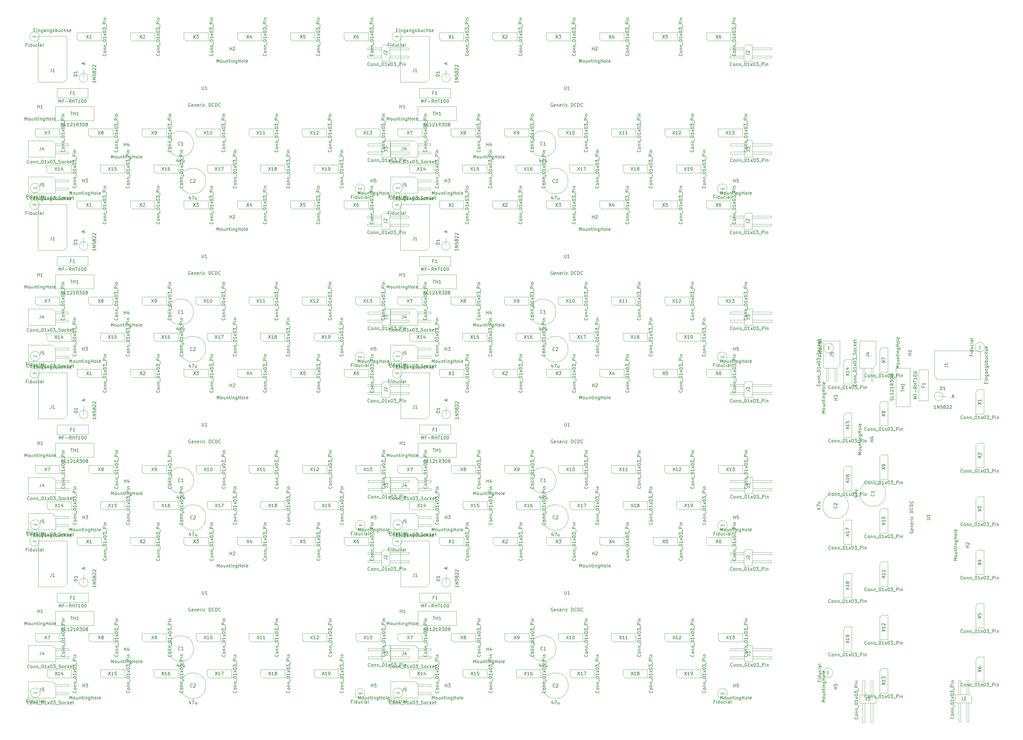
<source format=gbr>
%TF.GenerationSoftware,KiCad,Pcbnew,9.0.0*%
%TF.CreationDate,2025-07-23T13:34:58+02:00*%
%TF.ProjectId,PowerPCB,506f7765-7250-4434-922e-6b696361645f,rev?*%
%TF.SameCoordinates,Original*%
%TF.FileFunction,AssemblyDrawing,Top*%
%FSLAX46Y46*%
G04 Gerber Fmt 4.6, Leading zero omitted, Abs format (unit mm)*
G04 Created by KiCad (PCBNEW 9.0.0) date 2025-07-23 13:34:58*
%MOMM*%
%LPD*%
G01*
G04 APERTURE LIST*
%ADD10C,0.150000*%
%ADD11C,0.060000*%
%ADD12C,0.100000*%
G04 APERTURE END LIST*
D10*
X304027509Y-243879952D02*
X304027509Y-244213285D01*
X304551319Y-244213285D02*
X303551319Y-244213285D01*
X303551319Y-244213285D02*
X303551319Y-243737095D01*
X304551319Y-243356142D02*
X303884652Y-243356142D01*
X303551319Y-243356142D02*
X303598938Y-243403761D01*
X303598938Y-243403761D02*
X303646557Y-243356142D01*
X303646557Y-243356142D02*
X303598938Y-243308523D01*
X303598938Y-243308523D02*
X303551319Y-243356142D01*
X303551319Y-243356142D02*
X303646557Y-243356142D01*
X304551319Y-242451381D02*
X303551319Y-242451381D01*
X304503700Y-242451381D02*
X304551319Y-242546619D01*
X304551319Y-242546619D02*
X304551319Y-242737095D01*
X304551319Y-242737095D02*
X304503700Y-242832333D01*
X304503700Y-242832333D02*
X304456080Y-242879952D01*
X304456080Y-242879952D02*
X304360842Y-242927571D01*
X304360842Y-242927571D02*
X304075128Y-242927571D01*
X304075128Y-242927571D02*
X303979890Y-242879952D01*
X303979890Y-242879952D02*
X303932271Y-242832333D01*
X303932271Y-242832333D02*
X303884652Y-242737095D01*
X303884652Y-242737095D02*
X303884652Y-242546619D01*
X303884652Y-242546619D02*
X303932271Y-242451381D01*
X303884652Y-241546619D02*
X304551319Y-241546619D01*
X303884652Y-241975190D02*
X304408461Y-241975190D01*
X304408461Y-241975190D02*
X304503700Y-241927571D01*
X304503700Y-241927571D02*
X304551319Y-241832333D01*
X304551319Y-241832333D02*
X304551319Y-241689476D01*
X304551319Y-241689476D02*
X304503700Y-241594238D01*
X304503700Y-241594238D02*
X304456080Y-241546619D01*
X304503700Y-240641857D02*
X304551319Y-240737095D01*
X304551319Y-240737095D02*
X304551319Y-240927571D01*
X304551319Y-240927571D02*
X304503700Y-241022809D01*
X304503700Y-241022809D02*
X304456080Y-241070428D01*
X304456080Y-241070428D02*
X304360842Y-241118047D01*
X304360842Y-241118047D02*
X304075128Y-241118047D01*
X304075128Y-241118047D02*
X303979890Y-241070428D01*
X303979890Y-241070428D02*
X303932271Y-241022809D01*
X303932271Y-241022809D02*
X303884652Y-240927571D01*
X303884652Y-240927571D02*
X303884652Y-240737095D01*
X303884652Y-240737095D02*
X303932271Y-240641857D01*
X304551319Y-240213285D02*
X303884652Y-240213285D01*
X303551319Y-240213285D02*
X303598938Y-240260904D01*
X303598938Y-240260904D02*
X303646557Y-240213285D01*
X303646557Y-240213285D02*
X303598938Y-240165666D01*
X303598938Y-240165666D02*
X303551319Y-240213285D01*
X303551319Y-240213285D02*
X303646557Y-240213285D01*
X304551319Y-239308524D02*
X304027509Y-239308524D01*
X304027509Y-239308524D02*
X303932271Y-239356143D01*
X303932271Y-239356143D02*
X303884652Y-239451381D01*
X303884652Y-239451381D02*
X303884652Y-239641857D01*
X303884652Y-239641857D02*
X303932271Y-239737095D01*
X304503700Y-239308524D02*
X304551319Y-239403762D01*
X304551319Y-239403762D02*
X304551319Y-239641857D01*
X304551319Y-239641857D02*
X304503700Y-239737095D01*
X304503700Y-239737095D02*
X304408461Y-239784714D01*
X304408461Y-239784714D02*
X304313223Y-239784714D01*
X304313223Y-239784714D02*
X304217985Y-239737095D01*
X304217985Y-239737095D02*
X304170366Y-239641857D01*
X304170366Y-239641857D02*
X304170366Y-239403762D01*
X304170366Y-239403762D02*
X304122747Y-239308524D01*
X304551319Y-238689476D02*
X304503700Y-238784714D01*
X304503700Y-238784714D02*
X304408461Y-238832333D01*
X304408461Y-238832333D02*
X303551319Y-238832333D01*
D11*
X306672403Y-241927570D02*
X306672403Y-242060903D01*
X306881927Y-242060903D02*
X306481927Y-242060903D01*
X306481927Y-242060903D02*
X306481927Y-241870427D01*
X306881927Y-241718046D02*
X306481927Y-241718046D01*
X306881927Y-241527570D02*
X306481927Y-241527570D01*
X306481927Y-241527570D02*
X306481927Y-241432332D01*
X306481927Y-241432332D02*
X306500975Y-241375189D01*
X306500975Y-241375189D02*
X306539070Y-241337094D01*
X306539070Y-241337094D02*
X306577165Y-241318047D01*
X306577165Y-241318047D02*
X306653356Y-241298999D01*
X306653356Y-241298999D02*
X306710499Y-241298999D01*
X306710499Y-241298999D02*
X306786689Y-241318047D01*
X306786689Y-241318047D02*
X306824784Y-241337094D01*
X306824784Y-241337094D02*
X306862880Y-241375189D01*
X306862880Y-241375189D02*
X306881927Y-241432332D01*
X306881927Y-241432332D02*
X306881927Y-241527570D01*
X306481927Y-241165666D02*
X306481927Y-240918047D01*
X306481927Y-240918047D02*
X306634308Y-241051380D01*
X306634308Y-241051380D02*
X306634308Y-240994237D01*
X306634308Y-240994237D02*
X306653356Y-240956142D01*
X306653356Y-240956142D02*
X306672403Y-240937094D01*
X306672403Y-240937094D02*
X306710499Y-240918047D01*
X306710499Y-240918047D02*
X306805737Y-240918047D01*
X306805737Y-240918047D02*
X306843832Y-240937094D01*
X306843832Y-240937094D02*
X306862880Y-240956142D01*
X306862880Y-240956142D02*
X306881927Y-240994237D01*
X306881927Y-240994237D02*
X306881927Y-241108523D01*
X306881927Y-241108523D02*
X306862880Y-241146618D01*
X306862880Y-241146618D02*
X306843832Y-241165666D01*
D10*
X315923580Y-255263524D02*
X315971200Y-255311143D01*
X315971200Y-255311143D02*
X316018819Y-255454000D01*
X316018819Y-255454000D02*
X316018819Y-255549238D01*
X316018819Y-255549238D02*
X315971200Y-255692095D01*
X315971200Y-255692095D02*
X315875961Y-255787333D01*
X315875961Y-255787333D02*
X315780723Y-255834952D01*
X315780723Y-255834952D02*
X315590247Y-255882571D01*
X315590247Y-255882571D02*
X315447390Y-255882571D01*
X315447390Y-255882571D02*
X315256914Y-255834952D01*
X315256914Y-255834952D02*
X315161676Y-255787333D01*
X315161676Y-255787333D02*
X315066438Y-255692095D01*
X315066438Y-255692095D02*
X315018819Y-255549238D01*
X315018819Y-255549238D02*
X315018819Y-255454000D01*
X315018819Y-255454000D02*
X315066438Y-255311143D01*
X315066438Y-255311143D02*
X315114057Y-255263524D01*
X316018819Y-254692095D02*
X315971200Y-254787333D01*
X315971200Y-254787333D02*
X315923580Y-254834952D01*
X315923580Y-254834952D02*
X315828342Y-254882571D01*
X315828342Y-254882571D02*
X315542628Y-254882571D01*
X315542628Y-254882571D02*
X315447390Y-254834952D01*
X315447390Y-254834952D02*
X315399771Y-254787333D01*
X315399771Y-254787333D02*
X315352152Y-254692095D01*
X315352152Y-254692095D02*
X315352152Y-254549238D01*
X315352152Y-254549238D02*
X315399771Y-254454000D01*
X315399771Y-254454000D02*
X315447390Y-254406381D01*
X315447390Y-254406381D02*
X315542628Y-254358762D01*
X315542628Y-254358762D02*
X315828342Y-254358762D01*
X315828342Y-254358762D02*
X315923580Y-254406381D01*
X315923580Y-254406381D02*
X315971200Y-254454000D01*
X315971200Y-254454000D02*
X316018819Y-254549238D01*
X316018819Y-254549238D02*
X316018819Y-254692095D01*
X315352152Y-253930190D02*
X316018819Y-253930190D01*
X315447390Y-253930190D02*
X315399771Y-253882571D01*
X315399771Y-253882571D02*
X315352152Y-253787333D01*
X315352152Y-253787333D02*
X315352152Y-253644476D01*
X315352152Y-253644476D02*
X315399771Y-253549238D01*
X315399771Y-253549238D02*
X315495009Y-253501619D01*
X315495009Y-253501619D02*
X316018819Y-253501619D01*
X315352152Y-253025428D02*
X316018819Y-253025428D01*
X315447390Y-253025428D02*
X315399771Y-252977809D01*
X315399771Y-252977809D02*
X315352152Y-252882571D01*
X315352152Y-252882571D02*
X315352152Y-252739714D01*
X315352152Y-252739714D02*
X315399771Y-252644476D01*
X315399771Y-252644476D02*
X315495009Y-252596857D01*
X315495009Y-252596857D02*
X316018819Y-252596857D01*
X316114057Y-252358762D02*
X316114057Y-251596857D01*
X315018819Y-251168285D02*
X315018819Y-251073047D01*
X315018819Y-251073047D02*
X315066438Y-250977809D01*
X315066438Y-250977809D02*
X315114057Y-250930190D01*
X315114057Y-250930190D02*
X315209295Y-250882571D01*
X315209295Y-250882571D02*
X315399771Y-250834952D01*
X315399771Y-250834952D02*
X315637866Y-250834952D01*
X315637866Y-250834952D02*
X315828342Y-250882571D01*
X315828342Y-250882571D02*
X315923580Y-250930190D01*
X315923580Y-250930190D02*
X315971200Y-250977809D01*
X315971200Y-250977809D02*
X316018819Y-251073047D01*
X316018819Y-251073047D02*
X316018819Y-251168285D01*
X316018819Y-251168285D02*
X315971200Y-251263523D01*
X315971200Y-251263523D02*
X315923580Y-251311142D01*
X315923580Y-251311142D02*
X315828342Y-251358761D01*
X315828342Y-251358761D02*
X315637866Y-251406380D01*
X315637866Y-251406380D02*
X315399771Y-251406380D01*
X315399771Y-251406380D02*
X315209295Y-251358761D01*
X315209295Y-251358761D02*
X315114057Y-251311142D01*
X315114057Y-251311142D02*
X315066438Y-251263523D01*
X315066438Y-251263523D02*
X315018819Y-251168285D01*
X316018819Y-249882571D02*
X316018819Y-250453999D01*
X316018819Y-250168285D02*
X315018819Y-250168285D01*
X315018819Y-250168285D02*
X315161676Y-250263523D01*
X315161676Y-250263523D02*
X315256914Y-250358761D01*
X315256914Y-250358761D02*
X315304533Y-250453999D01*
X316018819Y-249549237D02*
X315352152Y-249025428D01*
X315352152Y-249549237D02*
X316018819Y-249025428D01*
X315018819Y-248453999D02*
X315018819Y-248358761D01*
X315018819Y-248358761D02*
X315066438Y-248263523D01*
X315066438Y-248263523D02*
X315114057Y-248215904D01*
X315114057Y-248215904D02*
X315209295Y-248168285D01*
X315209295Y-248168285D02*
X315399771Y-248120666D01*
X315399771Y-248120666D02*
X315637866Y-248120666D01*
X315637866Y-248120666D02*
X315828342Y-248168285D01*
X315828342Y-248168285D02*
X315923580Y-248215904D01*
X315923580Y-248215904D02*
X315971200Y-248263523D01*
X315971200Y-248263523D02*
X316018819Y-248358761D01*
X316018819Y-248358761D02*
X316018819Y-248453999D01*
X316018819Y-248453999D02*
X315971200Y-248549237D01*
X315971200Y-248549237D02*
X315923580Y-248596856D01*
X315923580Y-248596856D02*
X315828342Y-248644475D01*
X315828342Y-248644475D02*
X315637866Y-248692094D01*
X315637866Y-248692094D02*
X315399771Y-248692094D01*
X315399771Y-248692094D02*
X315209295Y-248644475D01*
X315209295Y-248644475D02*
X315114057Y-248596856D01*
X315114057Y-248596856D02*
X315066438Y-248549237D01*
X315066438Y-248549237D02*
X315018819Y-248453999D01*
X315018819Y-247787332D02*
X315018819Y-247168285D01*
X315018819Y-247168285D02*
X315399771Y-247501618D01*
X315399771Y-247501618D02*
X315399771Y-247358761D01*
X315399771Y-247358761D02*
X315447390Y-247263523D01*
X315447390Y-247263523D02*
X315495009Y-247215904D01*
X315495009Y-247215904D02*
X315590247Y-247168285D01*
X315590247Y-247168285D02*
X315828342Y-247168285D01*
X315828342Y-247168285D02*
X315923580Y-247215904D01*
X315923580Y-247215904D02*
X315971200Y-247263523D01*
X315971200Y-247263523D02*
X316018819Y-247358761D01*
X316018819Y-247358761D02*
X316018819Y-247644475D01*
X316018819Y-247644475D02*
X315971200Y-247739713D01*
X315971200Y-247739713D02*
X315923580Y-247787332D01*
X316114057Y-246977809D02*
X316114057Y-246215904D01*
X316018819Y-245977808D02*
X315018819Y-245977808D01*
X315018819Y-245977808D02*
X315018819Y-245596856D01*
X315018819Y-245596856D02*
X315066438Y-245501618D01*
X315066438Y-245501618D02*
X315114057Y-245453999D01*
X315114057Y-245453999D02*
X315209295Y-245406380D01*
X315209295Y-245406380D02*
X315352152Y-245406380D01*
X315352152Y-245406380D02*
X315447390Y-245453999D01*
X315447390Y-245453999D02*
X315495009Y-245501618D01*
X315495009Y-245501618D02*
X315542628Y-245596856D01*
X315542628Y-245596856D02*
X315542628Y-245977808D01*
X316018819Y-244977808D02*
X315352152Y-244977808D01*
X315018819Y-244977808D02*
X315066438Y-245025427D01*
X315066438Y-245025427D02*
X315114057Y-244977808D01*
X315114057Y-244977808D02*
X315066438Y-244930189D01*
X315066438Y-244930189D02*
X315018819Y-244977808D01*
X315018819Y-244977808D02*
X315114057Y-244977808D01*
X315352152Y-244501618D02*
X316018819Y-244501618D01*
X315447390Y-244501618D02*
X315399771Y-244453999D01*
X315399771Y-244453999D02*
X315352152Y-244358761D01*
X315352152Y-244358761D02*
X315352152Y-244215904D01*
X315352152Y-244215904D02*
X315399771Y-244120666D01*
X315399771Y-244120666D02*
X315495009Y-244073047D01*
X315495009Y-244073047D02*
X316018819Y-244073047D01*
X318770666Y-249063819D02*
X318770666Y-249778104D01*
X318770666Y-249778104D02*
X318723047Y-249920961D01*
X318723047Y-249920961D02*
X318627809Y-250016200D01*
X318627809Y-250016200D02*
X318484952Y-250063819D01*
X318484952Y-250063819D02*
X318389714Y-250063819D01*
X319151619Y-249063819D02*
X319770666Y-249063819D01*
X319770666Y-249063819D02*
X319437333Y-249444771D01*
X319437333Y-249444771D02*
X319580190Y-249444771D01*
X319580190Y-249444771D02*
X319675428Y-249492390D01*
X319675428Y-249492390D02*
X319723047Y-249540009D01*
X319723047Y-249540009D02*
X319770666Y-249635247D01*
X319770666Y-249635247D02*
X319770666Y-249873342D01*
X319770666Y-249873342D02*
X319723047Y-249968580D01*
X319723047Y-249968580D02*
X319675428Y-250016200D01*
X319675428Y-250016200D02*
X319580190Y-250063819D01*
X319580190Y-250063819D02*
X319294476Y-250063819D01*
X319294476Y-250063819D02*
X319199238Y-250016200D01*
X319199238Y-250016200D02*
X319151619Y-249968580D01*
X332302438Y-197393762D02*
X332254819Y-197489000D01*
X332254819Y-197489000D02*
X332254819Y-197631857D01*
X332254819Y-197631857D02*
X332302438Y-197774714D01*
X332302438Y-197774714D02*
X332397676Y-197869952D01*
X332397676Y-197869952D02*
X332492914Y-197917571D01*
X332492914Y-197917571D02*
X332683390Y-197965190D01*
X332683390Y-197965190D02*
X332826247Y-197965190D01*
X332826247Y-197965190D02*
X333016723Y-197917571D01*
X333016723Y-197917571D02*
X333111961Y-197869952D01*
X333111961Y-197869952D02*
X333207200Y-197774714D01*
X333207200Y-197774714D02*
X333254819Y-197631857D01*
X333254819Y-197631857D02*
X333254819Y-197536619D01*
X333254819Y-197536619D02*
X333207200Y-197393762D01*
X333207200Y-197393762D02*
X333159580Y-197346143D01*
X333159580Y-197346143D02*
X332826247Y-197346143D01*
X332826247Y-197346143D02*
X332826247Y-197536619D01*
X333207200Y-196536619D02*
X333254819Y-196631857D01*
X333254819Y-196631857D02*
X333254819Y-196822333D01*
X333254819Y-196822333D02*
X333207200Y-196917571D01*
X333207200Y-196917571D02*
X333111961Y-196965190D01*
X333111961Y-196965190D02*
X332731009Y-196965190D01*
X332731009Y-196965190D02*
X332635771Y-196917571D01*
X332635771Y-196917571D02*
X332588152Y-196822333D01*
X332588152Y-196822333D02*
X332588152Y-196631857D01*
X332588152Y-196631857D02*
X332635771Y-196536619D01*
X332635771Y-196536619D02*
X332731009Y-196489000D01*
X332731009Y-196489000D02*
X332826247Y-196489000D01*
X332826247Y-196489000D02*
X332921485Y-196965190D01*
X332588152Y-196060428D02*
X333254819Y-196060428D01*
X332683390Y-196060428D02*
X332635771Y-196012809D01*
X332635771Y-196012809D02*
X332588152Y-195917571D01*
X332588152Y-195917571D02*
X332588152Y-195774714D01*
X332588152Y-195774714D02*
X332635771Y-195679476D01*
X332635771Y-195679476D02*
X332731009Y-195631857D01*
X332731009Y-195631857D02*
X333254819Y-195631857D01*
X333207200Y-194774714D02*
X333254819Y-194869952D01*
X333254819Y-194869952D02*
X333254819Y-195060428D01*
X333254819Y-195060428D02*
X333207200Y-195155666D01*
X333207200Y-195155666D02*
X333111961Y-195203285D01*
X333111961Y-195203285D02*
X332731009Y-195203285D01*
X332731009Y-195203285D02*
X332635771Y-195155666D01*
X332635771Y-195155666D02*
X332588152Y-195060428D01*
X332588152Y-195060428D02*
X332588152Y-194869952D01*
X332588152Y-194869952D02*
X332635771Y-194774714D01*
X332635771Y-194774714D02*
X332731009Y-194727095D01*
X332731009Y-194727095D02*
X332826247Y-194727095D01*
X332826247Y-194727095D02*
X332921485Y-195203285D01*
X333254819Y-194298523D02*
X332588152Y-194298523D01*
X332778628Y-194298523D02*
X332683390Y-194250904D01*
X332683390Y-194250904D02*
X332635771Y-194203285D01*
X332635771Y-194203285D02*
X332588152Y-194108047D01*
X332588152Y-194108047D02*
X332588152Y-194012809D01*
X333254819Y-193679475D02*
X332588152Y-193679475D01*
X332254819Y-193679475D02*
X332302438Y-193727094D01*
X332302438Y-193727094D02*
X332350057Y-193679475D01*
X332350057Y-193679475D02*
X332302438Y-193631856D01*
X332302438Y-193631856D02*
X332254819Y-193679475D01*
X332254819Y-193679475D02*
X332350057Y-193679475D01*
X333207200Y-192774714D02*
X333254819Y-192869952D01*
X333254819Y-192869952D02*
X333254819Y-193060428D01*
X333254819Y-193060428D02*
X333207200Y-193155666D01*
X333207200Y-193155666D02*
X333159580Y-193203285D01*
X333159580Y-193203285D02*
X333064342Y-193250904D01*
X333064342Y-193250904D02*
X332778628Y-193250904D01*
X332778628Y-193250904D02*
X332683390Y-193203285D01*
X332683390Y-193203285D02*
X332635771Y-193155666D01*
X332635771Y-193155666D02*
X332588152Y-193060428D01*
X332588152Y-193060428D02*
X332588152Y-192869952D01*
X332588152Y-192869952D02*
X332635771Y-192774714D01*
X333254819Y-191584237D02*
X332254819Y-191584237D01*
X332254819Y-191584237D02*
X332254819Y-191346142D01*
X332254819Y-191346142D02*
X332302438Y-191203285D01*
X332302438Y-191203285D02*
X332397676Y-191108047D01*
X332397676Y-191108047D02*
X332492914Y-191060428D01*
X332492914Y-191060428D02*
X332683390Y-191012809D01*
X332683390Y-191012809D02*
X332826247Y-191012809D01*
X332826247Y-191012809D02*
X333016723Y-191060428D01*
X333016723Y-191060428D02*
X333111961Y-191108047D01*
X333111961Y-191108047D02*
X333207200Y-191203285D01*
X333207200Y-191203285D02*
X333254819Y-191346142D01*
X333254819Y-191346142D02*
X333254819Y-191584237D01*
X333159580Y-190012809D02*
X333207200Y-190060428D01*
X333207200Y-190060428D02*
X333254819Y-190203285D01*
X333254819Y-190203285D02*
X333254819Y-190298523D01*
X333254819Y-190298523D02*
X333207200Y-190441380D01*
X333207200Y-190441380D02*
X333111961Y-190536618D01*
X333111961Y-190536618D02*
X333016723Y-190584237D01*
X333016723Y-190584237D02*
X332826247Y-190631856D01*
X332826247Y-190631856D02*
X332683390Y-190631856D01*
X332683390Y-190631856D02*
X332492914Y-190584237D01*
X332492914Y-190584237D02*
X332397676Y-190536618D01*
X332397676Y-190536618D02*
X332302438Y-190441380D01*
X332302438Y-190441380D02*
X332254819Y-190298523D01*
X332254819Y-190298523D02*
X332254819Y-190203285D01*
X332254819Y-190203285D02*
X332302438Y-190060428D01*
X332302438Y-190060428D02*
X332350057Y-190012809D01*
X333254819Y-189584237D02*
X332254819Y-189584237D01*
X332254819Y-189584237D02*
X332254819Y-189346142D01*
X332254819Y-189346142D02*
X332302438Y-189203285D01*
X332302438Y-189203285D02*
X332397676Y-189108047D01*
X332397676Y-189108047D02*
X332492914Y-189060428D01*
X332492914Y-189060428D02*
X332683390Y-189012809D01*
X332683390Y-189012809D02*
X332826247Y-189012809D01*
X332826247Y-189012809D02*
X333016723Y-189060428D01*
X333016723Y-189060428D02*
X333111961Y-189108047D01*
X333111961Y-189108047D02*
X333207200Y-189203285D01*
X333207200Y-189203285D02*
X333254819Y-189346142D01*
X333254819Y-189346142D02*
X333254819Y-189584237D01*
X333159580Y-188012809D02*
X333207200Y-188060428D01*
X333207200Y-188060428D02*
X333254819Y-188203285D01*
X333254819Y-188203285D02*
X333254819Y-188298523D01*
X333254819Y-188298523D02*
X333207200Y-188441380D01*
X333207200Y-188441380D02*
X333111961Y-188536618D01*
X333111961Y-188536618D02*
X333016723Y-188584237D01*
X333016723Y-188584237D02*
X332826247Y-188631856D01*
X332826247Y-188631856D02*
X332683390Y-188631856D01*
X332683390Y-188631856D02*
X332492914Y-188584237D01*
X332492914Y-188584237D02*
X332397676Y-188536618D01*
X332397676Y-188536618D02*
X332302438Y-188441380D01*
X332302438Y-188441380D02*
X332254819Y-188298523D01*
X332254819Y-188298523D02*
X332254819Y-188203285D01*
X332254819Y-188203285D02*
X332302438Y-188060428D01*
X332302438Y-188060428D02*
X332350057Y-188012809D01*
X337504819Y-193750904D02*
X338314342Y-193750904D01*
X338314342Y-193750904D02*
X338409580Y-193703285D01*
X338409580Y-193703285D02*
X338457200Y-193655666D01*
X338457200Y-193655666D02*
X338504819Y-193560428D01*
X338504819Y-193560428D02*
X338504819Y-193369952D01*
X338504819Y-193369952D02*
X338457200Y-193274714D01*
X338457200Y-193274714D02*
X338409580Y-193227095D01*
X338409580Y-193227095D02*
X338314342Y-193179476D01*
X338314342Y-193179476D02*
X337504819Y-193179476D01*
X338504819Y-192179476D02*
X338504819Y-192750904D01*
X338504819Y-192465190D02*
X337504819Y-192465190D01*
X337504819Y-192465190D02*
X337647676Y-192560428D01*
X337647676Y-192560428D02*
X337742914Y-192655666D01*
X337742914Y-192655666D02*
X337790533Y-192750904D01*
X304227509Y-142579952D02*
X304227509Y-142913285D01*
X304751319Y-142913285D02*
X303751319Y-142913285D01*
X303751319Y-142913285D02*
X303751319Y-142437095D01*
X304751319Y-142056142D02*
X304084652Y-142056142D01*
X303751319Y-142056142D02*
X303798938Y-142103761D01*
X303798938Y-142103761D02*
X303846557Y-142056142D01*
X303846557Y-142056142D02*
X303798938Y-142008523D01*
X303798938Y-142008523D02*
X303751319Y-142056142D01*
X303751319Y-142056142D02*
X303846557Y-142056142D01*
X304751319Y-141151381D02*
X303751319Y-141151381D01*
X304703700Y-141151381D02*
X304751319Y-141246619D01*
X304751319Y-141246619D02*
X304751319Y-141437095D01*
X304751319Y-141437095D02*
X304703700Y-141532333D01*
X304703700Y-141532333D02*
X304656080Y-141579952D01*
X304656080Y-141579952D02*
X304560842Y-141627571D01*
X304560842Y-141627571D02*
X304275128Y-141627571D01*
X304275128Y-141627571D02*
X304179890Y-141579952D01*
X304179890Y-141579952D02*
X304132271Y-141532333D01*
X304132271Y-141532333D02*
X304084652Y-141437095D01*
X304084652Y-141437095D02*
X304084652Y-141246619D01*
X304084652Y-141246619D02*
X304132271Y-141151381D01*
X304084652Y-140246619D02*
X304751319Y-140246619D01*
X304084652Y-140675190D02*
X304608461Y-140675190D01*
X304608461Y-140675190D02*
X304703700Y-140627571D01*
X304703700Y-140627571D02*
X304751319Y-140532333D01*
X304751319Y-140532333D02*
X304751319Y-140389476D01*
X304751319Y-140389476D02*
X304703700Y-140294238D01*
X304703700Y-140294238D02*
X304656080Y-140246619D01*
X304703700Y-139341857D02*
X304751319Y-139437095D01*
X304751319Y-139437095D02*
X304751319Y-139627571D01*
X304751319Y-139627571D02*
X304703700Y-139722809D01*
X304703700Y-139722809D02*
X304656080Y-139770428D01*
X304656080Y-139770428D02*
X304560842Y-139818047D01*
X304560842Y-139818047D02*
X304275128Y-139818047D01*
X304275128Y-139818047D02*
X304179890Y-139770428D01*
X304179890Y-139770428D02*
X304132271Y-139722809D01*
X304132271Y-139722809D02*
X304084652Y-139627571D01*
X304084652Y-139627571D02*
X304084652Y-139437095D01*
X304084652Y-139437095D02*
X304132271Y-139341857D01*
X304751319Y-138913285D02*
X304084652Y-138913285D01*
X303751319Y-138913285D02*
X303798938Y-138960904D01*
X303798938Y-138960904D02*
X303846557Y-138913285D01*
X303846557Y-138913285D02*
X303798938Y-138865666D01*
X303798938Y-138865666D02*
X303751319Y-138913285D01*
X303751319Y-138913285D02*
X303846557Y-138913285D01*
X304751319Y-138008524D02*
X304227509Y-138008524D01*
X304227509Y-138008524D02*
X304132271Y-138056143D01*
X304132271Y-138056143D02*
X304084652Y-138151381D01*
X304084652Y-138151381D02*
X304084652Y-138341857D01*
X304084652Y-138341857D02*
X304132271Y-138437095D01*
X304703700Y-138008524D02*
X304751319Y-138103762D01*
X304751319Y-138103762D02*
X304751319Y-138341857D01*
X304751319Y-138341857D02*
X304703700Y-138437095D01*
X304703700Y-138437095D02*
X304608461Y-138484714D01*
X304608461Y-138484714D02*
X304513223Y-138484714D01*
X304513223Y-138484714D02*
X304417985Y-138437095D01*
X304417985Y-138437095D02*
X304370366Y-138341857D01*
X304370366Y-138341857D02*
X304370366Y-138103762D01*
X304370366Y-138103762D02*
X304322747Y-138008524D01*
X304751319Y-137389476D02*
X304703700Y-137484714D01*
X304703700Y-137484714D02*
X304608461Y-137532333D01*
X304608461Y-137532333D02*
X303751319Y-137532333D01*
D11*
X306872403Y-140627570D02*
X306872403Y-140760903D01*
X307081927Y-140760903D02*
X306681927Y-140760903D01*
X306681927Y-140760903D02*
X306681927Y-140570427D01*
X307081927Y-140418046D02*
X306681927Y-140418046D01*
X307081927Y-140227570D02*
X306681927Y-140227570D01*
X306681927Y-140227570D02*
X306681927Y-140132332D01*
X306681927Y-140132332D02*
X306700975Y-140075189D01*
X306700975Y-140075189D02*
X306739070Y-140037094D01*
X306739070Y-140037094D02*
X306777165Y-140018047D01*
X306777165Y-140018047D02*
X306853356Y-139998999D01*
X306853356Y-139998999D02*
X306910499Y-139998999D01*
X306910499Y-139998999D02*
X306986689Y-140018047D01*
X306986689Y-140018047D02*
X307024784Y-140037094D01*
X307024784Y-140037094D02*
X307062880Y-140075189D01*
X307062880Y-140075189D02*
X307081927Y-140132332D01*
X307081927Y-140132332D02*
X307081927Y-140227570D01*
X306720022Y-139846618D02*
X306700975Y-139827570D01*
X306700975Y-139827570D02*
X306681927Y-139789475D01*
X306681927Y-139789475D02*
X306681927Y-139694237D01*
X306681927Y-139694237D02*
X306700975Y-139656142D01*
X306700975Y-139656142D02*
X306720022Y-139637094D01*
X306720022Y-139637094D02*
X306758118Y-139618047D01*
X306758118Y-139618047D02*
X306796213Y-139618047D01*
X306796213Y-139618047D02*
X306853356Y-139637094D01*
X306853356Y-139637094D02*
X307081927Y-139865666D01*
X307081927Y-139865666D02*
X307081927Y-139618047D01*
D10*
X318789475Y-215876780D02*
X318741856Y-215924400D01*
X318741856Y-215924400D02*
X318598999Y-215972019D01*
X318598999Y-215972019D02*
X318503761Y-215972019D01*
X318503761Y-215972019D02*
X318360904Y-215924400D01*
X318360904Y-215924400D02*
X318265666Y-215829161D01*
X318265666Y-215829161D02*
X318218047Y-215733923D01*
X318218047Y-215733923D02*
X318170428Y-215543447D01*
X318170428Y-215543447D02*
X318170428Y-215400590D01*
X318170428Y-215400590D02*
X318218047Y-215210114D01*
X318218047Y-215210114D02*
X318265666Y-215114876D01*
X318265666Y-215114876D02*
X318360904Y-215019638D01*
X318360904Y-215019638D02*
X318503761Y-214972019D01*
X318503761Y-214972019D02*
X318598999Y-214972019D01*
X318598999Y-214972019D02*
X318741856Y-215019638D01*
X318741856Y-215019638D02*
X318789475Y-215067257D01*
X319360904Y-215972019D02*
X319265666Y-215924400D01*
X319265666Y-215924400D02*
X319218047Y-215876780D01*
X319218047Y-215876780D02*
X319170428Y-215781542D01*
X319170428Y-215781542D02*
X319170428Y-215495828D01*
X319170428Y-215495828D02*
X319218047Y-215400590D01*
X319218047Y-215400590D02*
X319265666Y-215352971D01*
X319265666Y-215352971D02*
X319360904Y-215305352D01*
X319360904Y-215305352D02*
X319503761Y-215305352D01*
X319503761Y-215305352D02*
X319598999Y-215352971D01*
X319598999Y-215352971D02*
X319646618Y-215400590D01*
X319646618Y-215400590D02*
X319694237Y-215495828D01*
X319694237Y-215495828D02*
X319694237Y-215781542D01*
X319694237Y-215781542D02*
X319646618Y-215876780D01*
X319646618Y-215876780D02*
X319598999Y-215924400D01*
X319598999Y-215924400D02*
X319503761Y-215972019D01*
X319503761Y-215972019D02*
X319360904Y-215972019D01*
X320122809Y-215305352D02*
X320122809Y-215972019D01*
X320122809Y-215400590D02*
X320170428Y-215352971D01*
X320170428Y-215352971D02*
X320265666Y-215305352D01*
X320265666Y-215305352D02*
X320408523Y-215305352D01*
X320408523Y-215305352D02*
X320503761Y-215352971D01*
X320503761Y-215352971D02*
X320551380Y-215448209D01*
X320551380Y-215448209D02*
X320551380Y-215972019D01*
X321027571Y-215305352D02*
X321027571Y-215972019D01*
X321027571Y-215400590D02*
X321075190Y-215352971D01*
X321075190Y-215352971D02*
X321170428Y-215305352D01*
X321170428Y-215305352D02*
X321313285Y-215305352D01*
X321313285Y-215305352D02*
X321408523Y-215352971D01*
X321408523Y-215352971D02*
X321456142Y-215448209D01*
X321456142Y-215448209D02*
X321456142Y-215972019D01*
X321694238Y-216067257D02*
X322456142Y-216067257D01*
X322884714Y-214972019D02*
X322979952Y-214972019D01*
X322979952Y-214972019D02*
X323075190Y-215019638D01*
X323075190Y-215019638D02*
X323122809Y-215067257D01*
X323122809Y-215067257D02*
X323170428Y-215162495D01*
X323170428Y-215162495D02*
X323218047Y-215352971D01*
X323218047Y-215352971D02*
X323218047Y-215591066D01*
X323218047Y-215591066D02*
X323170428Y-215781542D01*
X323170428Y-215781542D02*
X323122809Y-215876780D01*
X323122809Y-215876780D02*
X323075190Y-215924400D01*
X323075190Y-215924400D02*
X322979952Y-215972019D01*
X322979952Y-215972019D02*
X322884714Y-215972019D01*
X322884714Y-215972019D02*
X322789476Y-215924400D01*
X322789476Y-215924400D02*
X322741857Y-215876780D01*
X322741857Y-215876780D02*
X322694238Y-215781542D01*
X322694238Y-215781542D02*
X322646619Y-215591066D01*
X322646619Y-215591066D02*
X322646619Y-215352971D01*
X322646619Y-215352971D02*
X322694238Y-215162495D01*
X322694238Y-215162495D02*
X322741857Y-215067257D01*
X322741857Y-215067257D02*
X322789476Y-215019638D01*
X322789476Y-215019638D02*
X322884714Y-214972019D01*
X324170428Y-215972019D02*
X323599000Y-215972019D01*
X323884714Y-215972019D02*
X323884714Y-214972019D01*
X323884714Y-214972019D02*
X323789476Y-215114876D01*
X323789476Y-215114876D02*
X323694238Y-215210114D01*
X323694238Y-215210114D02*
X323599000Y-215257733D01*
X324503762Y-215972019D02*
X325027571Y-215305352D01*
X324503762Y-215305352D02*
X325027571Y-215972019D01*
X325599000Y-214972019D02*
X325694238Y-214972019D01*
X325694238Y-214972019D02*
X325789476Y-215019638D01*
X325789476Y-215019638D02*
X325837095Y-215067257D01*
X325837095Y-215067257D02*
X325884714Y-215162495D01*
X325884714Y-215162495D02*
X325932333Y-215352971D01*
X325932333Y-215352971D02*
X325932333Y-215591066D01*
X325932333Y-215591066D02*
X325884714Y-215781542D01*
X325884714Y-215781542D02*
X325837095Y-215876780D01*
X325837095Y-215876780D02*
X325789476Y-215924400D01*
X325789476Y-215924400D02*
X325694238Y-215972019D01*
X325694238Y-215972019D02*
X325599000Y-215972019D01*
X325599000Y-215972019D02*
X325503762Y-215924400D01*
X325503762Y-215924400D02*
X325456143Y-215876780D01*
X325456143Y-215876780D02*
X325408524Y-215781542D01*
X325408524Y-215781542D02*
X325360905Y-215591066D01*
X325360905Y-215591066D02*
X325360905Y-215352971D01*
X325360905Y-215352971D02*
X325408524Y-215162495D01*
X325408524Y-215162495D02*
X325456143Y-215067257D01*
X325456143Y-215067257D02*
X325503762Y-215019638D01*
X325503762Y-215019638D02*
X325599000Y-214972019D01*
X326265667Y-214972019D02*
X326884714Y-214972019D01*
X326884714Y-214972019D02*
X326551381Y-215352971D01*
X326551381Y-215352971D02*
X326694238Y-215352971D01*
X326694238Y-215352971D02*
X326789476Y-215400590D01*
X326789476Y-215400590D02*
X326837095Y-215448209D01*
X326837095Y-215448209D02*
X326884714Y-215543447D01*
X326884714Y-215543447D02*
X326884714Y-215781542D01*
X326884714Y-215781542D02*
X326837095Y-215876780D01*
X326837095Y-215876780D02*
X326789476Y-215924400D01*
X326789476Y-215924400D02*
X326694238Y-215972019D01*
X326694238Y-215972019D02*
X326408524Y-215972019D01*
X326408524Y-215972019D02*
X326313286Y-215924400D01*
X326313286Y-215924400D02*
X326265667Y-215876780D01*
X327075191Y-216067257D02*
X327837095Y-216067257D01*
X328075191Y-215972019D02*
X328075191Y-214972019D01*
X328075191Y-214972019D02*
X328456143Y-214972019D01*
X328456143Y-214972019D02*
X328551381Y-215019638D01*
X328551381Y-215019638D02*
X328599000Y-215067257D01*
X328599000Y-215067257D02*
X328646619Y-215162495D01*
X328646619Y-215162495D02*
X328646619Y-215305352D01*
X328646619Y-215305352D02*
X328599000Y-215400590D01*
X328599000Y-215400590D02*
X328551381Y-215448209D01*
X328551381Y-215448209D02*
X328456143Y-215495828D01*
X328456143Y-215495828D02*
X328075191Y-215495828D01*
X329075191Y-215972019D02*
X329075191Y-215305352D01*
X329075191Y-214972019D02*
X329027572Y-215019638D01*
X329027572Y-215019638D02*
X329075191Y-215067257D01*
X329075191Y-215067257D02*
X329122810Y-215019638D01*
X329122810Y-215019638D02*
X329075191Y-214972019D01*
X329075191Y-214972019D02*
X329075191Y-215067257D01*
X329551381Y-215305352D02*
X329551381Y-215972019D01*
X329551381Y-215400590D02*
X329599000Y-215352971D01*
X329599000Y-215352971D02*
X329694238Y-215305352D01*
X329694238Y-215305352D02*
X329837095Y-215305352D01*
X329837095Y-215305352D02*
X329932333Y-215352971D01*
X329932333Y-215352971D02*
X329979952Y-215448209D01*
X329979952Y-215448209D02*
X329979952Y-215972019D01*
X323553819Y-211932913D02*
X324553819Y-211266247D01*
X323553819Y-211266247D02*
X324553819Y-211932913D01*
X324553819Y-210361485D02*
X324553819Y-210932913D01*
X324553819Y-210647199D02*
X323553819Y-210647199D01*
X323553819Y-210647199D02*
X323696676Y-210742437D01*
X323696676Y-210742437D02*
X323791914Y-210837675D01*
X323791914Y-210837675D02*
X323839533Y-210932913D01*
X324553819Y-209409104D02*
X324553819Y-209980532D01*
X324553819Y-209694818D02*
X323553819Y-209694818D01*
X323553819Y-209694818D02*
X323696676Y-209790056D01*
X323696676Y-209790056D02*
X323791914Y-209885294D01*
X323791914Y-209885294D02*
X323839533Y-209980532D01*
X351427509Y-142379952D02*
X351427509Y-142713285D01*
X351951319Y-142713285D02*
X350951319Y-142713285D01*
X350951319Y-142713285D02*
X350951319Y-142237095D01*
X351951319Y-141856142D02*
X351284652Y-141856142D01*
X350951319Y-141856142D02*
X350998938Y-141903761D01*
X350998938Y-141903761D02*
X351046557Y-141856142D01*
X351046557Y-141856142D02*
X350998938Y-141808523D01*
X350998938Y-141808523D02*
X350951319Y-141856142D01*
X350951319Y-141856142D02*
X351046557Y-141856142D01*
X351951319Y-140951381D02*
X350951319Y-140951381D01*
X351903700Y-140951381D02*
X351951319Y-141046619D01*
X351951319Y-141046619D02*
X351951319Y-141237095D01*
X351951319Y-141237095D02*
X351903700Y-141332333D01*
X351903700Y-141332333D02*
X351856080Y-141379952D01*
X351856080Y-141379952D02*
X351760842Y-141427571D01*
X351760842Y-141427571D02*
X351475128Y-141427571D01*
X351475128Y-141427571D02*
X351379890Y-141379952D01*
X351379890Y-141379952D02*
X351332271Y-141332333D01*
X351332271Y-141332333D02*
X351284652Y-141237095D01*
X351284652Y-141237095D02*
X351284652Y-141046619D01*
X351284652Y-141046619D02*
X351332271Y-140951381D01*
X351284652Y-140046619D02*
X351951319Y-140046619D01*
X351284652Y-140475190D02*
X351808461Y-140475190D01*
X351808461Y-140475190D02*
X351903700Y-140427571D01*
X351903700Y-140427571D02*
X351951319Y-140332333D01*
X351951319Y-140332333D02*
X351951319Y-140189476D01*
X351951319Y-140189476D02*
X351903700Y-140094238D01*
X351903700Y-140094238D02*
X351856080Y-140046619D01*
X351903700Y-139141857D02*
X351951319Y-139237095D01*
X351951319Y-139237095D02*
X351951319Y-139427571D01*
X351951319Y-139427571D02*
X351903700Y-139522809D01*
X351903700Y-139522809D02*
X351856080Y-139570428D01*
X351856080Y-139570428D02*
X351760842Y-139618047D01*
X351760842Y-139618047D02*
X351475128Y-139618047D01*
X351475128Y-139618047D02*
X351379890Y-139570428D01*
X351379890Y-139570428D02*
X351332271Y-139522809D01*
X351332271Y-139522809D02*
X351284652Y-139427571D01*
X351284652Y-139427571D02*
X351284652Y-139237095D01*
X351284652Y-139237095D02*
X351332271Y-139141857D01*
X351951319Y-138713285D02*
X351284652Y-138713285D01*
X350951319Y-138713285D02*
X350998938Y-138760904D01*
X350998938Y-138760904D02*
X351046557Y-138713285D01*
X351046557Y-138713285D02*
X350998938Y-138665666D01*
X350998938Y-138665666D02*
X350951319Y-138713285D01*
X350951319Y-138713285D02*
X351046557Y-138713285D01*
X351951319Y-137808524D02*
X351427509Y-137808524D01*
X351427509Y-137808524D02*
X351332271Y-137856143D01*
X351332271Y-137856143D02*
X351284652Y-137951381D01*
X351284652Y-137951381D02*
X351284652Y-138141857D01*
X351284652Y-138141857D02*
X351332271Y-138237095D01*
X351903700Y-137808524D02*
X351951319Y-137903762D01*
X351951319Y-137903762D02*
X351951319Y-138141857D01*
X351951319Y-138141857D02*
X351903700Y-138237095D01*
X351903700Y-138237095D02*
X351808461Y-138284714D01*
X351808461Y-138284714D02*
X351713223Y-138284714D01*
X351713223Y-138284714D02*
X351617985Y-138237095D01*
X351617985Y-138237095D02*
X351570366Y-138141857D01*
X351570366Y-138141857D02*
X351570366Y-137903762D01*
X351570366Y-137903762D02*
X351522747Y-137808524D01*
X351951319Y-137189476D02*
X351903700Y-137284714D01*
X351903700Y-137284714D02*
X351808461Y-137332333D01*
X351808461Y-137332333D02*
X350951319Y-137332333D01*
D11*
X354072403Y-140427570D02*
X354072403Y-140560903D01*
X354281927Y-140560903D02*
X353881927Y-140560903D01*
X353881927Y-140560903D02*
X353881927Y-140370427D01*
X354281927Y-140218046D02*
X353881927Y-140218046D01*
X354281927Y-140027570D02*
X353881927Y-140027570D01*
X353881927Y-140027570D02*
X353881927Y-139932332D01*
X353881927Y-139932332D02*
X353900975Y-139875189D01*
X353900975Y-139875189D02*
X353939070Y-139837094D01*
X353939070Y-139837094D02*
X353977165Y-139818047D01*
X353977165Y-139818047D02*
X354053356Y-139798999D01*
X354053356Y-139798999D02*
X354110499Y-139798999D01*
X354110499Y-139798999D02*
X354186689Y-139818047D01*
X354186689Y-139818047D02*
X354224784Y-139837094D01*
X354224784Y-139837094D02*
X354262880Y-139875189D01*
X354262880Y-139875189D02*
X354281927Y-139932332D01*
X354281927Y-139932332D02*
X354281927Y-140027570D01*
X354281927Y-139418047D02*
X354281927Y-139646618D01*
X354281927Y-139532332D02*
X353881927Y-139532332D01*
X353881927Y-139532332D02*
X353939070Y-139570428D01*
X353939070Y-139570428D02*
X353977165Y-139608523D01*
X353977165Y-139608523D02*
X353996213Y-139646618D01*
D10*
X303638152Y-190134444D02*
X304304819Y-190134444D01*
X303257200Y-190372539D02*
X303971485Y-190610634D01*
X303971485Y-190610634D02*
X303971485Y-189991587D01*
X303304819Y-189705872D02*
X303304819Y-189039206D01*
X303304819Y-189039206D02*
X304304819Y-189467777D01*
X303638152Y-188229682D02*
X304304819Y-188229682D01*
X303638152Y-188658253D02*
X304161961Y-188658253D01*
X304161961Y-188658253D02*
X304257200Y-188610634D01*
X304257200Y-188610634D02*
X304304819Y-188515396D01*
X304304819Y-188515396D02*
X304304819Y-188372539D01*
X304304819Y-188372539D02*
X304257200Y-188277301D01*
X304257200Y-188277301D02*
X304209580Y-188229682D01*
X309459580Y-189563015D02*
X309507200Y-189610634D01*
X309507200Y-189610634D02*
X309554819Y-189753491D01*
X309554819Y-189753491D02*
X309554819Y-189848729D01*
X309554819Y-189848729D02*
X309507200Y-189991586D01*
X309507200Y-189991586D02*
X309411961Y-190086824D01*
X309411961Y-190086824D02*
X309316723Y-190134443D01*
X309316723Y-190134443D02*
X309126247Y-190182062D01*
X309126247Y-190182062D02*
X308983390Y-190182062D01*
X308983390Y-190182062D02*
X308792914Y-190134443D01*
X308792914Y-190134443D02*
X308697676Y-190086824D01*
X308697676Y-190086824D02*
X308602438Y-189991586D01*
X308602438Y-189991586D02*
X308554819Y-189848729D01*
X308554819Y-189848729D02*
X308554819Y-189753491D01*
X308554819Y-189753491D02*
X308602438Y-189610634D01*
X308602438Y-189610634D02*
X308650057Y-189563015D01*
X308650057Y-189182062D02*
X308602438Y-189134443D01*
X308602438Y-189134443D02*
X308554819Y-189039205D01*
X308554819Y-189039205D02*
X308554819Y-188801110D01*
X308554819Y-188801110D02*
X308602438Y-188705872D01*
X308602438Y-188705872D02*
X308650057Y-188658253D01*
X308650057Y-188658253D02*
X308745295Y-188610634D01*
X308745295Y-188610634D02*
X308840533Y-188610634D01*
X308840533Y-188610634D02*
X308983390Y-188658253D01*
X308983390Y-188658253D02*
X309554819Y-189229681D01*
X309554819Y-189229681D02*
X309554819Y-188610634D01*
X307540475Y-152863980D02*
X307492856Y-152911600D01*
X307492856Y-152911600D02*
X307349999Y-152959219D01*
X307349999Y-152959219D02*
X307254761Y-152959219D01*
X307254761Y-152959219D02*
X307111904Y-152911600D01*
X307111904Y-152911600D02*
X307016666Y-152816361D01*
X307016666Y-152816361D02*
X306969047Y-152721123D01*
X306969047Y-152721123D02*
X306921428Y-152530647D01*
X306921428Y-152530647D02*
X306921428Y-152387790D01*
X306921428Y-152387790D02*
X306969047Y-152197314D01*
X306969047Y-152197314D02*
X307016666Y-152102076D01*
X307016666Y-152102076D02*
X307111904Y-152006838D01*
X307111904Y-152006838D02*
X307254761Y-151959219D01*
X307254761Y-151959219D02*
X307349999Y-151959219D01*
X307349999Y-151959219D02*
X307492856Y-152006838D01*
X307492856Y-152006838D02*
X307540475Y-152054457D01*
X308111904Y-152959219D02*
X308016666Y-152911600D01*
X308016666Y-152911600D02*
X307969047Y-152863980D01*
X307969047Y-152863980D02*
X307921428Y-152768742D01*
X307921428Y-152768742D02*
X307921428Y-152483028D01*
X307921428Y-152483028D02*
X307969047Y-152387790D01*
X307969047Y-152387790D02*
X308016666Y-152340171D01*
X308016666Y-152340171D02*
X308111904Y-152292552D01*
X308111904Y-152292552D02*
X308254761Y-152292552D01*
X308254761Y-152292552D02*
X308349999Y-152340171D01*
X308349999Y-152340171D02*
X308397618Y-152387790D01*
X308397618Y-152387790D02*
X308445237Y-152483028D01*
X308445237Y-152483028D02*
X308445237Y-152768742D01*
X308445237Y-152768742D02*
X308397618Y-152863980D01*
X308397618Y-152863980D02*
X308349999Y-152911600D01*
X308349999Y-152911600D02*
X308254761Y-152959219D01*
X308254761Y-152959219D02*
X308111904Y-152959219D01*
X308873809Y-152292552D02*
X308873809Y-152959219D01*
X308873809Y-152387790D02*
X308921428Y-152340171D01*
X308921428Y-152340171D02*
X309016666Y-152292552D01*
X309016666Y-152292552D02*
X309159523Y-152292552D01*
X309159523Y-152292552D02*
X309254761Y-152340171D01*
X309254761Y-152340171D02*
X309302380Y-152435409D01*
X309302380Y-152435409D02*
X309302380Y-152959219D01*
X309778571Y-152292552D02*
X309778571Y-152959219D01*
X309778571Y-152387790D02*
X309826190Y-152340171D01*
X309826190Y-152340171D02*
X309921428Y-152292552D01*
X309921428Y-152292552D02*
X310064285Y-152292552D01*
X310064285Y-152292552D02*
X310159523Y-152340171D01*
X310159523Y-152340171D02*
X310207142Y-152435409D01*
X310207142Y-152435409D02*
X310207142Y-152959219D01*
X310445238Y-153054457D02*
X311207142Y-153054457D01*
X311635714Y-151959219D02*
X311730952Y-151959219D01*
X311730952Y-151959219D02*
X311826190Y-152006838D01*
X311826190Y-152006838D02*
X311873809Y-152054457D01*
X311873809Y-152054457D02*
X311921428Y-152149695D01*
X311921428Y-152149695D02*
X311969047Y-152340171D01*
X311969047Y-152340171D02*
X311969047Y-152578266D01*
X311969047Y-152578266D02*
X311921428Y-152768742D01*
X311921428Y-152768742D02*
X311873809Y-152863980D01*
X311873809Y-152863980D02*
X311826190Y-152911600D01*
X311826190Y-152911600D02*
X311730952Y-152959219D01*
X311730952Y-152959219D02*
X311635714Y-152959219D01*
X311635714Y-152959219D02*
X311540476Y-152911600D01*
X311540476Y-152911600D02*
X311492857Y-152863980D01*
X311492857Y-152863980D02*
X311445238Y-152768742D01*
X311445238Y-152768742D02*
X311397619Y-152578266D01*
X311397619Y-152578266D02*
X311397619Y-152340171D01*
X311397619Y-152340171D02*
X311445238Y-152149695D01*
X311445238Y-152149695D02*
X311492857Y-152054457D01*
X311492857Y-152054457D02*
X311540476Y-152006838D01*
X311540476Y-152006838D02*
X311635714Y-151959219D01*
X312921428Y-152959219D02*
X312350000Y-152959219D01*
X312635714Y-152959219D02*
X312635714Y-151959219D01*
X312635714Y-151959219D02*
X312540476Y-152102076D01*
X312540476Y-152102076D02*
X312445238Y-152197314D01*
X312445238Y-152197314D02*
X312350000Y-152244933D01*
X313254762Y-152959219D02*
X313778571Y-152292552D01*
X313254762Y-152292552D02*
X313778571Y-152959219D01*
X314350000Y-151959219D02*
X314445238Y-151959219D01*
X314445238Y-151959219D02*
X314540476Y-152006838D01*
X314540476Y-152006838D02*
X314588095Y-152054457D01*
X314588095Y-152054457D02*
X314635714Y-152149695D01*
X314635714Y-152149695D02*
X314683333Y-152340171D01*
X314683333Y-152340171D02*
X314683333Y-152578266D01*
X314683333Y-152578266D02*
X314635714Y-152768742D01*
X314635714Y-152768742D02*
X314588095Y-152863980D01*
X314588095Y-152863980D02*
X314540476Y-152911600D01*
X314540476Y-152911600D02*
X314445238Y-152959219D01*
X314445238Y-152959219D02*
X314350000Y-152959219D01*
X314350000Y-152959219D02*
X314254762Y-152911600D01*
X314254762Y-152911600D02*
X314207143Y-152863980D01*
X314207143Y-152863980D02*
X314159524Y-152768742D01*
X314159524Y-152768742D02*
X314111905Y-152578266D01*
X314111905Y-152578266D02*
X314111905Y-152340171D01*
X314111905Y-152340171D02*
X314159524Y-152149695D01*
X314159524Y-152149695D02*
X314207143Y-152054457D01*
X314207143Y-152054457D02*
X314254762Y-152006838D01*
X314254762Y-152006838D02*
X314350000Y-151959219D01*
X315016667Y-151959219D02*
X315635714Y-151959219D01*
X315635714Y-151959219D02*
X315302381Y-152340171D01*
X315302381Y-152340171D02*
X315445238Y-152340171D01*
X315445238Y-152340171D02*
X315540476Y-152387790D01*
X315540476Y-152387790D02*
X315588095Y-152435409D01*
X315588095Y-152435409D02*
X315635714Y-152530647D01*
X315635714Y-152530647D02*
X315635714Y-152768742D01*
X315635714Y-152768742D02*
X315588095Y-152863980D01*
X315588095Y-152863980D02*
X315540476Y-152911600D01*
X315540476Y-152911600D02*
X315445238Y-152959219D01*
X315445238Y-152959219D02*
X315159524Y-152959219D01*
X315159524Y-152959219D02*
X315064286Y-152911600D01*
X315064286Y-152911600D02*
X315016667Y-152863980D01*
X315826191Y-153054457D02*
X316588095Y-153054457D01*
X316826191Y-152959219D02*
X316826191Y-151959219D01*
X316826191Y-151959219D02*
X317207143Y-151959219D01*
X317207143Y-151959219D02*
X317302381Y-152006838D01*
X317302381Y-152006838D02*
X317350000Y-152054457D01*
X317350000Y-152054457D02*
X317397619Y-152149695D01*
X317397619Y-152149695D02*
X317397619Y-152292552D01*
X317397619Y-152292552D02*
X317350000Y-152387790D01*
X317350000Y-152387790D02*
X317302381Y-152435409D01*
X317302381Y-152435409D02*
X317207143Y-152483028D01*
X317207143Y-152483028D02*
X316826191Y-152483028D01*
X317826191Y-152959219D02*
X317826191Y-152292552D01*
X317826191Y-151959219D02*
X317778572Y-152006838D01*
X317778572Y-152006838D02*
X317826191Y-152054457D01*
X317826191Y-152054457D02*
X317873810Y-152006838D01*
X317873810Y-152006838D02*
X317826191Y-151959219D01*
X317826191Y-151959219D02*
X317826191Y-152054457D01*
X318302381Y-152292552D02*
X318302381Y-152959219D01*
X318302381Y-152387790D02*
X318350000Y-152340171D01*
X318350000Y-152340171D02*
X318445238Y-152292552D01*
X318445238Y-152292552D02*
X318588095Y-152292552D01*
X318588095Y-152292552D02*
X318683333Y-152340171D01*
X318683333Y-152340171D02*
X318730952Y-152435409D01*
X318730952Y-152435409D02*
X318730952Y-152959219D01*
X312304819Y-148920113D02*
X313304819Y-148253447D01*
X312304819Y-148253447D02*
X313304819Y-148920113D01*
X313304819Y-147348685D02*
X313304819Y-147920113D01*
X313304819Y-147634399D02*
X312304819Y-147634399D01*
X312304819Y-147634399D02*
X312447676Y-147729637D01*
X312447676Y-147729637D02*
X312542914Y-147824875D01*
X312542914Y-147824875D02*
X312590533Y-147920113D01*
X312638152Y-146491542D02*
X313304819Y-146491542D01*
X312257200Y-146729637D02*
X312971485Y-146967732D01*
X312971485Y-146967732D02*
X312971485Y-146348685D01*
X305804819Y-250534714D02*
X304804819Y-250534714D01*
X304804819Y-250534714D02*
X305519104Y-250201381D01*
X305519104Y-250201381D02*
X304804819Y-249868048D01*
X304804819Y-249868048D02*
X305804819Y-249868048D01*
X305804819Y-249249000D02*
X305757200Y-249344238D01*
X305757200Y-249344238D02*
X305709580Y-249391857D01*
X305709580Y-249391857D02*
X305614342Y-249439476D01*
X305614342Y-249439476D02*
X305328628Y-249439476D01*
X305328628Y-249439476D02*
X305233390Y-249391857D01*
X305233390Y-249391857D02*
X305185771Y-249344238D01*
X305185771Y-249344238D02*
X305138152Y-249249000D01*
X305138152Y-249249000D02*
X305138152Y-249106143D01*
X305138152Y-249106143D02*
X305185771Y-249010905D01*
X305185771Y-249010905D02*
X305233390Y-248963286D01*
X305233390Y-248963286D02*
X305328628Y-248915667D01*
X305328628Y-248915667D02*
X305614342Y-248915667D01*
X305614342Y-248915667D02*
X305709580Y-248963286D01*
X305709580Y-248963286D02*
X305757200Y-249010905D01*
X305757200Y-249010905D02*
X305804819Y-249106143D01*
X305804819Y-249106143D02*
X305804819Y-249249000D01*
X305138152Y-248058524D02*
X305804819Y-248058524D01*
X305138152Y-248487095D02*
X305661961Y-248487095D01*
X305661961Y-248487095D02*
X305757200Y-248439476D01*
X305757200Y-248439476D02*
X305804819Y-248344238D01*
X305804819Y-248344238D02*
X305804819Y-248201381D01*
X305804819Y-248201381D02*
X305757200Y-248106143D01*
X305757200Y-248106143D02*
X305709580Y-248058524D01*
X305138152Y-247582333D02*
X305804819Y-247582333D01*
X305233390Y-247582333D02*
X305185771Y-247534714D01*
X305185771Y-247534714D02*
X305138152Y-247439476D01*
X305138152Y-247439476D02*
X305138152Y-247296619D01*
X305138152Y-247296619D02*
X305185771Y-247201381D01*
X305185771Y-247201381D02*
X305281009Y-247153762D01*
X305281009Y-247153762D02*
X305804819Y-247153762D01*
X305138152Y-246820428D02*
X305138152Y-246439476D01*
X304804819Y-246677571D02*
X305661961Y-246677571D01*
X305661961Y-246677571D02*
X305757200Y-246629952D01*
X305757200Y-246629952D02*
X305804819Y-246534714D01*
X305804819Y-246534714D02*
X305804819Y-246439476D01*
X305804819Y-246106142D02*
X305138152Y-246106142D01*
X304804819Y-246106142D02*
X304852438Y-246153761D01*
X304852438Y-246153761D02*
X304900057Y-246106142D01*
X304900057Y-246106142D02*
X304852438Y-246058523D01*
X304852438Y-246058523D02*
X304804819Y-246106142D01*
X304804819Y-246106142D02*
X304900057Y-246106142D01*
X305138152Y-245629952D02*
X305804819Y-245629952D01*
X305233390Y-245629952D02*
X305185771Y-245582333D01*
X305185771Y-245582333D02*
X305138152Y-245487095D01*
X305138152Y-245487095D02*
X305138152Y-245344238D01*
X305138152Y-245344238D02*
X305185771Y-245249000D01*
X305185771Y-245249000D02*
X305281009Y-245201381D01*
X305281009Y-245201381D02*
X305804819Y-245201381D01*
X305138152Y-244296619D02*
X305947676Y-244296619D01*
X305947676Y-244296619D02*
X306042914Y-244344238D01*
X306042914Y-244344238D02*
X306090533Y-244391857D01*
X306090533Y-244391857D02*
X306138152Y-244487095D01*
X306138152Y-244487095D02*
X306138152Y-244629952D01*
X306138152Y-244629952D02*
X306090533Y-244725190D01*
X305757200Y-244296619D02*
X305804819Y-244391857D01*
X305804819Y-244391857D02*
X305804819Y-244582333D01*
X305804819Y-244582333D02*
X305757200Y-244677571D01*
X305757200Y-244677571D02*
X305709580Y-244725190D01*
X305709580Y-244725190D02*
X305614342Y-244772809D01*
X305614342Y-244772809D02*
X305328628Y-244772809D01*
X305328628Y-244772809D02*
X305233390Y-244725190D01*
X305233390Y-244725190D02*
X305185771Y-244677571D01*
X305185771Y-244677571D02*
X305138152Y-244582333D01*
X305138152Y-244582333D02*
X305138152Y-244391857D01*
X305138152Y-244391857D02*
X305185771Y-244296619D01*
X305804819Y-243820428D02*
X304804819Y-243820428D01*
X305281009Y-243820428D02*
X305281009Y-243249000D01*
X305804819Y-243249000D02*
X304804819Y-243249000D01*
X305804819Y-242629952D02*
X305757200Y-242725190D01*
X305757200Y-242725190D02*
X305709580Y-242772809D01*
X305709580Y-242772809D02*
X305614342Y-242820428D01*
X305614342Y-242820428D02*
X305328628Y-242820428D01*
X305328628Y-242820428D02*
X305233390Y-242772809D01*
X305233390Y-242772809D02*
X305185771Y-242725190D01*
X305185771Y-242725190D02*
X305138152Y-242629952D01*
X305138152Y-242629952D02*
X305138152Y-242487095D01*
X305138152Y-242487095D02*
X305185771Y-242391857D01*
X305185771Y-242391857D02*
X305233390Y-242344238D01*
X305233390Y-242344238D02*
X305328628Y-242296619D01*
X305328628Y-242296619D02*
X305614342Y-242296619D01*
X305614342Y-242296619D02*
X305709580Y-242344238D01*
X305709580Y-242344238D02*
X305757200Y-242391857D01*
X305757200Y-242391857D02*
X305804819Y-242487095D01*
X305804819Y-242487095D02*
X305804819Y-242629952D01*
X305804819Y-241725190D02*
X305757200Y-241820428D01*
X305757200Y-241820428D02*
X305661961Y-241868047D01*
X305661961Y-241868047D02*
X304804819Y-241868047D01*
X305757200Y-240963285D02*
X305804819Y-241058523D01*
X305804819Y-241058523D02*
X305804819Y-241248999D01*
X305804819Y-241248999D02*
X305757200Y-241344237D01*
X305757200Y-241344237D02*
X305661961Y-241391856D01*
X305661961Y-241391856D02*
X305281009Y-241391856D01*
X305281009Y-241391856D02*
X305185771Y-241344237D01*
X305185771Y-241344237D02*
X305138152Y-241248999D01*
X305138152Y-241248999D02*
X305138152Y-241058523D01*
X305138152Y-241058523D02*
X305185771Y-240963285D01*
X305185771Y-240963285D02*
X305281009Y-240915666D01*
X305281009Y-240915666D02*
X305376247Y-240915666D01*
X305376247Y-240915666D02*
X305471485Y-241391856D01*
X309604819Y-246510904D02*
X308604819Y-246510904D01*
X309081009Y-246510904D02*
X309081009Y-245939476D01*
X309604819Y-245939476D02*
X308604819Y-245939476D01*
X308604819Y-244987095D02*
X308604819Y-245463285D01*
X308604819Y-245463285D02*
X309081009Y-245510904D01*
X309081009Y-245510904D02*
X309033390Y-245463285D01*
X309033390Y-245463285D02*
X308985771Y-245368047D01*
X308985771Y-245368047D02*
X308985771Y-245129952D01*
X308985771Y-245129952D02*
X309033390Y-245034714D01*
X309033390Y-245034714D02*
X309081009Y-244987095D01*
X309081009Y-244987095D02*
X309176247Y-244939476D01*
X309176247Y-244939476D02*
X309414342Y-244939476D01*
X309414342Y-244939476D02*
X309509580Y-244987095D01*
X309509580Y-244987095D02*
X309557200Y-245034714D01*
X309557200Y-245034714D02*
X309604819Y-245129952D01*
X309604819Y-245129952D02*
X309604819Y-245368047D01*
X309604819Y-245368047D02*
X309557200Y-245463285D01*
X309557200Y-245463285D02*
X309509580Y-245510904D01*
X348740475Y-178915180D02*
X348692856Y-178962800D01*
X348692856Y-178962800D02*
X348549999Y-179010419D01*
X348549999Y-179010419D02*
X348454761Y-179010419D01*
X348454761Y-179010419D02*
X348311904Y-178962800D01*
X348311904Y-178962800D02*
X348216666Y-178867561D01*
X348216666Y-178867561D02*
X348169047Y-178772323D01*
X348169047Y-178772323D02*
X348121428Y-178581847D01*
X348121428Y-178581847D02*
X348121428Y-178438990D01*
X348121428Y-178438990D02*
X348169047Y-178248514D01*
X348169047Y-178248514D02*
X348216666Y-178153276D01*
X348216666Y-178153276D02*
X348311904Y-178058038D01*
X348311904Y-178058038D02*
X348454761Y-178010419D01*
X348454761Y-178010419D02*
X348549999Y-178010419D01*
X348549999Y-178010419D02*
X348692856Y-178058038D01*
X348692856Y-178058038D02*
X348740475Y-178105657D01*
X349311904Y-179010419D02*
X349216666Y-178962800D01*
X349216666Y-178962800D02*
X349169047Y-178915180D01*
X349169047Y-178915180D02*
X349121428Y-178819942D01*
X349121428Y-178819942D02*
X349121428Y-178534228D01*
X349121428Y-178534228D02*
X349169047Y-178438990D01*
X349169047Y-178438990D02*
X349216666Y-178391371D01*
X349216666Y-178391371D02*
X349311904Y-178343752D01*
X349311904Y-178343752D02*
X349454761Y-178343752D01*
X349454761Y-178343752D02*
X349549999Y-178391371D01*
X349549999Y-178391371D02*
X349597618Y-178438990D01*
X349597618Y-178438990D02*
X349645237Y-178534228D01*
X349645237Y-178534228D02*
X349645237Y-178819942D01*
X349645237Y-178819942D02*
X349597618Y-178915180D01*
X349597618Y-178915180D02*
X349549999Y-178962800D01*
X349549999Y-178962800D02*
X349454761Y-179010419D01*
X349454761Y-179010419D02*
X349311904Y-179010419D01*
X350073809Y-178343752D02*
X350073809Y-179010419D01*
X350073809Y-178438990D02*
X350121428Y-178391371D01*
X350121428Y-178391371D02*
X350216666Y-178343752D01*
X350216666Y-178343752D02*
X350359523Y-178343752D01*
X350359523Y-178343752D02*
X350454761Y-178391371D01*
X350454761Y-178391371D02*
X350502380Y-178486609D01*
X350502380Y-178486609D02*
X350502380Y-179010419D01*
X350978571Y-178343752D02*
X350978571Y-179010419D01*
X350978571Y-178438990D02*
X351026190Y-178391371D01*
X351026190Y-178391371D02*
X351121428Y-178343752D01*
X351121428Y-178343752D02*
X351264285Y-178343752D01*
X351264285Y-178343752D02*
X351359523Y-178391371D01*
X351359523Y-178391371D02*
X351407142Y-178486609D01*
X351407142Y-178486609D02*
X351407142Y-179010419D01*
X351645238Y-179105657D02*
X352407142Y-179105657D01*
X352835714Y-178010419D02*
X352930952Y-178010419D01*
X352930952Y-178010419D02*
X353026190Y-178058038D01*
X353026190Y-178058038D02*
X353073809Y-178105657D01*
X353073809Y-178105657D02*
X353121428Y-178200895D01*
X353121428Y-178200895D02*
X353169047Y-178391371D01*
X353169047Y-178391371D02*
X353169047Y-178629466D01*
X353169047Y-178629466D02*
X353121428Y-178819942D01*
X353121428Y-178819942D02*
X353073809Y-178915180D01*
X353073809Y-178915180D02*
X353026190Y-178962800D01*
X353026190Y-178962800D02*
X352930952Y-179010419D01*
X352930952Y-179010419D02*
X352835714Y-179010419D01*
X352835714Y-179010419D02*
X352740476Y-178962800D01*
X352740476Y-178962800D02*
X352692857Y-178915180D01*
X352692857Y-178915180D02*
X352645238Y-178819942D01*
X352645238Y-178819942D02*
X352597619Y-178629466D01*
X352597619Y-178629466D02*
X352597619Y-178391371D01*
X352597619Y-178391371D02*
X352645238Y-178200895D01*
X352645238Y-178200895D02*
X352692857Y-178105657D01*
X352692857Y-178105657D02*
X352740476Y-178058038D01*
X352740476Y-178058038D02*
X352835714Y-178010419D01*
X354121428Y-179010419D02*
X353550000Y-179010419D01*
X353835714Y-179010419D02*
X353835714Y-178010419D01*
X353835714Y-178010419D02*
X353740476Y-178153276D01*
X353740476Y-178153276D02*
X353645238Y-178248514D01*
X353645238Y-178248514D02*
X353550000Y-178296133D01*
X354454762Y-179010419D02*
X354978571Y-178343752D01*
X354454762Y-178343752D02*
X354978571Y-179010419D01*
X355550000Y-178010419D02*
X355645238Y-178010419D01*
X355645238Y-178010419D02*
X355740476Y-178058038D01*
X355740476Y-178058038D02*
X355788095Y-178105657D01*
X355788095Y-178105657D02*
X355835714Y-178200895D01*
X355835714Y-178200895D02*
X355883333Y-178391371D01*
X355883333Y-178391371D02*
X355883333Y-178629466D01*
X355883333Y-178629466D02*
X355835714Y-178819942D01*
X355835714Y-178819942D02*
X355788095Y-178915180D01*
X355788095Y-178915180D02*
X355740476Y-178962800D01*
X355740476Y-178962800D02*
X355645238Y-179010419D01*
X355645238Y-179010419D02*
X355550000Y-179010419D01*
X355550000Y-179010419D02*
X355454762Y-178962800D01*
X355454762Y-178962800D02*
X355407143Y-178915180D01*
X355407143Y-178915180D02*
X355359524Y-178819942D01*
X355359524Y-178819942D02*
X355311905Y-178629466D01*
X355311905Y-178629466D02*
X355311905Y-178391371D01*
X355311905Y-178391371D02*
X355359524Y-178200895D01*
X355359524Y-178200895D02*
X355407143Y-178105657D01*
X355407143Y-178105657D02*
X355454762Y-178058038D01*
X355454762Y-178058038D02*
X355550000Y-178010419D01*
X356216667Y-178010419D02*
X356835714Y-178010419D01*
X356835714Y-178010419D02*
X356502381Y-178391371D01*
X356502381Y-178391371D02*
X356645238Y-178391371D01*
X356645238Y-178391371D02*
X356740476Y-178438990D01*
X356740476Y-178438990D02*
X356788095Y-178486609D01*
X356788095Y-178486609D02*
X356835714Y-178581847D01*
X356835714Y-178581847D02*
X356835714Y-178819942D01*
X356835714Y-178819942D02*
X356788095Y-178915180D01*
X356788095Y-178915180D02*
X356740476Y-178962800D01*
X356740476Y-178962800D02*
X356645238Y-179010419D01*
X356645238Y-179010419D02*
X356359524Y-179010419D01*
X356359524Y-179010419D02*
X356264286Y-178962800D01*
X356264286Y-178962800D02*
X356216667Y-178915180D01*
X357026191Y-179105657D02*
X357788095Y-179105657D01*
X358026191Y-179010419D02*
X358026191Y-178010419D01*
X358026191Y-178010419D02*
X358407143Y-178010419D01*
X358407143Y-178010419D02*
X358502381Y-178058038D01*
X358502381Y-178058038D02*
X358550000Y-178105657D01*
X358550000Y-178105657D02*
X358597619Y-178200895D01*
X358597619Y-178200895D02*
X358597619Y-178343752D01*
X358597619Y-178343752D02*
X358550000Y-178438990D01*
X358550000Y-178438990D02*
X358502381Y-178486609D01*
X358502381Y-178486609D02*
X358407143Y-178534228D01*
X358407143Y-178534228D02*
X358026191Y-178534228D01*
X359026191Y-179010419D02*
X359026191Y-178343752D01*
X359026191Y-178010419D02*
X358978572Y-178058038D01*
X358978572Y-178058038D02*
X359026191Y-178105657D01*
X359026191Y-178105657D02*
X359073810Y-178058038D01*
X359073810Y-178058038D02*
X359026191Y-178010419D01*
X359026191Y-178010419D02*
X359026191Y-178105657D01*
X359502381Y-178343752D02*
X359502381Y-179010419D01*
X359502381Y-178438990D02*
X359550000Y-178391371D01*
X359550000Y-178391371D02*
X359645238Y-178343752D01*
X359645238Y-178343752D02*
X359788095Y-178343752D01*
X359788095Y-178343752D02*
X359883333Y-178391371D01*
X359883333Y-178391371D02*
X359930952Y-178486609D01*
X359930952Y-178486609D02*
X359930952Y-179010419D01*
X353504819Y-174495123D02*
X354504819Y-173828457D01*
X353504819Y-173828457D02*
X354504819Y-174495123D01*
X353600057Y-173495123D02*
X353552438Y-173447504D01*
X353552438Y-173447504D02*
X353504819Y-173352266D01*
X353504819Y-173352266D02*
X353504819Y-173114171D01*
X353504819Y-173114171D02*
X353552438Y-173018933D01*
X353552438Y-173018933D02*
X353600057Y-172971314D01*
X353600057Y-172971314D02*
X353695295Y-172923695D01*
X353695295Y-172923695D02*
X353790533Y-172923695D01*
X353790533Y-172923695D02*
X353933390Y-172971314D01*
X353933390Y-172971314D02*
X354504819Y-173542742D01*
X354504819Y-173542742D02*
X354504819Y-172923695D01*
X346954819Y-206484714D02*
X345954819Y-206484714D01*
X345954819Y-206484714D02*
X346669104Y-206151381D01*
X346669104Y-206151381D02*
X345954819Y-205818048D01*
X345954819Y-205818048D02*
X346954819Y-205818048D01*
X346954819Y-205199000D02*
X346907200Y-205294238D01*
X346907200Y-205294238D02*
X346859580Y-205341857D01*
X346859580Y-205341857D02*
X346764342Y-205389476D01*
X346764342Y-205389476D02*
X346478628Y-205389476D01*
X346478628Y-205389476D02*
X346383390Y-205341857D01*
X346383390Y-205341857D02*
X346335771Y-205294238D01*
X346335771Y-205294238D02*
X346288152Y-205199000D01*
X346288152Y-205199000D02*
X346288152Y-205056143D01*
X346288152Y-205056143D02*
X346335771Y-204960905D01*
X346335771Y-204960905D02*
X346383390Y-204913286D01*
X346383390Y-204913286D02*
X346478628Y-204865667D01*
X346478628Y-204865667D02*
X346764342Y-204865667D01*
X346764342Y-204865667D02*
X346859580Y-204913286D01*
X346859580Y-204913286D02*
X346907200Y-204960905D01*
X346907200Y-204960905D02*
X346954819Y-205056143D01*
X346954819Y-205056143D02*
X346954819Y-205199000D01*
X346288152Y-204008524D02*
X346954819Y-204008524D01*
X346288152Y-204437095D02*
X346811961Y-204437095D01*
X346811961Y-204437095D02*
X346907200Y-204389476D01*
X346907200Y-204389476D02*
X346954819Y-204294238D01*
X346954819Y-204294238D02*
X346954819Y-204151381D01*
X346954819Y-204151381D02*
X346907200Y-204056143D01*
X346907200Y-204056143D02*
X346859580Y-204008524D01*
X346288152Y-203532333D02*
X346954819Y-203532333D01*
X346383390Y-203532333D02*
X346335771Y-203484714D01*
X346335771Y-203484714D02*
X346288152Y-203389476D01*
X346288152Y-203389476D02*
X346288152Y-203246619D01*
X346288152Y-203246619D02*
X346335771Y-203151381D01*
X346335771Y-203151381D02*
X346431009Y-203103762D01*
X346431009Y-203103762D02*
X346954819Y-203103762D01*
X346288152Y-202770428D02*
X346288152Y-202389476D01*
X345954819Y-202627571D02*
X346811961Y-202627571D01*
X346811961Y-202627571D02*
X346907200Y-202579952D01*
X346907200Y-202579952D02*
X346954819Y-202484714D01*
X346954819Y-202484714D02*
X346954819Y-202389476D01*
X346954819Y-202056142D02*
X346288152Y-202056142D01*
X345954819Y-202056142D02*
X346002438Y-202103761D01*
X346002438Y-202103761D02*
X346050057Y-202056142D01*
X346050057Y-202056142D02*
X346002438Y-202008523D01*
X346002438Y-202008523D02*
X345954819Y-202056142D01*
X345954819Y-202056142D02*
X346050057Y-202056142D01*
X346288152Y-201579952D02*
X346954819Y-201579952D01*
X346383390Y-201579952D02*
X346335771Y-201532333D01*
X346335771Y-201532333D02*
X346288152Y-201437095D01*
X346288152Y-201437095D02*
X346288152Y-201294238D01*
X346288152Y-201294238D02*
X346335771Y-201199000D01*
X346335771Y-201199000D02*
X346431009Y-201151381D01*
X346431009Y-201151381D02*
X346954819Y-201151381D01*
X346288152Y-200246619D02*
X347097676Y-200246619D01*
X347097676Y-200246619D02*
X347192914Y-200294238D01*
X347192914Y-200294238D02*
X347240533Y-200341857D01*
X347240533Y-200341857D02*
X347288152Y-200437095D01*
X347288152Y-200437095D02*
X347288152Y-200579952D01*
X347288152Y-200579952D02*
X347240533Y-200675190D01*
X346907200Y-200246619D02*
X346954819Y-200341857D01*
X346954819Y-200341857D02*
X346954819Y-200532333D01*
X346954819Y-200532333D02*
X346907200Y-200627571D01*
X346907200Y-200627571D02*
X346859580Y-200675190D01*
X346859580Y-200675190D02*
X346764342Y-200722809D01*
X346764342Y-200722809D02*
X346478628Y-200722809D01*
X346478628Y-200722809D02*
X346383390Y-200675190D01*
X346383390Y-200675190D02*
X346335771Y-200627571D01*
X346335771Y-200627571D02*
X346288152Y-200532333D01*
X346288152Y-200532333D02*
X346288152Y-200341857D01*
X346288152Y-200341857D02*
X346335771Y-200246619D01*
X346954819Y-199770428D02*
X345954819Y-199770428D01*
X346431009Y-199770428D02*
X346431009Y-199199000D01*
X346954819Y-199199000D02*
X345954819Y-199199000D01*
X346954819Y-198579952D02*
X346907200Y-198675190D01*
X346907200Y-198675190D02*
X346859580Y-198722809D01*
X346859580Y-198722809D02*
X346764342Y-198770428D01*
X346764342Y-198770428D02*
X346478628Y-198770428D01*
X346478628Y-198770428D02*
X346383390Y-198722809D01*
X346383390Y-198722809D02*
X346335771Y-198675190D01*
X346335771Y-198675190D02*
X346288152Y-198579952D01*
X346288152Y-198579952D02*
X346288152Y-198437095D01*
X346288152Y-198437095D02*
X346335771Y-198341857D01*
X346335771Y-198341857D02*
X346383390Y-198294238D01*
X346383390Y-198294238D02*
X346478628Y-198246619D01*
X346478628Y-198246619D02*
X346764342Y-198246619D01*
X346764342Y-198246619D02*
X346859580Y-198294238D01*
X346859580Y-198294238D02*
X346907200Y-198341857D01*
X346907200Y-198341857D02*
X346954819Y-198437095D01*
X346954819Y-198437095D02*
X346954819Y-198579952D01*
X346954819Y-197675190D02*
X346907200Y-197770428D01*
X346907200Y-197770428D02*
X346811961Y-197818047D01*
X346811961Y-197818047D02*
X345954819Y-197818047D01*
X346907200Y-196913285D02*
X346954819Y-197008523D01*
X346954819Y-197008523D02*
X346954819Y-197198999D01*
X346954819Y-197198999D02*
X346907200Y-197294237D01*
X346907200Y-197294237D02*
X346811961Y-197341856D01*
X346811961Y-197341856D02*
X346431009Y-197341856D01*
X346431009Y-197341856D02*
X346335771Y-197294237D01*
X346335771Y-197294237D02*
X346288152Y-197198999D01*
X346288152Y-197198999D02*
X346288152Y-197008523D01*
X346288152Y-197008523D02*
X346335771Y-196913285D01*
X346335771Y-196913285D02*
X346431009Y-196865666D01*
X346431009Y-196865666D02*
X346526247Y-196865666D01*
X346526247Y-196865666D02*
X346621485Y-197341856D01*
X350754819Y-202460904D02*
X349754819Y-202460904D01*
X350231009Y-202460904D02*
X350231009Y-201889476D01*
X350754819Y-201889476D02*
X349754819Y-201889476D01*
X349850057Y-201460904D02*
X349802438Y-201413285D01*
X349802438Y-201413285D02*
X349754819Y-201318047D01*
X349754819Y-201318047D02*
X349754819Y-201079952D01*
X349754819Y-201079952D02*
X349802438Y-200984714D01*
X349802438Y-200984714D02*
X349850057Y-200937095D01*
X349850057Y-200937095D02*
X349945295Y-200889476D01*
X349945295Y-200889476D02*
X350040533Y-200889476D01*
X350040533Y-200889476D02*
X350183390Y-200937095D01*
X350183390Y-200937095D02*
X350754819Y-201508523D01*
X350754819Y-201508523D02*
X350754819Y-200889476D01*
X318790475Y-199343580D02*
X318742856Y-199391200D01*
X318742856Y-199391200D02*
X318599999Y-199438819D01*
X318599999Y-199438819D02*
X318504761Y-199438819D01*
X318504761Y-199438819D02*
X318361904Y-199391200D01*
X318361904Y-199391200D02*
X318266666Y-199295961D01*
X318266666Y-199295961D02*
X318219047Y-199200723D01*
X318219047Y-199200723D02*
X318171428Y-199010247D01*
X318171428Y-199010247D02*
X318171428Y-198867390D01*
X318171428Y-198867390D02*
X318219047Y-198676914D01*
X318219047Y-198676914D02*
X318266666Y-198581676D01*
X318266666Y-198581676D02*
X318361904Y-198486438D01*
X318361904Y-198486438D02*
X318504761Y-198438819D01*
X318504761Y-198438819D02*
X318599999Y-198438819D01*
X318599999Y-198438819D02*
X318742856Y-198486438D01*
X318742856Y-198486438D02*
X318790475Y-198534057D01*
X319361904Y-199438819D02*
X319266666Y-199391200D01*
X319266666Y-199391200D02*
X319219047Y-199343580D01*
X319219047Y-199343580D02*
X319171428Y-199248342D01*
X319171428Y-199248342D02*
X319171428Y-198962628D01*
X319171428Y-198962628D02*
X319219047Y-198867390D01*
X319219047Y-198867390D02*
X319266666Y-198819771D01*
X319266666Y-198819771D02*
X319361904Y-198772152D01*
X319361904Y-198772152D02*
X319504761Y-198772152D01*
X319504761Y-198772152D02*
X319599999Y-198819771D01*
X319599999Y-198819771D02*
X319647618Y-198867390D01*
X319647618Y-198867390D02*
X319695237Y-198962628D01*
X319695237Y-198962628D02*
X319695237Y-199248342D01*
X319695237Y-199248342D02*
X319647618Y-199343580D01*
X319647618Y-199343580D02*
X319599999Y-199391200D01*
X319599999Y-199391200D02*
X319504761Y-199438819D01*
X319504761Y-199438819D02*
X319361904Y-199438819D01*
X320123809Y-198772152D02*
X320123809Y-199438819D01*
X320123809Y-198867390D02*
X320171428Y-198819771D01*
X320171428Y-198819771D02*
X320266666Y-198772152D01*
X320266666Y-198772152D02*
X320409523Y-198772152D01*
X320409523Y-198772152D02*
X320504761Y-198819771D01*
X320504761Y-198819771D02*
X320552380Y-198915009D01*
X320552380Y-198915009D02*
X320552380Y-199438819D01*
X321028571Y-198772152D02*
X321028571Y-199438819D01*
X321028571Y-198867390D02*
X321076190Y-198819771D01*
X321076190Y-198819771D02*
X321171428Y-198772152D01*
X321171428Y-198772152D02*
X321314285Y-198772152D01*
X321314285Y-198772152D02*
X321409523Y-198819771D01*
X321409523Y-198819771D02*
X321457142Y-198915009D01*
X321457142Y-198915009D02*
X321457142Y-199438819D01*
X321695238Y-199534057D02*
X322457142Y-199534057D01*
X322885714Y-198438819D02*
X322980952Y-198438819D01*
X322980952Y-198438819D02*
X323076190Y-198486438D01*
X323076190Y-198486438D02*
X323123809Y-198534057D01*
X323123809Y-198534057D02*
X323171428Y-198629295D01*
X323171428Y-198629295D02*
X323219047Y-198819771D01*
X323219047Y-198819771D02*
X323219047Y-199057866D01*
X323219047Y-199057866D02*
X323171428Y-199248342D01*
X323171428Y-199248342D02*
X323123809Y-199343580D01*
X323123809Y-199343580D02*
X323076190Y-199391200D01*
X323076190Y-199391200D02*
X322980952Y-199438819D01*
X322980952Y-199438819D02*
X322885714Y-199438819D01*
X322885714Y-199438819D02*
X322790476Y-199391200D01*
X322790476Y-199391200D02*
X322742857Y-199343580D01*
X322742857Y-199343580D02*
X322695238Y-199248342D01*
X322695238Y-199248342D02*
X322647619Y-199057866D01*
X322647619Y-199057866D02*
X322647619Y-198819771D01*
X322647619Y-198819771D02*
X322695238Y-198629295D01*
X322695238Y-198629295D02*
X322742857Y-198534057D01*
X322742857Y-198534057D02*
X322790476Y-198486438D01*
X322790476Y-198486438D02*
X322885714Y-198438819D01*
X324171428Y-199438819D02*
X323600000Y-199438819D01*
X323885714Y-199438819D02*
X323885714Y-198438819D01*
X323885714Y-198438819D02*
X323790476Y-198581676D01*
X323790476Y-198581676D02*
X323695238Y-198676914D01*
X323695238Y-198676914D02*
X323600000Y-198724533D01*
X324504762Y-199438819D02*
X325028571Y-198772152D01*
X324504762Y-198772152D02*
X325028571Y-199438819D01*
X325600000Y-198438819D02*
X325695238Y-198438819D01*
X325695238Y-198438819D02*
X325790476Y-198486438D01*
X325790476Y-198486438D02*
X325838095Y-198534057D01*
X325838095Y-198534057D02*
X325885714Y-198629295D01*
X325885714Y-198629295D02*
X325933333Y-198819771D01*
X325933333Y-198819771D02*
X325933333Y-199057866D01*
X325933333Y-199057866D02*
X325885714Y-199248342D01*
X325885714Y-199248342D02*
X325838095Y-199343580D01*
X325838095Y-199343580D02*
X325790476Y-199391200D01*
X325790476Y-199391200D02*
X325695238Y-199438819D01*
X325695238Y-199438819D02*
X325600000Y-199438819D01*
X325600000Y-199438819D02*
X325504762Y-199391200D01*
X325504762Y-199391200D02*
X325457143Y-199343580D01*
X325457143Y-199343580D02*
X325409524Y-199248342D01*
X325409524Y-199248342D02*
X325361905Y-199057866D01*
X325361905Y-199057866D02*
X325361905Y-198819771D01*
X325361905Y-198819771D02*
X325409524Y-198629295D01*
X325409524Y-198629295D02*
X325457143Y-198534057D01*
X325457143Y-198534057D02*
X325504762Y-198486438D01*
X325504762Y-198486438D02*
X325600000Y-198438819D01*
X326266667Y-198438819D02*
X326885714Y-198438819D01*
X326885714Y-198438819D02*
X326552381Y-198819771D01*
X326552381Y-198819771D02*
X326695238Y-198819771D01*
X326695238Y-198819771D02*
X326790476Y-198867390D01*
X326790476Y-198867390D02*
X326838095Y-198915009D01*
X326838095Y-198915009D02*
X326885714Y-199010247D01*
X326885714Y-199010247D02*
X326885714Y-199248342D01*
X326885714Y-199248342D02*
X326838095Y-199343580D01*
X326838095Y-199343580D02*
X326790476Y-199391200D01*
X326790476Y-199391200D02*
X326695238Y-199438819D01*
X326695238Y-199438819D02*
X326409524Y-199438819D01*
X326409524Y-199438819D02*
X326314286Y-199391200D01*
X326314286Y-199391200D02*
X326266667Y-199343580D01*
X327076191Y-199534057D02*
X327838095Y-199534057D01*
X328076191Y-199438819D02*
X328076191Y-198438819D01*
X328076191Y-198438819D02*
X328457143Y-198438819D01*
X328457143Y-198438819D02*
X328552381Y-198486438D01*
X328552381Y-198486438D02*
X328600000Y-198534057D01*
X328600000Y-198534057D02*
X328647619Y-198629295D01*
X328647619Y-198629295D02*
X328647619Y-198772152D01*
X328647619Y-198772152D02*
X328600000Y-198867390D01*
X328600000Y-198867390D02*
X328552381Y-198915009D01*
X328552381Y-198915009D02*
X328457143Y-198962628D01*
X328457143Y-198962628D02*
X328076191Y-198962628D01*
X329076191Y-199438819D02*
X329076191Y-198772152D01*
X329076191Y-198438819D02*
X329028572Y-198486438D01*
X329028572Y-198486438D02*
X329076191Y-198534057D01*
X329076191Y-198534057D02*
X329123810Y-198486438D01*
X329123810Y-198486438D02*
X329076191Y-198438819D01*
X329076191Y-198438819D02*
X329076191Y-198534057D01*
X329552381Y-198772152D02*
X329552381Y-199438819D01*
X329552381Y-198867390D02*
X329600000Y-198819771D01*
X329600000Y-198819771D02*
X329695238Y-198772152D01*
X329695238Y-198772152D02*
X329838095Y-198772152D01*
X329838095Y-198772152D02*
X329933333Y-198819771D01*
X329933333Y-198819771D02*
X329980952Y-198915009D01*
X329980952Y-198915009D02*
X329980952Y-199438819D01*
X323554819Y-195399713D02*
X324554819Y-194733047D01*
X323554819Y-194733047D02*
X324554819Y-195399713D01*
X324554819Y-193828285D02*
X324554819Y-194399713D01*
X324554819Y-194113999D02*
X323554819Y-194113999D01*
X323554819Y-194113999D02*
X323697676Y-194209237D01*
X323697676Y-194209237D02*
X323792914Y-194304475D01*
X323792914Y-194304475D02*
X323840533Y-194399713D01*
X323554819Y-193209237D02*
X323554819Y-193113999D01*
X323554819Y-193113999D02*
X323602438Y-193018761D01*
X323602438Y-193018761D02*
X323650057Y-192971142D01*
X323650057Y-192971142D02*
X323745295Y-192923523D01*
X323745295Y-192923523D02*
X323935771Y-192875904D01*
X323935771Y-192875904D02*
X324173866Y-192875904D01*
X324173866Y-192875904D02*
X324364342Y-192923523D01*
X324364342Y-192923523D02*
X324459580Y-192971142D01*
X324459580Y-192971142D02*
X324507200Y-193018761D01*
X324507200Y-193018761D02*
X324554819Y-193113999D01*
X324554819Y-193113999D02*
X324554819Y-193209237D01*
X324554819Y-193209237D02*
X324507200Y-193304475D01*
X324507200Y-193304475D02*
X324459580Y-193352094D01*
X324459580Y-193352094D02*
X324364342Y-193399713D01*
X324364342Y-193399713D02*
X324173866Y-193447332D01*
X324173866Y-193447332D02*
X323935771Y-193447332D01*
X323935771Y-193447332D02*
X323745295Y-193399713D01*
X323745295Y-193399713D02*
X323650057Y-193352094D01*
X323650057Y-193352094D02*
X323602438Y-193304475D01*
X323602438Y-193304475D02*
X323554819Y-193209237D01*
X317103819Y-173484714D02*
X316103819Y-173484714D01*
X316103819Y-173484714D02*
X316818104Y-173151381D01*
X316818104Y-173151381D02*
X316103819Y-172818048D01*
X316103819Y-172818048D02*
X317103819Y-172818048D01*
X317103819Y-172199000D02*
X317056200Y-172294238D01*
X317056200Y-172294238D02*
X317008580Y-172341857D01*
X317008580Y-172341857D02*
X316913342Y-172389476D01*
X316913342Y-172389476D02*
X316627628Y-172389476D01*
X316627628Y-172389476D02*
X316532390Y-172341857D01*
X316532390Y-172341857D02*
X316484771Y-172294238D01*
X316484771Y-172294238D02*
X316437152Y-172199000D01*
X316437152Y-172199000D02*
X316437152Y-172056143D01*
X316437152Y-172056143D02*
X316484771Y-171960905D01*
X316484771Y-171960905D02*
X316532390Y-171913286D01*
X316532390Y-171913286D02*
X316627628Y-171865667D01*
X316627628Y-171865667D02*
X316913342Y-171865667D01*
X316913342Y-171865667D02*
X317008580Y-171913286D01*
X317008580Y-171913286D02*
X317056200Y-171960905D01*
X317056200Y-171960905D02*
X317103819Y-172056143D01*
X317103819Y-172056143D02*
X317103819Y-172199000D01*
X316437152Y-171008524D02*
X317103819Y-171008524D01*
X316437152Y-171437095D02*
X316960961Y-171437095D01*
X316960961Y-171437095D02*
X317056200Y-171389476D01*
X317056200Y-171389476D02*
X317103819Y-171294238D01*
X317103819Y-171294238D02*
X317103819Y-171151381D01*
X317103819Y-171151381D02*
X317056200Y-171056143D01*
X317056200Y-171056143D02*
X317008580Y-171008524D01*
X316437152Y-170532333D02*
X317103819Y-170532333D01*
X316532390Y-170532333D02*
X316484771Y-170484714D01*
X316484771Y-170484714D02*
X316437152Y-170389476D01*
X316437152Y-170389476D02*
X316437152Y-170246619D01*
X316437152Y-170246619D02*
X316484771Y-170151381D01*
X316484771Y-170151381D02*
X316580009Y-170103762D01*
X316580009Y-170103762D02*
X317103819Y-170103762D01*
X316437152Y-169770428D02*
X316437152Y-169389476D01*
X316103819Y-169627571D02*
X316960961Y-169627571D01*
X316960961Y-169627571D02*
X317056200Y-169579952D01*
X317056200Y-169579952D02*
X317103819Y-169484714D01*
X317103819Y-169484714D02*
X317103819Y-169389476D01*
X317103819Y-169056142D02*
X316437152Y-169056142D01*
X316103819Y-169056142D02*
X316151438Y-169103761D01*
X316151438Y-169103761D02*
X316199057Y-169056142D01*
X316199057Y-169056142D02*
X316151438Y-169008523D01*
X316151438Y-169008523D02*
X316103819Y-169056142D01*
X316103819Y-169056142D02*
X316199057Y-169056142D01*
X316437152Y-168579952D02*
X317103819Y-168579952D01*
X316532390Y-168579952D02*
X316484771Y-168532333D01*
X316484771Y-168532333D02*
X316437152Y-168437095D01*
X316437152Y-168437095D02*
X316437152Y-168294238D01*
X316437152Y-168294238D02*
X316484771Y-168199000D01*
X316484771Y-168199000D02*
X316580009Y-168151381D01*
X316580009Y-168151381D02*
X317103819Y-168151381D01*
X316437152Y-167246619D02*
X317246676Y-167246619D01*
X317246676Y-167246619D02*
X317341914Y-167294238D01*
X317341914Y-167294238D02*
X317389533Y-167341857D01*
X317389533Y-167341857D02*
X317437152Y-167437095D01*
X317437152Y-167437095D02*
X317437152Y-167579952D01*
X317437152Y-167579952D02*
X317389533Y-167675190D01*
X317056200Y-167246619D02*
X317103819Y-167341857D01*
X317103819Y-167341857D02*
X317103819Y-167532333D01*
X317103819Y-167532333D02*
X317056200Y-167627571D01*
X317056200Y-167627571D02*
X317008580Y-167675190D01*
X317008580Y-167675190D02*
X316913342Y-167722809D01*
X316913342Y-167722809D02*
X316627628Y-167722809D01*
X316627628Y-167722809D02*
X316532390Y-167675190D01*
X316532390Y-167675190D02*
X316484771Y-167627571D01*
X316484771Y-167627571D02*
X316437152Y-167532333D01*
X316437152Y-167532333D02*
X316437152Y-167341857D01*
X316437152Y-167341857D02*
X316484771Y-167246619D01*
X317103819Y-166770428D02*
X316103819Y-166770428D01*
X316580009Y-166770428D02*
X316580009Y-166199000D01*
X317103819Y-166199000D02*
X316103819Y-166199000D01*
X317103819Y-165579952D02*
X317056200Y-165675190D01*
X317056200Y-165675190D02*
X317008580Y-165722809D01*
X317008580Y-165722809D02*
X316913342Y-165770428D01*
X316913342Y-165770428D02*
X316627628Y-165770428D01*
X316627628Y-165770428D02*
X316532390Y-165722809D01*
X316532390Y-165722809D02*
X316484771Y-165675190D01*
X316484771Y-165675190D02*
X316437152Y-165579952D01*
X316437152Y-165579952D02*
X316437152Y-165437095D01*
X316437152Y-165437095D02*
X316484771Y-165341857D01*
X316484771Y-165341857D02*
X316532390Y-165294238D01*
X316532390Y-165294238D02*
X316627628Y-165246619D01*
X316627628Y-165246619D02*
X316913342Y-165246619D01*
X316913342Y-165246619D02*
X317008580Y-165294238D01*
X317008580Y-165294238D02*
X317056200Y-165341857D01*
X317056200Y-165341857D02*
X317103819Y-165437095D01*
X317103819Y-165437095D02*
X317103819Y-165579952D01*
X317103819Y-164675190D02*
X317056200Y-164770428D01*
X317056200Y-164770428D02*
X316960961Y-164818047D01*
X316960961Y-164818047D02*
X316103819Y-164818047D01*
X317056200Y-163913285D02*
X317103819Y-164008523D01*
X317103819Y-164008523D02*
X317103819Y-164198999D01*
X317103819Y-164198999D02*
X317056200Y-164294237D01*
X317056200Y-164294237D02*
X316960961Y-164341856D01*
X316960961Y-164341856D02*
X316580009Y-164341856D01*
X316580009Y-164341856D02*
X316484771Y-164294237D01*
X316484771Y-164294237D02*
X316437152Y-164198999D01*
X316437152Y-164198999D02*
X316437152Y-164008523D01*
X316437152Y-164008523D02*
X316484771Y-163913285D01*
X316484771Y-163913285D02*
X316580009Y-163865666D01*
X316580009Y-163865666D02*
X316675247Y-163865666D01*
X316675247Y-163865666D02*
X316770485Y-164341856D01*
X320903819Y-169460904D02*
X319903819Y-169460904D01*
X320380009Y-169460904D02*
X320380009Y-168889476D01*
X320903819Y-168889476D02*
X319903819Y-168889476D01*
X320237152Y-167984714D02*
X320903819Y-167984714D01*
X319856200Y-168222809D02*
X320570485Y-168460904D01*
X320570485Y-168460904D02*
X320570485Y-167841857D01*
X307540475Y-219513580D02*
X307492856Y-219561200D01*
X307492856Y-219561200D02*
X307349999Y-219608819D01*
X307349999Y-219608819D02*
X307254761Y-219608819D01*
X307254761Y-219608819D02*
X307111904Y-219561200D01*
X307111904Y-219561200D02*
X307016666Y-219465961D01*
X307016666Y-219465961D02*
X306969047Y-219370723D01*
X306969047Y-219370723D02*
X306921428Y-219180247D01*
X306921428Y-219180247D02*
X306921428Y-219037390D01*
X306921428Y-219037390D02*
X306969047Y-218846914D01*
X306969047Y-218846914D02*
X307016666Y-218751676D01*
X307016666Y-218751676D02*
X307111904Y-218656438D01*
X307111904Y-218656438D02*
X307254761Y-218608819D01*
X307254761Y-218608819D02*
X307349999Y-218608819D01*
X307349999Y-218608819D02*
X307492856Y-218656438D01*
X307492856Y-218656438D02*
X307540475Y-218704057D01*
X308111904Y-219608819D02*
X308016666Y-219561200D01*
X308016666Y-219561200D02*
X307969047Y-219513580D01*
X307969047Y-219513580D02*
X307921428Y-219418342D01*
X307921428Y-219418342D02*
X307921428Y-219132628D01*
X307921428Y-219132628D02*
X307969047Y-219037390D01*
X307969047Y-219037390D02*
X308016666Y-218989771D01*
X308016666Y-218989771D02*
X308111904Y-218942152D01*
X308111904Y-218942152D02*
X308254761Y-218942152D01*
X308254761Y-218942152D02*
X308349999Y-218989771D01*
X308349999Y-218989771D02*
X308397618Y-219037390D01*
X308397618Y-219037390D02*
X308445237Y-219132628D01*
X308445237Y-219132628D02*
X308445237Y-219418342D01*
X308445237Y-219418342D02*
X308397618Y-219513580D01*
X308397618Y-219513580D02*
X308349999Y-219561200D01*
X308349999Y-219561200D02*
X308254761Y-219608819D01*
X308254761Y-219608819D02*
X308111904Y-219608819D01*
X308873809Y-218942152D02*
X308873809Y-219608819D01*
X308873809Y-219037390D02*
X308921428Y-218989771D01*
X308921428Y-218989771D02*
X309016666Y-218942152D01*
X309016666Y-218942152D02*
X309159523Y-218942152D01*
X309159523Y-218942152D02*
X309254761Y-218989771D01*
X309254761Y-218989771D02*
X309302380Y-219085009D01*
X309302380Y-219085009D02*
X309302380Y-219608819D01*
X309778571Y-218942152D02*
X309778571Y-219608819D01*
X309778571Y-219037390D02*
X309826190Y-218989771D01*
X309826190Y-218989771D02*
X309921428Y-218942152D01*
X309921428Y-218942152D02*
X310064285Y-218942152D01*
X310064285Y-218942152D02*
X310159523Y-218989771D01*
X310159523Y-218989771D02*
X310207142Y-219085009D01*
X310207142Y-219085009D02*
X310207142Y-219608819D01*
X310445238Y-219704057D02*
X311207142Y-219704057D01*
X311635714Y-218608819D02*
X311730952Y-218608819D01*
X311730952Y-218608819D02*
X311826190Y-218656438D01*
X311826190Y-218656438D02*
X311873809Y-218704057D01*
X311873809Y-218704057D02*
X311921428Y-218799295D01*
X311921428Y-218799295D02*
X311969047Y-218989771D01*
X311969047Y-218989771D02*
X311969047Y-219227866D01*
X311969047Y-219227866D02*
X311921428Y-219418342D01*
X311921428Y-219418342D02*
X311873809Y-219513580D01*
X311873809Y-219513580D02*
X311826190Y-219561200D01*
X311826190Y-219561200D02*
X311730952Y-219608819D01*
X311730952Y-219608819D02*
X311635714Y-219608819D01*
X311635714Y-219608819D02*
X311540476Y-219561200D01*
X311540476Y-219561200D02*
X311492857Y-219513580D01*
X311492857Y-219513580D02*
X311445238Y-219418342D01*
X311445238Y-219418342D02*
X311397619Y-219227866D01*
X311397619Y-219227866D02*
X311397619Y-218989771D01*
X311397619Y-218989771D02*
X311445238Y-218799295D01*
X311445238Y-218799295D02*
X311492857Y-218704057D01*
X311492857Y-218704057D02*
X311540476Y-218656438D01*
X311540476Y-218656438D02*
X311635714Y-218608819D01*
X312921428Y-219608819D02*
X312350000Y-219608819D01*
X312635714Y-219608819D02*
X312635714Y-218608819D01*
X312635714Y-218608819D02*
X312540476Y-218751676D01*
X312540476Y-218751676D02*
X312445238Y-218846914D01*
X312445238Y-218846914D02*
X312350000Y-218894533D01*
X313254762Y-219608819D02*
X313778571Y-218942152D01*
X313254762Y-218942152D02*
X313778571Y-219608819D01*
X314350000Y-218608819D02*
X314445238Y-218608819D01*
X314445238Y-218608819D02*
X314540476Y-218656438D01*
X314540476Y-218656438D02*
X314588095Y-218704057D01*
X314588095Y-218704057D02*
X314635714Y-218799295D01*
X314635714Y-218799295D02*
X314683333Y-218989771D01*
X314683333Y-218989771D02*
X314683333Y-219227866D01*
X314683333Y-219227866D02*
X314635714Y-219418342D01*
X314635714Y-219418342D02*
X314588095Y-219513580D01*
X314588095Y-219513580D02*
X314540476Y-219561200D01*
X314540476Y-219561200D02*
X314445238Y-219608819D01*
X314445238Y-219608819D02*
X314350000Y-219608819D01*
X314350000Y-219608819D02*
X314254762Y-219561200D01*
X314254762Y-219561200D02*
X314207143Y-219513580D01*
X314207143Y-219513580D02*
X314159524Y-219418342D01*
X314159524Y-219418342D02*
X314111905Y-219227866D01*
X314111905Y-219227866D02*
X314111905Y-218989771D01*
X314111905Y-218989771D02*
X314159524Y-218799295D01*
X314159524Y-218799295D02*
X314207143Y-218704057D01*
X314207143Y-218704057D02*
X314254762Y-218656438D01*
X314254762Y-218656438D02*
X314350000Y-218608819D01*
X315016667Y-218608819D02*
X315635714Y-218608819D01*
X315635714Y-218608819D02*
X315302381Y-218989771D01*
X315302381Y-218989771D02*
X315445238Y-218989771D01*
X315445238Y-218989771D02*
X315540476Y-219037390D01*
X315540476Y-219037390D02*
X315588095Y-219085009D01*
X315588095Y-219085009D02*
X315635714Y-219180247D01*
X315635714Y-219180247D02*
X315635714Y-219418342D01*
X315635714Y-219418342D02*
X315588095Y-219513580D01*
X315588095Y-219513580D02*
X315540476Y-219561200D01*
X315540476Y-219561200D02*
X315445238Y-219608819D01*
X315445238Y-219608819D02*
X315159524Y-219608819D01*
X315159524Y-219608819D02*
X315064286Y-219561200D01*
X315064286Y-219561200D02*
X315016667Y-219513580D01*
X315826191Y-219704057D02*
X316588095Y-219704057D01*
X316826191Y-219608819D02*
X316826191Y-218608819D01*
X316826191Y-218608819D02*
X317207143Y-218608819D01*
X317207143Y-218608819D02*
X317302381Y-218656438D01*
X317302381Y-218656438D02*
X317350000Y-218704057D01*
X317350000Y-218704057D02*
X317397619Y-218799295D01*
X317397619Y-218799295D02*
X317397619Y-218942152D01*
X317397619Y-218942152D02*
X317350000Y-219037390D01*
X317350000Y-219037390D02*
X317302381Y-219085009D01*
X317302381Y-219085009D02*
X317207143Y-219132628D01*
X317207143Y-219132628D02*
X316826191Y-219132628D01*
X317826191Y-219608819D02*
X317826191Y-218942152D01*
X317826191Y-218608819D02*
X317778572Y-218656438D01*
X317778572Y-218656438D02*
X317826191Y-218704057D01*
X317826191Y-218704057D02*
X317873810Y-218656438D01*
X317873810Y-218656438D02*
X317826191Y-218608819D01*
X317826191Y-218608819D02*
X317826191Y-218704057D01*
X318302381Y-218942152D02*
X318302381Y-219608819D01*
X318302381Y-219037390D02*
X318350000Y-218989771D01*
X318350000Y-218989771D02*
X318445238Y-218942152D01*
X318445238Y-218942152D02*
X318588095Y-218942152D01*
X318588095Y-218942152D02*
X318683333Y-218989771D01*
X318683333Y-218989771D02*
X318730952Y-219085009D01*
X318730952Y-219085009D02*
X318730952Y-219608819D01*
X312304819Y-215569713D02*
X313304819Y-214903047D01*
X312304819Y-214903047D02*
X313304819Y-215569713D01*
X313304819Y-213998285D02*
X313304819Y-214569713D01*
X313304819Y-214283999D02*
X312304819Y-214283999D01*
X312304819Y-214283999D02*
X312447676Y-214379237D01*
X312447676Y-214379237D02*
X312542914Y-214474475D01*
X312542914Y-214474475D02*
X312590533Y-214569713D01*
X312733390Y-213426856D02*
X312685771Y-213522094D01*
X312685771Y-213522094D02*
X312638152Y-213569713D01*
X312638152Y-213569713D02*
X312542914Y-213617332D01*
X312542914Y-213617332D02*
X312495295Y-213617332D01*
X312495295Y-213617332D02*
X312400057Y-213569713D01*
X312400057Y-213569713D02*
X312352438Y-213522094D01*
X312352438Y-213522094D02*
X312304819Y-213426856D01*
X312304819Y-213426856D02*
X312304819Y-213236380D01*
X312304819Y-213236380D02*
X312352438Y-213141142D01*
X312352438Y-213141142D02*
X312400057Y-213093523D01*
X312400057Y-213093523D02*
X312495295Y-213045904D01*
X312495295Y-213045904D02*
X312542914Y-213045904D01*
X312542914Y-213045904D02*
X312638152Y-213093523D01*
X312638152Y-213093523D02*
X312685771Y-213141142D01*
X312685771Y-213141142D02*
X312733390Y-213236380D01*
X312733390Y-213236380D02*
X312733390Y-213426856D01*
X312733390Y-213426856D02*
X312781009Y-213522094D01*
X312781009Y-213522094D02*
X312828628Y-213569713D01*
X312828628Y-213569713D02*
X312923866Y-213617332D01*
X312923866Y-213617332D02*
X313114342Y-213617332D01*
X313114342Y-213617332D02*
X313209580Y-213569713D01*
X313209580Y-213569713D02*
X313257200Y-213522094D01*
X313257200Y-213522094D02*
X313304819Y-213426856D01*
X313304819Y-213426856D02*
X313304819Y-213236380D01*
X313304819Y-213236380D02*
X313257200Y-213141142D01*
X313257200Y-213141142D02*
X313209580Y-213093523D01*
X313209580Y-213093523D02*
X313114342Y-213045904D01*
X313114342Y-213045904D02*
X312923866Y-213045904D01*
X312923866Y-213045904D02*
X312828628Y-213093523D01*
X312828628Y-213093523D02*
X312781009Y-213141142D01*
X312781009Y-213141142D02*
X312733390Y-213236380D01*
X340382142Y-159112819D02*
X339810714Y-159112819D01*
X340096428Y-159112819D02*
X340096428Y-158112819D01*
X340096428Y-158112819D02*
X340001190Y-158255676D01*
X340001190Y-158255676D02*
X339905952Y-158350914D01*
X339905952Y-158350914D02*
X339810714Y-158398533D01*
X340810714Y-159112819D02*
X340810714Y-158112819D01*
X340810714Y-158112819D02*
X341382142Y-159112819D01*
X341382142Y-159112819D02*
X341382142Y-158112819D01*
X342334523Y-158112819D02*
X341858333Y-158112819D01*
X341858333Y-158112819D02*
X341810714Y-158589009D01*
X341810714Y-158589009D02*
X341858333Y-158541390D01*
X341858333Y-158541390D02*
X341953571Y-158493771D01*
X341953571Y-158493771D02*
X342191666Y-158493771D01*
X342191666Y-158493771D02*
X342286904Y-158541390D01*
X342286904Y-158541390D02*
X342334523Y-158589009D01*
X342334523Y-158589009D02*
X342382142Y-158684247D01*
X342382142Y-158684247D02*
X342382142Y-158922342D01*
X342382142Y-158922342D02*
X342334523Y-159017580D01*
X342334523Y-159017580D02*
X342286904Y-159065200D01*
X342286904Y-159065200D02*
X342191666Y-159112819D01*
X342191666Y-159112819D02*
X341953571Y-159112819D01*
X341953571Y-159112819D02*
X341858333Y-159065200D01*
X341858333Y-159065200D02*
X341810714Y-159017580D01*
X342953571Y-158541390D02*
X342858333Y-158493771D01*
X342858333Y-158493771D02*
X342810714Y-158446152D01*
X342810714Y-158446152D02*
X342763095Y-158350914D01*
X342763095Y-158350914D02*
X342763095Y-158303295D01*
X342763095Y-158303295D02*
X342810714Y-158208057D01*
X342810714Y-158208057D02*
X342858333Y-158160438D01*
X342858333Y-158160438D02*
X342953571Y-158112819D01*
X342953571Y-158112819D02*
X343144047Y-158112819D01*
X343144047Y-158112819D02*
X343239285Y-158160438D01*
X343239285Y-158160438D02*
X343286904Y-158208057D01*
X343286904Y-158208057D02*
X343334523Y-158303295D01*
X343334523Y-158303295D02*
X343334523Y-158350914D01*
X343334523Y-158350914D02*
X343286904Y-158446152D01*
X343286904Y-158446152D02*
X343239285Y-158493771D01*
X343239285Y-158493771D02*
X343144047Y-158541390D01*
X343144047Y-158541390D02*
X342953571Y-158541390D01*
X342953571Y-158541390D02*
X342858333Y-158589009D01*
X342858333Y-158589009D02*
X342810714Y-158636628D01*
X342810714Y-158636628D02*
X342763095Y-158731866D01*
X342763095Y-158731866D02*
X342763095Y-158922342D01*
X342763095Y-158922342D02*
X342810714Y-159017580D01*
X342810714Y-159017580D02*
X342858333Y-159065200D01*
X342858333Y-159065200D02*
X342953571Y-159112819D01*
X342953571Y-159112819D02*
X343144047Y-159112819D01*
X343144047Y-159112819D02*
X343239285Y-159065200D01*
X343239285Y-159065200D02*
X343286904Y-159017580D01*
X343286904Y-159017580D02*
X343334523Y-158922342D01*
X343334523Y-158922342D02*
X343334523Y-158731866D01*
X343334523Y-158731866D02*
X343286904Y-158636628D01*
X343286904Y-158636628D02*
X343239285Y-158589009D01*
X343239285Y-158589009D02*
X343144047Y-158541390D01*
X343715476Y-158208057D02*
X343763095Y-158160438D01*
X343763095Y-158160438D02*
X343858333Y-158112819D01*
X343858333Y-158112819D02*
X344096428Y-158112819D01*
X344096428Y-158112819D02*
X344191666Y-158160438D01*
X344191666Y-158160438D02*
X344239285Y-158208057D01*
X344239285Y-158208057D02*
X344286904Y-158303295D01*
X344286904Y-158303295D02*
X344286904Y-158398533D01*
X344286904Y-158398533D02*
X344239285Y-158541390D01*
X344239285Y-158541390D02*
X343667857Y-159112819D01*
X343667857Y-159112819D02*
X344286904Y-159112819D01*
X344667857Y-158208057D02*
X344715476Y-158160438D01*
X344715476Y-158160438D02*
X344810714Y-158112819D01*
X344810714Y-158112819D02*
X345048809Y-158112819D01*
X345048809Y-158112819D02*
X345144047Y-158160438D01*
X345144047Y-158160438D02*
X345191666Y-158208057D01*
X345191666Y-158208057D02*
X345239285Y-158303295D01*
X345239285Y-158303295D02*
X345239285Y-158398533D01*
X345239285Y-158398533D02*
X345191666Y-158541390D01*
X345191666Y-158541390D02*
X344620238Y-159112819D01*
X344620238Y-159112819D02*
X345239285Y-159112819D01*
X345456905Y-155468104D02*
X345933095Y-155468104D01*
X345361667Y-155753819D02*
X345695000Y-154753819D01*
X345695000Y-154753819D02*
X346028333Y-155753819D01*
X341786905Y-153283819D02*
X341786905Y-152283819D01*
X341786905Y-152283819D02*
X342025000Y-152283819D01*
X342025000Y-152283819D02*
X342167857Y-152331438D01*
X342167857Y-152331438D02*
X342263095Y-152426676D01*
X342263095Y-152426676D02*
X342310714Y-152521914D01*
X342310714Y-152521914D02*
X342358333Y-152712390D01*
X342358333Y-152712390D02*
X342358333Y-152855247D01*
X342358333Y-152855247D02*
X342310714Y-153045723D01*
X342310714Y-153045723D02*
X342263095Y-153140961D01*
X342263095Y-153140961D02*
X342167857Y-153236200D01*
X342167857Y-153236200D02*
X342025000Y-153283819D01*
X342025000Y-153283819D02*
X341786905Y-153283819D01*
X343310714Y-153283819D02*
X342739286Y-153283819D01*
X343025000Y-153283819D02*
X343025000Y-152283819D01*
X343025000Y-152283819D02*
X342929762Y-152426676D01*
X342929762Y-152426676D02*
X342834524Y-152521914D01*
X342834524Y-152521914D02*
X342739286Y-152569533D01*
X348740475Y-228902380D02*
X348692856Y-228950000D01*
X348692856Y-228950000D02*
X348549999Y-228997619D01*
X348549999Y-228997619D02*
X348454761Y-228997619D01*
X348454761Y-228997619D02*
X348311904Y-228950000D01*
X348311904Y-228950000D02*
X348216666Y-228854761D01*
X348216666Y-228854761D02*
X348169047Y-228759523D01*
X348169047Y-228759523D02*
X348121428Y-228569047D01*
X348121428Y-228569047D02*
X348121428Y-228426190D01*
X348121428Y-228426190D02*
X348169047Y-228235714D01*
X348169047Y-228235714D02*
X348216666Y-228140476D01*
X348216666Y-228140476D02*
X348311904Y-228045238D01*
X348311904Y-228045238D02*
X348454761Y-227997619D01*
X348454761Y-227997619D02*
X348549999Y-227997619D01*
X348549999Y-227997619D02*
X348692856Y-228045238D01*
X348692856Y-228045238D02*
X348740475Y-228092857D01*
X349311904Y-228997619D02*
X349216666Y-228950000D01*
X349216666Y-228950000D02*
X349169047Y-228902380D01*
X349169047Y-228902380D02*
X349121428Y-228807142D01*
X349121428Y-228807142D02*
X349121428Y-228521428D01*
X349121428Y-228521428D02*
X349169047Y-228426190D01*
X349169047Y-228426190D02*
X349216666Y-228378571D01*
X349216666Y-228378571D02*
X349311904Y-228330952D01*
X349311904Y-228330952D02*
X349454761Y-228330952D01*
X349454761Y-228330952D02*
X349549999Y-228378571D01*
X349549999Y-228378571D02*
X349597618Y-228426190D01*
X349597618Y-228426190D02*
X349645237Y-228521428D01*
X349645237Y-228521428D02*
X349645237Y-228807142D01*
X349645237Y-228807142D02*
X349597618Y-228902380D01*
X349597618Y-228902380D02*
X349549999Y-228950000D01*
X349549999Y-228950000D02*
X349454761Y-228997619D01*
X349454761Y-228997619D02*
X349311904Y-228997619D01*
X350073809Y-228330952D02*
X350073809Y-228997619D01*
X350073809Y-228426190D02*
X350121428Y-228378571D01*
X350121428Y-228378571D02*
X350216666Y-228330952D01*
X350216666Y-228330952D02*
X350359523Y-228330952D01*
X350359523Y-228330952D02*
X350454761Y-228378571D01*
X350454761Y-228378571D02*
X350502380Y-228473809D01*
X350502380Y-228473809D02*
X350502380Y-228997619D01*
X350978571Y-228330952D02*
X350978571Y-228997619D01*
X350978571Y-228426190D02*
X351026190Y-228378571D01*
X351026190Y-228378571D02*
X351121428Y-228330952D01*
X351121428Y-228330952D02*
X351264285Y-228330952D01*
X351264285Y-228330952D02*
X351359523Y-228378571D01*
X351359523Y-228378571D02*
X351407142Y-228473809D01*
X351407142Y-228473809D02*
X351407142Y-228997619D01*
X351645238Y-229092857D02*
X352407142Y-229092857D01*
X352835714Y-227997619D02*
X352930952Y-227997619D01*
X352930952Y-227997619D02*
X353026190Y-228045238D01*
X353026190Y-228045238D02*
X353073809Y-228092857D01*
X353073809Y-228092857D02*
X353121428Y-228188095D01*
X353121428Y-228188095D02*
X353169047Y-228378571D01*
X353169047Y-228378571D02*
X353169047Y-228616666D01*
X353169047Y-228616666D02*
X353121428Y-228807142D01*
X353121428Y-228807142D02*
X353073809Y-228902380D01*
X353073809Y-228902380D02*
X353026190Y-228950000D01*
X353026190Y-228950000D02*
X352930952Y-228997619D01*
X352930952Y-228997619D02*
X352835714Y-228997619D01*
X352835714Y-228997619D02*
X352740476Y-228950000D01*
X352740476Y-228950000D02*
X352692857Y-228902380D01*
X352692857Y-228902380D02*
X352645238Y-228807142D01*
X352645238Y-228807142D02*
X352597619Y-228616666D01*
X352597619Y-228616666D02*
X352597619Y-228378571D01*
X352597619Y-228378571D02*
X352645238Y-228188095D01*
X352645238Y-228188095D02*
X352692857Y-228092857D01*
X352692857Y-228092857D02*
X352740476Y-228045238D01*
X352740476Y-228045238D02*
X352835714Y-227997619D01*
X354121428Y-228997619D02*
X353550000Y-228997619D01*
X353835714Y-228997619D02*
X353835714Y-227997619D01*
X353835714Y-227997619D02*
X353740476Y-228140476D01*
X353740476Y-228140476D02*
X353645238Y-228235714D01*
X353645238Y-228235714D02*
X353550000Y-228283333D01*
X354454762Y-228997619D02*
X354978571Y-228330952D01*
X354454762Y-228330952D02*
X354978571Y-228997619D01*
X355550000Y-227997619D02*
X355645238Y-227997619D01*
X355645238Y-227997619D02*
X355740476Y-228045238D01*
X355740476Y-228045238D02*
X355788095Y-228092857D01*
X355788095Y-228092857D02*
X355835714Y-228188095D01*
X355835714Y-228188095D02*
X355883333Y-228378571D01*
X355883333Y-228378571D02*
X355883333Y-228616666D01*
X355883333Y-228616666D02*
X355835714Y-228807142D01*
X355835714Y-228807142D02*
X355788095Y-228902380D01*
X355788095Y-228902380D02*
X355740476Y-228950000D01*
X355740476Y-228950000D02*
X355645238Y-228997619D01*
X355645238Y-228997619D02*
X355550000Y-228997619D01*
X355550000Y-228997619D02*
X355454762Y-228950000D01*
X355454762Y-228950000D02*
X355407143Y-228902380D01*
X355407143Y-228902380D02*
X355359524Y-228807142D01*
X355359524Y-228807142D02*
X355311905Y-228616666D01*
X355311905Y-228616666D02*
X355311905Y-228378571D01*
X355311905Y-228378571D02*
X355359524Y-228188095D01*
X355359524Y-228188095D02*
X355407143Y-228092857D01*
X355407143Y-228092857D02*
X355454762Y-228045238D01*
X355454762Y-228045238D02*
X355550000Y-227997619D01*
X356216667Y-227997619D02*
X356835714Y-227997619D01*
X356835714Y-227997619D02*
X356502381Y-228378571D01*
X356502381Y-228378571D02*
X356645238Y-228378571D01*
X356645238Y-228378571D02*
X356740476Y-228426190D01*
X356740476Y-228426190D02*
X356788095Y-228473809D01*
X356788095Y-228473809D02*
X356835714Y-228569047D01*
X356835714Y-228569047D02*
X356835714Y-228807142D01*
X356835714Y-228807142D02*
X356788095Y-228902380D01*
X356788095Y-228902380D02*
X356740476Y-228950000D01*
X356740476Y-228950000D02*
X356645238Y-228997619D01*
X356645238Y-228997619D02*
X356359524Y-228997619D01*
X356359524Y-228997619D02*
X356264286Y-228950000D01*
X356264286Y-228950000D02*
X356216667Y-228902380D01*
X357026191Y-229092857D02*
X357788095Y-229092857D01*
X358026191Y-228997619D02*
X358026191Y-227997619D01*
X358026191Y-227997619D02*
X358407143Y-227997619D01*
X358407143Y-227997619D02*
X358502381Y-228045238D01*
X358502381Y-228045238D02*
X358550000Y-228092857D01*
X358550000Y-228092857D02*
X358597619Y-228188095D01*
X358597619Y-228188095D02*
X358597619Y-228330952D01*
X358597619Y-228330952D02*
X358550000Y-228426190D01*
X358550000Y-228426190D02*
X358502381Y-228473809D01*
X358502381Y-228473809D02*
X358407143Y-228521428D01*
X358407143Y-228521428D02*
X358026191Y-228521428D01*
X359026191Y-228997619D02*
X359026191Y-228330952D01*
X359026191Y-227997619D02*
X358978572Y-228045238D01*
X358978572Y-228045238D02*
X359026191Y-228092857D01*
X359026191Y-228092857D02*
X359073810Y-228045238D01*
X359073810Y-228045238D02*
X359026191Y-227997619D01*
X359026191Y-227997619D02*
X359026191Y-228092857D01*
X359502381Y-228330952D02*
X359502381Y-228997619D01*
X359502381Y-228426190D02*
X359550000Y-228378571D01*
X359550000Y-228378571D02*
X359645238Y-228330952D01*
X359645238Y-228330952D02*
X359788095Y-228330952D01*
X359788095Y-228330952D02*
X359883333Y-228378571D01*
X359883333Y-228378571D02*
X359930952Y-228473809D01*
X359930952Y-228473809D02*
X359930952Y-228997619D01*
X353504819Y-224482323D02*
X354504819Y-223815657D01*
X353504819Y-223815657D02*
X354504819Y-224482323D01*
X353504819Y-222958514D02*
X353504819Y-223434704D01*
X353504819Y-223434704D02*
X353981009Y-223482323D01*
X353981009Y-223482323D02*
X353933390Y-223434704D01*
X353933390Y-223434704D02*
X353885771Y-223339466D01*
X353885771Y-223339466D02*
X353885771Y-223101371D01*
X353885771Y-223101371D02*
X353933390Y-223006133D01*
X353933390Y-223006133D02*
X353981009Y-222958514D01*
X353981009Y-222958514D02*
X354076247Y-222910895D01*
X354076247Y-222910895D02*
X354314342Y-222910895D01*
X354314342Y-222910895D02*
X354409580Y-222958514D01*
X354409580Y-222958514D02*
X354457200Y-223006133D01*
X354457200Y-223006133D02*
X354504819Y-223101371D01*
X354504819Y-223101371D02*
X354504819Y-223339466D01*
X354504819Y-223339466D02*
X354457200Y-223434704D01*
X354457200Y-223434704D02*
X354409580Y-223482323D01*
X307540475Y-236175980D02*
X307492856Y-236223600D01*
X307492856Y-236223600D02*
X307349999Y-236271219D01*
X307349999Y-236271219D02*
X307254761Y-236271219D01*
X307254761Y-236271219D02*
X307111904Y-236223600D01*
X307111904Y-236223600D02*
X307016666Y-236128361D01*
X307016666Y-236128361D02*
X306969047Y-236033123D01*
X306969047Y-236033123D02*
X306921428Y-235842647D01*
X306921428Y-235842647D02*
X306921428Y-235699790D01*
X306921428Y-235699790D02*
X306969047Y-235509314D01*
X306969047Y-235509314D02*
X307016666Y-235414076D01*
X307016666Y-235414076D02*
X307111904Y-235318838D01*
X307111904Y-235318838D02*
X307254761Y-235271219D01*
X307254761Y-235271219D02*
X307349999Y-235271219D01*
X307349999Y-235271219D02*
X307492856Y-235318838D01*
X307492856Y-235318838D02*
X307540475Y-235366457D01*
X308111904Y-236271219D02*
X308016666Y-236223600D01*
X308016666Y-236223600D02*
X307969047Y-236175980D01*
X307969047Y-236175980D02*
X307921428Y-236080742D01*
X307921428Y-236080742D02*
X307921428Y-235795028D01*
X307921428Y-235795028D02*
X307969047Y-235699790D01*
X307969047Y-235699790D02*
X308016666Y-235652171D01*
X308016666Y-235652171D02*
X308111904Y-235604552D01*
X308111904Y-235604552D02*
X308254761Y-235604552D01*
X308254761Y-235604552D02*
X308349999Y-235652171D01*
X308349999Y-235652171D02*
X308397618Y-235699790D01*
X308397618Y-235699790D02*
X308445237Y-235795028D01*
X308445237Y-235795028D02*
X308445237Y-236080742D01*
X308445237Y-236080742D02*
X308397618Y-236175980D01*
X308397618Y-236175980D02*
X308349999Y-236223600D01*
X308349999Y-236223600D02*
X308254761Y-236271219D01*
X308254761Y-236271219D02*
X308111904Y-236271219D01*
X308873809Y-235604552D02*
X308873809Y-236271219D01*
X308873809Y-235699790D02*
X308921428Y-235652171D01*
X308921428Y-235652171D02*
X309016666Y-235604552D01*
X309016666Y-235604552D02*
X309159523Y-235604552D01*
X309159523Y-235604552D02*
X309254761Y-235652171D01*
X309254761Y-235652171D02*
X309302380Y-235747409D01*
X309302380Y-235747409D02*
X309302380Y-236271219D01*
X309778571Y-235604552D02*
X309778571Y-236271219D01*
X309778571Y-235699790D02*
X309826190Y-235652171D01*
X309826190Y-235652171D02*
X309921428Y-235604552D01*
X309921428Y-235604552D02*
X310064285Y-235604552D01*
X310064285Y-235604552D02*
X310159523Y-235652171D01*
X310159523Y-235652171D02*
X310207142Y-235747409D01*
X310207142Y-235747409D02*
X310207142Y-236271219D01*
X310445238Y-236366457D02*
X311207142Y-236366457D01*
X311635714Y-235271219D02*
X311730952Y-235271219D01*
X311730952Y-235271219D02*
X311826190Y-235318838D01*
X311826190Y-235318838D02*
X311873809Y-235366457D01*
X311873809Y-235366457D02*
X311921428Y-235461695D01*
X311921428Y-235461695D02*
X311969047Y-235652171D01*
X311969047Y-235652171D02*
X311969047Y-235890266D01*
X311969047Y-235890266D02*
X311921428Y-236080742D01*
X311921428Y-236080742D02*
X311873809Y-236175980D01*
X311873809Y-236175980D02*
X311826190Y-236223600D01*
X311826190Y-236223600D02*
X311730952Y-236271219D01*
X311730952Y-236271219D02*
X311635714Y-236271219D01*
X311635714Y-236271219D02*
X311540476Y-236223600D01*
X311540476Y-236223600D02*
X311492857Y-236175980D01*
X311492857Y-236175980D02*
X311445238Y-236080742D01*
X311445238Y-236080742D02*
X311397619Y-235890266D01*
X311397619Y-235890266D02*
X311397619Y-235652171D01*
X311397619Y-235652171D02*
X311445238Y-235461695D01*
X311445238Y-235461695D02*
X311492857Y-235366457D01*
X311492857Y-235366457D02*
X311540476Y-235318838D01*
X311540476Y-235318838D02*
X311635714Y-235271219D01*
X312921428Y-236271219D02*
X312350000Y-236271219D01*
X312635714Y-236271219D02*
X312635714Y-235271219D01*
X312635714Y-235271219D02*
X312540476Y-235414076D01*
X312540476Y-235414076D02*
X312445238Y-235509314D01*
X312445238Y-235509314D02*
X312350000Y-235556933D01*
X313254762Y-236271219D02*
X313778571Y-235604552D01*
X313254762Y-235604552D02*
X313778571Y-236271219D01*
X314350000Y-235271219D02*
X314445238Y-235271219D01*
X314445238Y-235271219D02*
X314540476Y-235318838D01*
X314540476Y-235318838D02*
X314588095Y-235366457D01*
X314588095Y-235366457D02*
X314635714Y-235461695D01*
X314635714Y-235461695D02*
X314683333Y-235652171D01*
X314683333Y-235652171D02*
X314683333Y-235890266D01*
X314683333Y-235890266D02*
X314635714Y-236080742D01*
X314635714Y-236080742D02*
X314588095Y-236175980D01*
X314588095Y-236175980D02*
X314540476Y-236223600D01*
X314540476Y-236223600D02*
X314445238Y-236271219D01*
X314445238Y-236271219D02*
X314350000Y-236271219D01*
X314350000Y-236271219D02*
X314254762Y-236223600D01*
X314254762Y-236223600D02*
X314207143Y-236175980D01*
X314207143Y-236175980D02*
X314159524Y-236080742D01*
X314159524Y-236080742D02*
X314111905Y-235890266D01*
X314111905Y-235890266D02*
X314111905Y-235652171D01*
X314111905Y-235652171D02*
X314159524Y-235461695D01*
X314159524Y-235461695D02*
X314207143Y-235366457D01*
X314207143Y-235366457D02*
X314254762Y-235318838D01*
X314254762Y-235318838D02*
X314350000Y-235271219D01*
X315016667Y-235271219D02*
X315635714Y-235271219D01*
X315635714Y-235271219D02*
X315302381Y-235652171D01*
X315302381Y-235652171D02*
X315445238Y-235652171D01*
X315445238Y-235652171D02*
X315540476Y-235699790D01*
X315540476Y-235699790D02*
X315588095Y-235747409D01*
X315588095Y-235747409D02*
X315635714Y-235842647D01*
X315635714Y-235842647D02*
X315635714Y-236080742D01*
X315635714Y-236080742D02*
X315588095Y-236175980D01*
X315588095Y-236175980D02*
X315540476Y-236223600D01*
X315540476Y-236223600D02*
X315445238Y-236271219D01*
X315445238Y-236271219D02*
X315159524Y-236271219D01*
X315159524Y-236271219D02*
X315064286Y-236223600D01*
X315064286Y-236223600D02*
X315016667Y-236175980D01*
X315826191Y-236366457D02*
X316588095Y-236366457D01*
X316826191Y-236271219D02*
X316826191Y-235271219D01*
X316826191Y-235271219D02*
X317207143Y-235271219D01*
X317207143Y-235271219D02*
X317302381Y-235318838D01*
X317302381Y-235318838D02*
X317350000Y-235366457D01*
X317350000Y-235366457D02*
X317397619Y-235461695D01*
X317397619Y-235461695D02*
X317397619Y-235604552D01*
X317397619Y-235604552D02*
X317350000Y-235699790D01*
X317350000Y-235699790D02*
X317302381Y-235747409D01*
X317302381Y-235747409D02*
X317207143Y-235795028D01*
X317207143Y-235795028D02*
X316826191Y-235795028D01*
X317826191Y-236271219D02*
X317826191Y-235604552D01*
X317826191Y-235271219D02*
X317778572Y-235318838D01*
X317778572Y-235318838D02*
X317826191Y-235366457D01*
X317826191Y-235366457D02*
X317873810Y-235318838D01*
X317873810Y-235318838D02*
X317826191Y-235271219D01*
X317826191Y-235271219D02*
X317826191Y-235366457D01*
X318302381Y-235604552D02*
X318302381Y-236271219D01*
X318302381Y-235699790D02*
X318350000Y-235652171D01*
X318350000Y-235652171D02*
X318445238Y-235604552D01*
X318445238Y-235604552D02*
X318588095Y-235604552D01*
X318588095Y-235604552D02*
X318683333Y-235652171D01*
X318683333Y-235652171D02*
X318730952Y-235747409D01*
X318730952Y-235747409D02*
X318730952Y-236271219D01*
X312304819Y-232232113D02*
X313304819Y-231565447D01*
X312304819Y-231565447D02*
X313304819Y-232232113D01*
X313304819Y-230660685D02*
X313304819Y-231232113D01*
X313304819Y-230946399D02*
X312304819Y-230946399D01*
X312304819Y-230946399D02*
X312447676Y-231041637D01*
X312447676Y-231041637D02*
X312542914Y-231136875D01*
X312542914Y-231136875D02*
X312590533Y-231232113D01*
X313304819Y-230184494D02*
X313304819Y-229994018D01*
X313304819Y-229994018D02*
X313257200Y-229898780D01*
X313257200Y-229898780D02*
X313209580Y-229851161D01*
X313209580Y-229851161D02*
X313066723Y-229755923D01*
X313066723Y-229755923D02*
X312876247Y-229708304D01*
X312876247Y-229708304D02*
X312495295Y-229708304D01*
X312495295Y-229708304D02*
X312400057Y-229755923D01*
X312400057Y-229755923D02*
X312352438Y-229803542D01*
X312352438Y-229803542D02*
X312304819Y-229898780D01*
X312304819Y-229898780D02*
X312304819Y-230089256D01*
X312304819Y-230089256D02*
X312352438Y-230184494D01*
X312352438Y-230184494D02*
X312400057Y-230232113D01*
X312400057Y-230232113D02*
X312495295Y-230279732D01*
X312495295Y-230279732D02*
X312733390Y-230279732D01*
X312733390Y-230279732D02*
X312828628Y-230232113D01*
X312828628Y-230232113D02*
X312876247Y-230184494D01*
X312876247Y-230184494D02*
X312923866Y-230089256D01*
X312923866Y-230089256D02*
X312923866Y-229898780D01*
X312923866Y-229898780D02*
X312876247Y-229803542D01*
X312876247Y-229803542D02*
X312828628Y-229755923D01*
X312828628Y-229755923D02*
X312733390Y-229708304D01*
X318789475Y-232539180D02*
X318741856Y-232586800D01*
X318741856Y-232586800D02*
X318598999Y-232634419D01*
X318598999Y-232634419D02*
X318503761Y-232634419D01*
X318503761Y-232634419D02*
X318360904Y-232586800D01*
X318360904Y-232586800D02*
X318265666Y-232491561D01*
X318265666Y-232491561D02*
X318218047Y-232396323D01*
X318218047Y-232396323D02*
X318170428Y-232205847D01*
X318170428Y-232205847D02*
X318170428Y-232062990D01*
X318170428Y-232062990D02*
X318218047Y-231872514D01*
X318218047Y-231872514D02*
X318265666Y-231777276D01*
X318265666Y-231777276D02*
X318360904Y-231682038D01*
X318360904Y-231682038D02*
X318503761Y-231634419D01*
X318503761Y-231634419D02*
X318598999Y-231634419D01*
X318598999Y-231634419D02*
X318741856Y-231682038D01*
X318741856Y-231682038D02*
X318789475Y-231729657D01*
X319360904Y-232634419D02*
X319265666Y-232586800D01*
X319265666Y-232586800D02*
X319218047Y-232539180D01*
X319218047Y-232539180D02*
X319170428Y-232443942D01*
X319170428Y-232443942D02*
X319170428Y-232158228D01*
X319170428Y-232158228D02*
X319218047Y-232062990D01*
X319218047Y-232062990D02*
X319265666Y-232015371D01*
X319265666Y-232015371D02*
X319360904Y-231967752D01*
X319360904Y-231967752D02*
X319503761Y-231967752D01*
X319503761Y-231967752D02*
X319598999Y-232015371D01*
X319598999Y-232015371D02*
X319646618Y-232062990D01*
X319646618Y-232062990D02*
X319694237Y-232158228D01*
X319694237Y-232158228D02*
X319694237Y-232443942D01*
X319694237Y-232443942D02*
X319646618Y-232539180D01*
X319646618Y-232539180D02*
X319598999Y-232586800D01*
X319598999Y-232586800D02*
X319503761Y-232634419D01*
X319503761Y-232634419D02*
X319360904Y-232634419D01*
X320122809Y-231967752D02*
X320122809Y-232634419D01*
X320122809Y-232062990D02*
X320170428Y-232015371D01*
X320170428Y-232015371D02*
X320265666Y-231967752D01*
X320265666Y-231967752D02*
X320408523Y-231967752D01*
X320408523Y-231967752D02*
X320503761Y-232015371D01*
X320503761Y-232015371D02*
X320551380Y-232110609D01*
X320551380Y-232110609D02*
X320551380Y-232634419D01*
X321027571Y-231967752D02*
X321027571Y-232634419D01*
X321027571Y-232062990D02*
X321075190Y-232015371D01*
X321075190Y-232015371D02*
X321170428Y-231967752D01*
X321170428Y-231967752D02*
X321313285Y-231967752D01*
X321313285Y-231967752D02*
X321408523Y-232015371D01*
X321408523Y-232015371D02*
X321456142Y-232110609D01*
X321456142Y-232110609D02*
X321456142Y-232634419D01*
X321694238Y-232729657D02*
X322456142Y-232729657D01*
X322884714Y-231634419D02*
X322979952Y-231634419D01*
X322979952Y-231634419D02*
X323075190Y-231682038D01*
X323075190Y-231682038D02*
X323122809Y-231729657D01*
X323122809Y-231729657D02*
X323170428Y-231824895D01*
X323170428Y-231824895D02*
X323218047Y-232015371D01*
X323218047Y-232015371D02*
X323218047Y-232253466D01*
X323218047Y-232253466D02*
X323170428Y-232443942D01*
X323170428Y-232443942D02*
X323122809Y-232539180D01*
X323122809Y-232539180D02*
X323075190Y-232586800D01*
X323075190Y-232586800D02*
X322979952Y-232634419D01*
X322979952Y-232634419D02*
X322884714Y-232634419D01*
X322884714Y-232634419D02*
X322789476Y-232586800D01*
X322789476Y-232586800D02*
X322741857Y-232539180D01*
X322741857Y-232539180D02*
X322694238Y-232443942D01*
X322694238Y-232443942D02*
X322646619Y-232253466D01*
X322646619Y-232253466D02*
X322646619Y-232015371D01*
X322646619Y-232015371D02*
X322694238Y-231824895D01*
X322694238Y-231824895D02*
X322741857Y-231729657D01*
X322741857Y-231729657D02*
X322789476Y-231682038D01*
X322789476Y-231682038D02*
X322884714Y-231634419D01*
X324170428Y-232634419D02*
X323599000Y-232634419D01*
X323884714Y-232634419D02*
X323884714Y-231634419D01*
X323884714Y-231634419D02*
X323789476Y-231777276D01*
X323789476Y-231777276D02*
X323694238Y-231872514D01*
X323694238Y-231872514D02*
X323599000Y-231920133D01*
X324503762Y-232634419D02*
X325027571Y-231967752D01*
X324503762Y-231967752D02*
X325027571Y-232634419D01*
X325599000Y-231634419D02*
X325694238Y-231634419D01*
X325694238Y-231634419D02*
X325789476Y-231682038D01*
X325789476Y-231682038D02*
X325837095Y-231729657D01*
X325837095Y-231729657D02*
X325884714Y-231824895D01*
X325884714Y-231824895D02*
X325932333Y-232015371D01*
X325932333Y-232015371D02*
X325932333Y-232253466D01*
X325932333Y-232253466D02*
X325884714Y-232443942D01*
X325884714Y-232443942D02*
X325837095Y-232539180D01*
X325837095Y-232539180D02*
X325789476Y-232586800D01*
X325789476Y-232586800D02*
X325694238Y-232634419D01*
X325694238Y-232634419D02*
X325599000Y-232634419D01*
X325599000Y-232634419D02*
X325503762Y-232586800D01*
X325503762Y-232586800D02*
X325456143Y-232539180D01*
X325456143Y-232539180D02*
X325408524Y-232443942D01*
X325408524Y-232443942D02*
X325360905Y-232253466D01*
X325360905Y-232253466D02*
X325360905Y-232015371D01*
X325360905Y-232015371D02*
X325408524Y-231824895D01*
X325408524Y-231824895D02*
X325456143Y-231729657D01*
X325456143Y-231729657D02*
X325503762Y-231682038D01*
X325503762Y-231682038D02*
X325599000Y-231634419D01*
X326265667Y-231634419D02*
X326884714Y-231634419D01*
X326884714Y-231634419D02*
X326551381Y-232015371D01*
X326551381Y-232015371D02*
X326694238Y-232015371D01*
X326694238Y-232015371D02*
X326789476Y-232062990D01*
X326789476Y-232062990D02*
X326837095Y-232110609D01*
X326837095Y-232110609D02*
X326884714Y-232205847D01*
X326884714Y-232205847D02*
X326884714Y-232443942D01*
X326884714Y-232443942D02*
X326837095Y-232539180D01*
X326837095Y-232539180D02*
X326789476Y-232586800D01*
X326789476Y-232586800D02*
X326694238Y-232634419D01*
X326694238Y-232634419D02*
X326408524Y-232634419D01*
X326408524Y-232634419D02*
X326313286Y-232586800D01*
X326313286Y-232586800D02*
X326265667Y-232539180D01*
X327075191Y-232729657D02*
X327837095Y-232729657D01*
X328075191Y-232634419D02*
X328075191Y-231634419D01*
X328075191Y-231634419D02*
X328456143Y-231634419D01*
X328456143Y-231634419D02*
X328551381Y-231682038D01*
X328551381Y-231682038D02*
X328599000Y-231729657D01*
X328599000Y-231729657D02*
X328646619Y-231824895D01*
X328646619Y-231824895D02*
X328646619Y-231967752D01*
X328646619Y-231967752D02*
X328599000Y-232062990D01*
X328599000Y-232062990D02*
X328551381Y-232110609D01*
X328551381Y-232110609D02*
X328456143Y-232158228D01*
X328456143Y-232158228D02*
X328075191Y-232158228D01*
X329075191Y-232634419D02*
X329075191Y-231967752D01*
X329075191Y-231634419D02*
X329027572Y-231682038D01*
X329027572Y-231682038D02*
X329075191Y-231729657D01*
X329075191Y-231729657D02*
X329122810Y-231682038D01*
X329122810Y-231682038D02*
X329075191Y-231634419D01*
X329075191Y-231634419D02*
X329075191Y-231729657D01*
X329551381Y-231967752D02*
X329551381Y-232634419D01*
X329551381Y-232062990D02*
X329599000Y-232015371D01*
X329599000Y-232015371D02*
X329694238Y-231967752D01*
X329694238Y-231967752D02*
X329837095Y-231967752D01*
X329837095Y-231967752D02*
X329932333Y-232015371D01*
X329932333Y-232015371D02*
X329979952Y-232110609D01*
X329979952Y-232110609D02*
X329979952Y-232634419D01*
X323553819Y-228595313D02*
X324553819Y-227928647D01*
X323553819Y-227928647D02*
X324553819Y-228595313D01*
X324553819Y-227023885D02*
X324553819Y-227595313D01*
X324553819Y-227309599D02*
X323553819Y-227309599D01*
X323553819Y-227309599D02*
X323696676Y-227404837D01*
X323696676Y-227404837D02*
X323791914Y-227500075D01*
X323791914Y-227500075D02*
X323839533Y-227595313D01*
X323649057Y-226642932D02*
X323601438Y-226595313D01*
X323601438Y-226595313D02*
X323553819Y-226500075D01*
X323553819Y-226500075D02*
X323553819Y-226261980D01*
X323553819Y-226261980D02*
X323601438Y-226166742D01*
X323601438Y-226166742D02*
X323649057Y-226119123D01*
X323649057Y-226119123D02*
X323744295Y-226071504D01*
X323744295Y-226071504D02*
X323839533Y-226071504D01*
X323839533Y-226071504D02*
X323982390Y-226119123D01*
X323982390Y-226119123D02*
X324553819Y-226690551D01*
X324553819Y-226690551D02*
X324553819Y-226071504D01*
X334454819Y-156063285D02*
X333454819Y-156063285D01*
X333454819Y-156063285D02*
X334169104Y-155729952D01*
X334169104Y-155729952D02*
X333454819Y-155396619D01*
X333454819Y-155396619D02*
X334454819Y-155396619D01*
X333931009Y-154587095D02*
X333931009Y-154920428D01*
X334454819Y-154920428D02*
X333454819Y-154920428D01*
X333454819Y-154920428D02*
X333454819Y-154444238D01*
X334073866Y-154063285D02*
X334073866Y-153301381D01*
X334454819Y-152253762D02*
X333978628Y-152587095D01*
X334454819Y-152825190D02*
X333454819Y-152825190D01*
X333454819Y-152825190D02*
X333454819Y-152444238D01*
X333454819Y-152444238D02*
X333502438Y-152349000D01*
X333502438Y-152349000D02*
X333550057Y-152301381D01*
X333550057Y-152301381D02*
X333645295Y-152253762D01*
X333645295Y-152253762D02*
X333788152Y-152253762D01*
X333788152Y-152253762D02*
X333883390Y-152301381D01*
X333883390Y-152301381D02*
X333931009Y-152349000D01*
X333931009Y-152349000D02*
X333978628Y-152444238D01*
X333978628Y-152444238D02*
X333978628Y-152825190D01*
X334454819Y-151825190D02*
X333454819Y-151825190D01*
X333931009Y-151825190D02*
X333931009Y-151253762D01*
X334454819Y-151253762D02*
X333454819Y-151253762D01*
X333454819Y-150920428D02*
X333454819Y-150349000D01*
X334454819Y-150634714D02*
X333454819Y-150634714D01*
X334454819Y-149491857D02*
X334454819Y-150063285D01*
X334454819Y-149777571D02*
X333454819Y-149777571D01*
X333454819Y-149777571D02*
X333597676Y-149872809D01*
X333597676Y-149872809D02*
X333692914Y-149968047D01*
X333692914Y-149968047D02*
X333740533Y-150063285D01*
X333454819Y-148872809D02*
X333454819Y-148777571D01*
X333454819Y-148777571D02*
X333502438Y-148682333D01*
X333502438Y-148682333D02*
X333550057Y-148634714D01*
X333550057Y-148634714D02*
X333645295Y-148587095D01*
X333645295Y-148587095D02*
X333835771Y-148539476D01*
X333835771Y-148539476D02*
X334073866Y-148539476D01*
X334073866Y-148539476D02*
X334264342Y-148587095D01*
X334264342Y-148587095D02*
X334359580Y-148634714D01*
X334359580Y-148634714D02*
X334407200Y-148682333D01*
X334407200Y-148682333D02*
X334454819Y-148777571D01*
X334454819Y-148777571D02*
X334454819Y-148872809D01*
X334454819Y-148872809D02*
X334407200Y-148968047D01*
X334407200Y-148968047D02*
X334359580Y-149015666D01*
X334359580Y-149015666D02*
X334264342Y-149063285D01*
X334264342Y-149063285D02*
X334073866Y-149110904D01*
X334073866Y-149110904D02*
X333835771Y-149110904D01*
X333835771Y-149110904D02*
X333645295Y-149063285D01*
X333645295Y-149063285D02*
X333550057Y-149015666D01*
X333550057Y-149015666D02*
X333502438Y-148968047D01*
X333502438Y-148968047D02*
X333454819Y-148872809D01*
X333454819Y-147920428D02*
X333454819Y-147825190D01*
X333454819Y-147825190D02*
X333502438Y-147729952D01*
X333502438Y-147729952D02*
X333550057Y-147682333D01*
X333550057Y-147682333D02*
X333645295Y-147634714D01*
X333645295Y-147634714D02*
X333835771Y-147587095D01*
X333835771Y-147587095D02*
X334073866Y-147587095D01*
X334073866Y-147587095D02*
X334264342Y-147634714D01*
X334264342Y-147634714D02*
X334359580Y-147682333D01*
X334359580Y-147682333D02*
X334407200Y-147729952D01*
X334407200Y-147729952D02*
X334454819Y-147825190D01*
X334454819Y-147825190D02*
X334454819Y-147920428D01*
X334454819Y-147920428D02*
X334407200Y-148015666D01*
X334407200Y-148015666D02*
X334359580Y-148063285D01*
X334359580Y-148063285D02*
X334264342Y-148110904D01*
X334264342Y-148110904D02*
X334073866Y-148158523D01*
X334073866Y-148158523D02*
X333835771Y-148158523D01*
X333835771Y-148158523D02*
X333645295Y-148110904D01*
X333645295Y-148110904D02*
X333550057Y-148063285D01*
X333550057Y-148063285D02*
X333502438Y-148015666D01*
X333502438Y-148015666D02*
X333454819Y-147920428D01*
X336431009Y-152182333D02*
X336431009Y-152515666D01*
X336954819Y-152515666D02*
X335954819Y-152515666D01*
X335954819Y-152515666D02*
X335954819Y-152039476D01*
X336954819Y-151134714D02*
X336954819Y-151706142D01*
X336954819Y-151420428D02*
X335954819Y-151420428D01*
X335954819Y-151420428D02*
X336097676Y-151515666D01*
X336097676Y-151515666D02*
X336192914Y-151610904D01*
X336192914Y-151610904D02*
X336240533Y-151706142D01*
X318789475Y-249201580D02*
X318741856Y-249249200D01*
X318741856Y-249249200D02*
X318598999Y-249296819D01*
X318598999Y-249296819D02*
X318503761Y-249296819D01*
X318503761Y-249296819D02*
X318360904Y-249249200D01*
X318360904Y-249249200D02*
X318265666Y-249153961D01*
X318265666Y-249153961D02*
X318218047Y-249058723D01*
X318218047Y-249058723D02*
X318170428Y-248868247D01*
X318170428Y-248868247D02*
X318170428Y-248725390D01*
X318170428Y-248725390D02*
X318218047Y-248534914D01*
X318218047Y-248534914D02*
X318265666Y-248439676D01*
X318265666Y-248439676D02*
X318360904Y-248344438D01*
X318360904Y-248344438D02*
X318503761Y-248296819D01*
X318503761Y-248296819D02*
X318598999Y-248296819D01*
X318598999Y-248296819D02*
X318741856Y-248344438D01*
X318741856Y-248344438D02*
X318789475Y-248392057D01*
X319360904Y-249296819D02*
X319265666Y-249249200D01*
X319265666Y-249249200D02*
X319218047Y-249201580D01*
X319218047Y-249201580D02*
X319170428Y-249106342D01*
X319170428Y-249106342D02*
X319170428Y-248820628D01*
X319170428Y-248820628D02*
X319218047Y-248725390D01*
X319218047Y-248725390D02*
X319265666Y-248677771D01*
X319265666Y-248677771D02*
X319360904Y-248630152D01*
X319360904Y-248630152D02*
X319503761Y-248630152D01*
X319503761Y-248630152D02*
X319598999Y-248677771D01*
X319598999Y-248677771D02*
X319646618Y-248725390D01*
X319646618Y-248725390D02*
X319694237Y-248820628D01*
X319694237Y-248820628D02*
X319694237Y-249106342D01*
X319694237Y-249106342D02*
X319646618Y-249201580D01*
X319646618Y-249201580D02*
X319598999Y-249249200D01*
X319598999Y-249249200D02*
X319503761Y-249296819D01*
X319503761Y-249296819D02*
X319360904Y-249296819D01*
X320122809Y-248630152D02*
X320122809Y-249296819D01*
X320122809Y-248725390D02*
X320170428Y-248677771D01*
X320170428Y-248677771D02*
X320265666Y-248630152D01*
X320265666Y-248630152D02*
X320408523Y-248630152D01*
X320408523Y-248630152D02*
X320503761Y-248677771D01*
X320503761Y-248677771D02*
X320551380Y-248773009D01*
X320551380Y-248773009D02*
X320551380Y-249296819D01*
X321027571Y-248630152D02*
X321027571Y-249296819D01*
X321027571Y-248725390D02*
X321075190Y-248677771D01*
X321075190Y-248677771D02*
X321170428Y-248630152D01*
X321170428Y-248630152D02*
X321313285Y-248630152D01*
X321313285Y-248630152D02*
X321408523Y-248677771D01*
X321408523Y-248677771D02*
X321456142Y-248773009D01*
X321456142Y-248773009D02*
X321456142Y-249296819D01*
X321694238Y-249392057D02*
X322456142Y-249392057D01*
X322884714Y-248296819D02*
X322979952Y-248296819D01*
X322979952Y-248296819D02*
X323075190Y-248344438D01*
X323075190Y-248344438D02*
X323122809Y-248392057D01*
X323122809Y-248392057D02*
X323170428Y-248487295D01*
X323170428Y-248487295D02*
X323218047Y-248677771D01*
X323218047Y-248677771D02*
X323218047Y-248915866D01*
X323218047Y-248915866D02*
X323170428Y-249106342D01*
X323170428Y-249106342D02*
X323122809Y-249201580D01*
X323122809Y-249201580D02*
X323075190Y-249249200D01*
X323075190Y-249249200D02*
X322979952Y-249296819D01*
X322979952Y-249296819D02*
X322884714Y-249296819D01*
X322884714Y-249296819D02*
X322789476Y-249249200D01*
X322789476Y-249249200D02*
X322741857Y-249201580D01*
X322741857Y-249201580D02*
X322694238Y-249106342D01*
X322694238Y-249106342D02*
X322646619Y-248915866D01*
X322646619Y-248915866D02*
X322646619Y-248677771D01*
X322646619Y-248677771D02*
X322694238Y-248487295D01*
X322694238Y-248487295D02*
X322741857Y-248392057D01*
X322741857Y-248392057D02*
X322789476Y-248344438D01*
X322789476Y-248344438D02*
X322884714Y-248296819D01*
X324170428Y-249296819D02*
X323599000Y-249296819D01*
X323884714Y-249296819D02*
X323884714Y-248296819D01*
X323884714Y-248296819D02*
X323789476Y-248439676D01*
X323789476Y-248439676D02*
X323694238Y-248534914D01*
X323694238Y-248534914D02*
X323599000Y-248582533D01*
X324503762Y-249296819D02*
X325027571Y-248630152D01*
X324503762Y-248630152D02*
X325027571Y-249296819D01*
X325599000Y-248296819D02*
X325694238Y-248296819D01*
X325694238Y-248296819D02*
X325789476Y-248344438D01*
X325789476Y-248344438D02*
X325837095Y-248392057D01*
X325837095Y-248392057D02*
X325884714Y-248487295D01*
X325884714Y-248487295D02*
X325932333Y-248677771D01*
X325932333Y-248677771D02*
X325932333Y-248915866D01*
X325932333Y-248915866D02*
X325884714Y-249106342D01*
X325884714Y-249106342D02*
X325837095Y-249201580D01*
X325837095Y-249201580D02*
X325789476Y-249249200D01*
X325789476Y-249249200D02*
X325694238Y-249296819D01*
X325694238Y-249296819D02*
X325599000Y-249296819D01*
X325599000Y-249296819D02*
X325503762Y-249249200D01*
X325503762Y-249249200D02*
X325456143Y-249201580D01*
X325456143Y-249201580D02*
X325408524Y-249106342D01*
X325408524Y-249106342D02*
X325360905Y-248915866D01*
X325360905Y-248915866D02*
X325360905Y-248677771D01*
X325360905Y-248677771D02*
X325408524Y-248487295D01*
X325408524Y-248487295D02*
X325456143Y-248392057D01*
X325456143Y-248392057D02*
X325503762Y-248344438D01*
X325503762Y-248344438D02*
X325599000Y-248296819D01*
X326265667Y-248296819D02*
X326884714Y-248296819D01*
X326884714Y-248296819D02*
X326551381Y-248677771D01*
X326551381Y-248677771D02*
X326694238Y-248677771D01*
X326694238Y-248677771D02*
X326789476Y-248725390D01*
X326789476Y-248725390D02*
X326837095Y-248773009D01*
X326837095Y-248773009D02*
X326884714Y-248868247D01*
X326884714Y-248868247D02*
X326884714Y-249106342D01*
X326884714Y-249106342D02*
X326837095Y-249201580D01*
X326837095Y-249201580D02*
X326789476Y-249249200D01*
X326789476Y-249249200D02*
X326694238Y-249296819D01*
X326694238Y-249296819D02*
X326408524Y-249296819D01*
X326408524Y-249296819D02*
X326313286Y-249249200D01*
X326313286Y-249249200D02*
X326265667Y-249201580D01*
X327075191Y-249392057D02*
X327837095Y-249392057D01*
X328075191Y-249296819D02*
X328075191Y-248296819D01*
X328075191Y-248296819D02*
X328456143Y-248296819D01*
X328456143Y-248296819D02*
X328551381Y-248344438D01*
X328551381Y-248344438D02*
X328599000Y-248392057D01*
X328599000Y-248392057D02*
X328646619Y-248487295D01*
X328646619Y-248487295D02*
X328646619Y-248630152D01*
X328646619Y-248630152D02*
X328599000Y-248725390D01*
X328599000Y-248725390D02*
X328551381Y-248773009D01*
X328551381Y-248773009D02*
X328456143Y-248820628D01*
X328456143Y-248820628D02*
X328075191Y-248820628D01*
X329075191Y-249296819D02*
X329075191Y-248630152D01*
X329075191Y-248296819D02*
X329027572Y-248344438D01*
X329027572Y-248344438D02*
X329075191Y-248392057D01*
X329075191Y-248392057D02*
X329122810Y-248344438D01*
X329122810Y-248344438D02*
X329075191Y-248296819D01*
X329075191Y-248296819D02*
X329075191Y-248392057D01*
X329551381Y-248630152D02*
X329551381Y-249296819D01*
X329551381Y-248725390D02*
X329599000Y-248677771D01*
X329599000Y-248677771D02*
X329694238Y-248630152D01*
X329694238Y-248630152D02*
X329837095Y-248630152D01*
X329837095Y-248630152D02*
X329932333Y-248677771D01*
X329932333Y-248677771D02*
X329979952Y-248773009D01*
X329979952Y-248773009D02*
X329979952Y-249296819D01*
X323553819Y-245257713D02*
X324553819Y-244591047D01*
X323553819Y-244591047D02*
X324553819Y-245257713D01*
X324553819Y-243686285D02*
X324553819Y-244257713D01*
X324553819Y-243971999D02*
X323553819Y-243971999D01*
X323553819Y-243971999D02*
X323696676Y-244067237D01*
X323696676Y-244067237D02*
X323791914Y-244162475D01*
X323791914Y-244162475D02*
X323839533Y-244257713D01*
X323553819Y-243352951D02*
X323553819Y-242733904D01*
X323553819Y-242733904D02*
X323934771Y-243067237D01*
X323934771Y-243067237D02*
X323934771Y-242924380D01*
X323934771Y-242924380D02*
X323982390Y-242829142D01*
X323982390Y-242829142D02*
X324030009Y-242781523D01*
X324030009Y-242781523D02*
X324125247Y-242733904D01*
X324125247Y-242733904D02*
X324363342Y-242733904D01*
X324363342Y-242733904D02*
X324458580Y-242781523D01*
X324458580Y-242781523D02*
X324506200Y-242829142D01*
X324506200Y-242829142D02*
X324553819Y-242924380D01*
X324553819Y-242924380D02*
X324553819Y-243210094D01*
X324553819Y-243210094D02*
X324506200Y-243305332D01*
X324506200Y-243305332D02*
X324458580Y-243352951D01*
X348740475Y-245564780D02*
X348692856Y-245612400D01*
X348692856Y-245612400D02*
X348549999Y-245660019D01*
X348549999Y-245660019D02*
X348454761Y-245660019D01*
X348454761Y-245660019D02*
X348311904Y-245612400D01*
X348311904Y-245612400D02*
X348216666Y-245517161D01*
X348216666Y-245517161D02*
X348169047Y-245421923D01*
X348169047Y-245421923D02*
X348121428Y-245231447D01*
X348121428Y-245231447D02*
X348121428Y-245088590D01*
X348121428Y-245088590D02*
X348169047Y-244898114D01*
X348169047Y-244898114D02*
X348216666Y-244802876D01*
X348216666Y-244802876D02*
X348311904Y-244707638D01*
X348311904Y-244707638D02*
X348454761Y-244660019D01*
X348454761Y-244660019D02*
X348549999Y-244660019D01*
X348549999Y-244660019D02*
X348692856Y-244707638D01*
X348692856Y-244707638D02*
X348740475Y-244755257D01*
X349311904Y-245660019D02*
X349216666Y-245612400D01*
X349216666Y-245612400D02*
X349169047Y-245564780D01*
X349169047Y-245564780D02*
X349121428Y-245469542D01*
X349121428Y-245469542D02*
X349121428Y-245183828D01*
X349121428Y-245183828D02*
X349169047Y-245088590D01*
X349169047Y-245088590D02*
X349216666Y-245040971D01*
X349216666Y-245040971D02*
X349311904Y-244993352D01*
X349311904Y-244993352D02*
X349454761Y-244993352D01*
X349454761Y-244993352D02*
X349549999Y-245040971D01*
X349549999Y-245040971D02*
X349597618Y-245088590D01*
X349597618Y-245088590D02*
X349645237Y-245183828D01*
X349645237Y-245183828D02*
X349645237Y-245469542D01*
X349645237Y-245469542D02*
X349597618Y-245564780D01*
X349597618Y-245564780D02*
X349549999Y-245612400D01*
X349549999Y-245612400D02*
X349454761Y-245660019D01*
X349454761Y-245660019D02*
X349311904Y-245660019D01*
X350073809Y-244993352D02*
X350073809Y-245660019D01*
X350073809Y-245088590D02*
X350121428Y-245040971D01*
X350121428Y-245040971D02*
X350216666Y-244993352D01*
X350216666Y-244993352D02*
X350359523Y-244993352D01*
X350359523Y-244993352D02*
X350454761Y-245040971D01*
X350454761Y-245040971D02*
X350502380Y-245136209D01*
X350502380Y-245136209D02*
X350502380Y-245660019D01*
X350978571Y-244993352D02*
X350978571Y-245660019D01*
X350978571Y-245088590D02*
X351026190Y-245040971D01*
X351026190Y-245040971D02*
X351121428Y-244993352D01*
X351121428Y-244993352D02*
X351264285Y-244993352D01*
X351264285Y-244993352D02*
X351359523Y-245040971D01*
X351359523Y-245040971D02*
X351407142Y-245136209D01*
X351407142Y-245136209D02*
X351407142Y-245660019D01*
X351645238Y-245755257D02*
X352407142Y-245755257D01*
X352835714Y-244660019D02*
X352930952Y-244660019D01*
X352930952Y-244660019D02*
X353026190Y-244707638D01*
X353026190Y-244707638D02*
X353073809Y-244755257D01*
X353073809Y-244755257D02*
X353121428Y-244850495D01*
X353121428Y-244850495D02*
X353169047Y-245040971D01*
X353169047Y-245040971D02*
X353169047Y-245279066D01*
X353169047Y-245279066D02*
X353121428Y-245469542D01*
X353121428Y-245469542D02*
X353073809Y-245564780D01*
X353073809Y-245564780D02*
X353026190Y-245612400D01*
X353026190Y-245612400D02*
X352930952Y-245660019D01*
X352930952Y-245660019D02*
X352835714Y-245660019D01*
X352835714Y-245660019D02*
X352740476Y-245612400D01*
X352740476Y-245612400D02*
X352692857Y-245564780D01*
X352692857Y-245564780D02*
X352645238Y-245469542D01*
X352645238Y-245469542D02*
X352597619Y-245279066D01*
X352597619Y-245279066D02*
X352597619Y-245040971D01*
X352597619Y-245040971D02*
X352645238Y-244850495D01*
X352645238Y-244850495D02*
X352692857Y-244755257D01*
X352692857Y-244755257D02*
X352740476Y-244707638D01*
X352740476Y-244707638D02*
X352835714Y-244660019D01*
X354121428Y-245660019D02*
X353550000Y-245660019D01*
X353835714Y-245660019D02*
X353835714Y-244660019D01*
X353835714Y-244660019D02*
X353740476Y-244802876D01*
X353740476Y-244802876D02*
X353645238Y-244898114D01*
X353645238Y-244898114D02*
X353550000Y-244945733D01*
X354454762Y-245660019D02*
X354978571Y-244993352D01*
X354454762Y-244993352D02*
X354978571Y-245660019D01*
X355550000Y-244660019D02*
X355645238Y-244660019D01*
X355645238Y-244660019D02*
X355740476Y-244707638D01*
X355740476Y-244707638D02*
X355788095Y-244755257D01*
X355788095Y-244755257D02*
X355835714Y-244850495D01*
X355835714Y-244850495D02*
X355883333Y-245040971D01*
X355883333Y-245040971D02*
X355883333Y-245279066D01*
X355883333Y-245279066D02*
X355835714Y-245469542D01*
X355835714Y-245469542D02*
X355788095Y-245564780D01*
X355788095Y-245564780D02*
X355740476Y-245612400D01*
X355740476Y-245612400D02*
X355645238Y-245660019D01*
X355645238Y-245660019D02*
X355550000Y-245660019D01*
X355550000Y-245660019D02*
X355454762Y-245612400D01*
X355454762Y-245612400D02*
X355407143Y-245564780D01*
X355407143Y-245564780D02*
X355359524Y-245469542D01*
X355359524Y-245469542D02*
X355311905Y-245279066D01*
X355311905Y-245279066D02*
X355311905Y-245040971D01*
X355311905Y-245040971D02*
X355359524Y-244850495D01*
X355359524Y-244850495D02*
X355407143Y-244755257D01*
X355407143Y-244755257D02*
X355454762Y-244707638D01*
X355454762Y-244707638D02*
X355550000Y-244660019D01*
X356216667Y-244660019D02*
X356835714Y-244660019D01*
X356835714Y-244660019D02*
X356502381Y-245040971D01*
X356502381Y-245040971D02*
X356645238Y-245040971D01*
X356645238Y-245040971D02*
X356740476Y-245088590D01*
X356740476Y-245088590D02*
X356788095Y-245136209D01*
X356788095Y-245136209D02*
X356835714Y-245231447D01*
X356835714Y-245231447D02*
X356835714Y-245469542D01*
X356835714Y-245469542D02*
X356788095Y-245564780D01*
X356788095Y-245564780D02*
X356740476Y-245612400D01*
X356740476Y-245612400D02*
X356645238Y-245660019D01*
X356645238Y-245660019D02*
X356359524Y-245660019D01*
X356359524Y-245660019D02*
X356264286Y-245612400D01*
X356264286Y-245612400D02*
X356216667Y-245564780D01*
X357026191Y-245755257D02*
X357788095Y-245755257D01*
X358026191Y-245660019D02*
X358026191Y-244660019D01*
X358026191Y-244660019D02*
X358407143Y-244660019D01*
X358407143Y-244660019D02*
X358502381Y-244707638D01*
X358502381Y-244707638D02*
X358550000Y-244755257D01*
X358550000Y-244755257D02*
X358597619Y-244850495D01*
X358597619Y-244850495D02*
X358597619Y-244993352D01*
X358597619Y-244993352D02*
X358550000Y-245088590D01*
X358550000Y-245088590D02*
X358502381Y-245136209D01*
X358502381Y-245136209D02*
X358407143Y-245183828D01*
X358407143Y-245183828D02*
X358026191Y-245183828D01*
X359026191Y-245660019D02*
X359026191Y-244993352D01*
X359026191Y-244660019D02*
X358978572Y-244707638D01*
X358978572Y-244707638D02*
X359026191Y-244755257D01*
X359026191Y-244755257D02*
X359073810Y-244707638D01*
X359073810Y-244707638D02*
X359026191Y-244660019D01*
X359026191Y-244660019D02*
X359026191Y-244755257D01*
X359502381Y-244993352D02*
X359502381Y-245660019D01*
X359502381Y-245088590D02*
X359550000Y-245040971D01*
X359550000Y-245040971D02*
X359645238Y-244993352D01*
X359645238Y-244993352D02*
X359788095Y-244993352D01*
X359788095Y-244993352D02*
X359883333Y-245040971D01*
X359883333Y-245040971D02*
X359930952Y-245136209D01*
X359930952Y-245136209D02*
X359930952Y-245660019D01*
X353504819Y-241144723D02*
X354504819Y-240478057D01*
X353504819Y-240478057D02*
X354504819Y-241144723D01*
X353504819Y-239668533D02*
X353504819Y-239859009D01*
X353504819Y-239859009D02*
X353552438Y-239954247D01*
X353552438Y-239954247D02*
X353600057Y-240001866D01*
X353600057Y-240001866D02*
X353742914Y-240097104D01*
X353742914Y-240097104D02*
X353933390Y-240144723D01*
X353933390Y-240144723D02*
X354314342Y-240144723D01*
X354314342Y-240144723D02*
X354409580Y-240097104D01*
X354409580Y-240097104D02*
X354457200Y-240049485D01*
X354457200Y-240049485D02*
X354504819Y-239954247D01*
X354504819Y-239954247D02*
X354504819Y-239763771D01*
X354504819Y-239763771D02*
X354457200Y-239668533D01*
X354457200Y-239668533D02*
X354409580Y-239620914D01*
X354409580Y-239620914D02*
X354314342Y-239573295D01*
X354314342Y-239573295D02*
X354076247Y-239573295D01*
X354076247Y-239573295D02*
X353981009Y-239620914D01*
X353981009Y-239620914D02*
X353933390Y-239668533D01*
X353933390Y-239668533D02*
X353885771Y-239763771D01*
X353885771Y-239763771D02*
X353885771Y-239954247D01*
X353885771Y-239954247D02*
X353933390Y-240049485D01*
X353933390Y-240049485D02*
X353981009Y-240097104D01*
X353981009Y-240097104D02*
X354076247Y-240144723D01*
X345849580Y-255163524D02*
X345897200Y-255211143D01*
X345897200Y-255211143D02*
X345944819Y-255354000D01*
X345944819Y-255354000D02*
X345944819Y-255449238D01*
X345944819Y-255449238D02*
X345897200Y-255592095D01*
X345897200Y-255592095D02*
X345801961Y-255687333D01*
X345801961Y-255687333D02*
X345706723Y-255734952D01*
X345706723Y-255734952D02*
X345516247Y-255782571D01*
X345516247Y-255782571D02*
X345373390Y-255782571D01*
X345373390Y-255782571D02*
X345182914Y-255734952D01*
X345182914Y-255734952D02*
X345087676Y-255687333D01*
X345087676Y-255687333D02*
X344992438Y-255592095D01*
X344992438Y-255592095D02*
X344944819Y-255449238D01*
X344944819Y-255449238D02*
X344944819Y-255354000D01*
X344944819Y-255354000D02*
X344992438Y-255211143D01*
X344992438Y-255211143D02*
X345040057Y-255163524D01*
X345944819Y-254592095D02*
X345897200Y-254687333D01*
X345897200Y-254687333D02*
X345849580Y-254734952D01*
X345849580Y-254734952D02*
X345754342Y-254782571D01*
X345754342Y-254782571D02*
X345468628Y-254782571D01*
X345468628Y-254782571D02*
X345373390Y-254734952D01*
X345373390Y-254734952D02*
X345325771Y-254687333D01*
X345325771Y-254687333D02*
X345278152Y-254592095D01*
X345278152Y-254592095D02*
X345278152Y-254449238D01*
X345278152Y-254449238D02*
X345325771Y-254354000D01*
X345325771Y-254354000D02*
X345373390Y-254306381D01*
X345373390Y-254306381D02*
X345468628Y-254258762D01*
X345468628Y-254258762D02*
X345754342Y-254258762D01*
X345754342Y-254258762D02*
X345849580Y-254306381D01*
X345849580Y-254306381D02*
X345897200Y-254354000D01*
X345897200Y-254354000D02*
X345944819Y-254449238D01*
X345944819Y-254449238D02*
X345944819Y-254592095D01*
X345278152Y-253830190D02*
X345944819Y-253830190D01*
X345373390Y-253830190D02*
X345325771Y-253782571D01*
X345325771Y-253782571D02*
X345278152Y-253687333D01*
X345278152Y-253687333D02*
X345278152Y-253544476D01*
X345278152Y-253544476D02*
X345325771Y-253449238D01*
X345325771Y-253449238D02*
X345421009Y-253401619D01*
X345421009Y-253401619D02*
X345944819Y-253401619D01*
X345278152Y-252925428D02*
X345944819Y-252925428D01*
X345373390Y-252925428D02*
X345325771Y-252877809D01*
X345325771Y-252877809D02*
X345278152Y-252782571D01*
X345278152Y-252782571D02*
X345278152Y-252639714D01*
X345278152Y-252639714D02*
X345325771Y-252544476D01*
X345325771Y-252544476D02*
X345421009Y-252496857D01*
X345421009Y-252496857D02*
X345944819Y-252496857D01*
X346040057Y-252258762D02*
X346040057Y-251496857D01*
X344944819Y-251068285D02*
X344944819Y-250973047D01*
X344944819Y-250973047D02*
X344992438Y-250877809D01*
X344992438Y-250877809D02*
X345040057Y-250830190D01*
X345040057Y-250830190D02*
X345135295Y-250782571D01*
X345135295Y-250782571D02*
X345325771Y-250734952D01*
X345325771Y-250734952D02*
X345563866Y-250734952D01*
X345563866Y-250734952D02*
X345754342Y-250782571D01*
X345754342Y-250782571D02*
X345849580Y-250830190D01*
X345849580Y-250830190D02*
X345897200Y-250877809D01*
X345897200Y-250877809D02*
X345944819Y-250973047D01*
X345944819Y-250973047D02*
X345944819Y-251068285D01*
X345944819Y-251068285D02*
X345897200Y-251163523D01*
X345897200Y-251163523D02*
X345849580Y-251211142D01*
X345849580Y-251211142D02*
X345754342Y-251258761D01*
X345754342Y-251258761D02*
X345563866Y-251306380D01*
X345563866Y-251306380D02*
X345325771Y-251306380D01*
X345325771Y-251306380D02*
X345135295Y-251258761D01*
X345135295Y-251258761D02*
X345040057Y-251211142D01*
X345040057Y-251211142D02*
X344992438Y-251163523D01*
X344992438Y-251163523D02*
X344944819Y-251068285D01*
X345944819Y-249782571D02*
X345944819Y-250353999D01*
X345944819Y-250068285D02*
X344944819Y-250068285D01*
X344944819Y-250068285D02*
X345087676Y-250163523D01*
X345087676Y-250163523D02*
X345182914Y-250258761D01*
X345182914Y-250258761D02*
X345230533Y-250353999D01*
X345944819Y-249449237D02*
X345278152Y-248925428D01*
X345278152Y-249449237D02*
X345944819Y-248925428D01*
X344944819Y-248353999D02*
X344944819Y-248258761D01*
X344944819Y-248258761D02*
X344992438Y-248163523D01*
X344992438Y-248163523D02*
X345040057Y-248115904D01*
X345040057Y-248115904D02*
X345135295Y-248068285D01*
X345135295Y-248068285D02*
X345325771Y-248020666D01*
X345325771Y-248020666D02*
X345563866Y-248020666D01*
X345563866Y-248020666D02*
X345754342Y-248068285D01*
X345754342Y-248068285D02*
X345849580Y-248115904D01*
X345849580Y-248115904D02*
X345897200Y-248163523D01*
X345897200Y-248163523D02*
X345944819Y-248258761D01*
X345944819Y-248258761D02*
X345944819Y-248353999D01*
X345944819Y-248353999D02*
X345897200Y-248449237D01*
X345897200Y-248449237D02*
X345849580Y-248496856D01*
X345849580Y-248496856D02*
X345754342Y-248544475D01*
X345754342Y-248544475D02*
X345563866Y-248592094D01*
X345563866Y-248592094D02*
X345325771Y-248592094D01*
X345325771Y-248592094D02*
X345135295Y-248544475D01*
X345135295Y-248544475D02*
X345040057Y-248496856D01*
X345040057Y-248496856D02*
X344992438Y-248449237D01*
X344992438Y-248449237D02*
X344944819Y-248353999D01*
X344944819Y-247687332D02*
X344944819Y-247068285D01*
X344944819Y-247068285D02*
X345325771Y-247401618D01*
X345325771Y-247401618D02*
X345325771Y-247258761D01*
X345325771Y-247258761D02*
X345373390Y-247163523D01*
X345373390Y-247163523D02*
X345421009Y-247115904D01*
X345421009Y-247115904D02*
X345516247Y-247068285D01*
X345516247Y-247068285D02*
X345754342Y-247068285D01*
X345754342Y-247068285D02*
X345849580Y-247115904D01*
X345849580Y-247115904D02*
X345897200Y-247163523D01*
X345897200Y-247163523D02*
X345944819Y-247258761D01*
X345944819Y-247258761D02*
X345944819Y-247544475D01*
X345944819Y-247544475D02*
X345897200Y-247639713D01*
X345897200Y-247639713D02*
X345849580Y-247687332D01*
X346040057Y-246877809D02*
X346040057Y-246115904D01*
X345944819Y-245877808D02*
X344944819Y-245877808D01*
X344944819Y-245877808D02*
X344944819Y-245496856D01*
X344944819Y-245496856D02*
X344992438Y-245401618D01*
X344992438Y-245401618D02*
X345040057Y-245353999D01*
X345040057Y-245353999D02*
X345135295Y-245306380D01*
X345135295Y-245306380D02*
X345278152Y-245306380D01*
X345278152Y-245306380D02*
X345373390Y-245353999D01*
X345373390Y-245353999D02*
X345421009Y-245401618D01*
X345421009Y-245401618D02*
X345468628Y-245496856D01*
X345468628Y-245496856D02*
X345468628Y-245877808D01*
X345944819Y-244877808D02*
X345278152Y-244877808D01*
X344944819Y-244877808D02*
X344992438Y-244925427D01*
X344992438Y-244925427D02*
X345040057Y-244877808D01*
X345040057Y-244877808D02*
X344992438Y-244830189D01*
X344992438Y-244830189D02*
X344944819Y-244877808D01*
X344944819Y-244877808D02*
X345040057Y-244877808D01*
X345278152Y-244401618D02*
X345944819Y-244401618D01*
X345373390Y-244401618D02*
X345325771Y-244353999D01*
X345325771Y-244353999D02*
X345278152Y-244258761D01*
X345278152Y-244258761D02*
X345278152Y-244115904D01*
X345278152Y-244115904D02*
X345325771Y-244020666D01*
X345325771Y-244020666D02*
X345421009Y-243973047D01*
X345421009Y-243973047D02*
X345944819Y-243973047D01*
X348696666Y-248963819D02*
X348696666Y-249678104D01*
X348696666Y-249678104D02*
X348649047Y-249820961D01*
X348649047Y-249820961D02*
X348553809Y-249916200D01*
X348553809Y-249916200D02*
X348410952Y-249963819D01*
X348410952Y-249963819D02*
X348315714Y-249963819D01*
X349125238Y-249059057D02*
X349172857Y-249011438D01*
X349172857Y-249011438D02*
X349268095Y-248963819D01*
X349268095Y-248963819D02*
X349506190Y-248963819D01*
X349506190Y-248963819D02*
X349601428Y-249011438D01*
X349601428Y-249011438D02*
X349649047Y-249059057D01*
X349649047Y-249059057D02*
X349696666Y-249154295D01*
X349696666Y-249154295D02*
X349696666Y-249249533D01*
X349696666Y-249249533D02*
X349649047Y-249392390D01*
X349649047Y-249392390D02*
X349077619Y-249963819D01*
X349077619Y-249963819D02*
X349696666Y-249963819D01*
X307540475Y-186188780D02*
X307492856Y-186236400D01*
X307492856Y-186236400D02*
X307349999Y-186284019D01*
X307349999Y-186284019D02*
X307254761Y-186284019D01*
X307254761Y-186284019D02*
X307111904Y-186236400D01*
X307111904Y-186236400D02*
X307016666Y-186141161D01*
X307016666Y-186141161D02*
X306969047Y-186045923D01*
X306969047Y-186045923D02*
X306921428Y-185855447D01*
X306921428Y-185855447D02*
X306921428Y-185712590D01*
X306921428Y-185712590D02*
X306969047Y-185522114D01*
X306969047Y-185522114D02*
X307016666Y-185426876D01*
X307016666Y-185426876D02*
X307111904Y-185331638D01*
X307111904Y-185331638D02*
X307254761Y-185284019D01*
X307254761Y-185284019D02*
X307349999Y-185284019D01*
X307349999Y-185284019D02*
X307492856Y-185331638D01*
X307492856Y-185331638D02*
X307540475Y-185379257D01*
X308111904Y-186284019D02*
X308016666Y-186236400D01*
X308016666Y-186236400D02*
X307969047Y-186188780D01*
X307969047Y-186188780D02*
X307921428Y-186093542D01*
X307921428Y-186093542D02*
X307921428Y-185807828D01*
X307921428Y-185807828D02*
X307969047Y-185712590D01*
X307969047Y-185712590D02*
X308016666Y-185664971D01*
X308016666Y-185664971D02*
X308111904Y-185617352D01*
X308111904Y-185617352D02*
X308254761Y-185617352D01*
X308254761Y-185617352D02*
X308349999Y-185664971D01*
X308349999Y-185664971D02*
X308397618Y-185712590D01*
X308397618Y-185712590D02*
X308445237Y-185807828D01*
X308445237Y-185807828D02*
X308445237Y-186093542D01*
X308445237Y-186093542D02*
X308397618Y-186188780D01*
X308397618Y-186188780D02*
X308349999Y-186236400D01*
X308349999Y-186236400D02*
X308254761Y-186284019D01*
X308254761Y-186284019D02*
X308111904Y-186284019D01*
X308873809Y-185617352D02*
X308873809Y-186284019D01*
X308873809Y-185712590D02*
X308921428Y-185664971D01*
X308921428Y-185664971D02*
X309016666Y-185617352D01*
X309016666Y-185617352D02*
X309159523Y-185617352D01*
X309159523Y-185617352D02*
X309254761Y-185664971D01*
X309254761Y-185664971D02*
X309302380Y-185760209D01*
X309302380Y-185760209D02*
X309302380Y-186284019D01*
X309778571Y-185617352D02*
X309778571Y-186284019D01*
X309778571Y-185712590D02*
X309826190Y-185664971D01*
X309826190Y-185664971D02*
X309921428Y-185617352D01*
X309921428Y-185617352D02*
X310064285Y-185617352D01*
X310064285Y-185617352D02*
X310159523Y-185664971D01*
X310159523Y-185664971D02*
X310207142Y-185760209D01*
X310207142Y-185760209D02*
X310207142Y-186284019D01*
X310445238Y-186379257D02*
X311207142Y-186379257D01*
X311635714Y-185284019D02*
X311730952Y-185284019D01*
X311730952Y-185284019D02*
X311826190Y-185331638D01*
X311826190Y-185331638D02*
X311873809Y-185379257D01*
X311873809Y-185379257D02*
X311921428Y-185474495D01*
X311921428Y-185474495D02*
X311969047Y-185664971D01*
X311969047Y-185664971D02*
X311969047Y-185903066D01*
X311969047Y-185903066D02*
X311921428Y-186093542D01*
X311921428Y-186093542D02*
X311873809Y-186188780D01*
X311873809Y-186188780D02*
X311826190Y-186236400D01*
X311826190Y-186236400D02*
X311730952Y-186284019D01*
X311730952Y-186284019D02*
X311635714Y-186284019D01*
X311635714Y-186284019D02*
X311540476Y-186236400D01*
X311540476Y-186236400D02*
X311492857Y-186188780D01*
X311492857Y-186188780D02*
X311445238Y-186093542D01*
X311445238Y-186093542D02*
X311397619Y-185903066D01*
X311397619Y-185903066D02*
X311397619Y-185664971D01*
X311397619Y-185664971D02*
X311445238Y-185474495D01*
X311445238Y-185474495D02*
X311492857Y-185379257D01*
X311492857Y-185379257D02*
X311540476Y-185331638D01*
X311540476Y-185331638D02*
X311635714Y-185284019D01*
X312921428Y-186284019D02*
X312350000Y-186284019D01*
X312635714Y-186284019D02*
X312635714Y-185284019D01*
X312635714Y-185284019D02*
X312540476Y-185426876D01*
X312540476Y-185426876D02*
X312445238Y-185522114D01*
X312445238Y-185522114D02*
X312350000Y-185569733D01*
X313254762Y-186284019D02*
X313778571Y-185617352D01*
X313254762Y-185617352D02*
X313778571Y-186284019D01*
X314350000Y-185284019D02*
X314445238Y-185284019D01*
X314445238Y-185284019D02*
X314540476Y-185331638D01*
X314540476Y-185331638D02*
X314588095Y-185379257D01*
X314588095Y-185379257D02*
X314635714Y-185474495D01*
X314635714Y-185474495D02*
X314683333Y-185664971D01*
X314683333Y-185664971D02*
X314683333Y-185903066D01*
X314683333Y-185903066D02*
X314635714Y-186093542D01*
X314635714Y-186093542D02*
X314588095Y-186188780D01*
X314588095Y-186188780D02*
X314540476Y-186236400D01*
X314540476Y-186236400D02*
X314445238Y-186284019D01*
X314445238Y-186284019D02*
X314350000Y-186284019D01*
X314350000Y-186284019D02*
X314254762Y-186236400D01*
X314254762Y-186236400D02*
X314207143Y-186188780D01*
X314207143Y-186188780D02*
X314159524Y-186093542D01*
X314159524Y-186093542D02*
X314111905Y-185903066D01*
X314111905Y-185903066D02*
X314111905Y-185664971D01*
X314111905Y-185664971D02*
X314159524Y-185474495D01*
X314159524Y-185474495D02*
X314207143Y-185379257D01*
X314207143Y-185379257D02*
X314254762Y-185331638D01*
X314254762Y-185331638D02*
X314350000Y-185284019D01*
X315016667Y-185284019D02*
X315635714Y-185284019D01*
X315635714Y-185284019D02*
X315302381Y-185664971D01*
X315302381Y-185664971D02*
X315445238Y-185664971D01*
X315445238Y-185664971D02*
X315540476Y-185712590D01*
X315540476Y-185712590D02*
X315588095Y-185760209D01*
X315588095Y-185760209D02*
X315635714Y-185855447D01*
X315635714Y-185855447D02*
X315635714Y-186093542D01*
X315635714Y-186093542D02*
X315588095Y-186188780D01*
X315588095Y-186188780D02*
X315540476Y-186236400D01*
X315540476Y-186236400D02*
X315445238Y-186284019D01*
X315445238Y-186284019D02*
X315159524Y-186284019D01*
X315159524Y-186284019D02*
X315064286Y-186236400D01*
X315064286Y-186236400D02*
X315016667Y-186188780D01*
X315826191Y-186379257D02*
X316588095Y-186379257D01*
X316826191Y-186284019D02*
X316826191Y-185284019D01*
X316826191Y-185284019D02*
X317207143Y-185284019D01*
X317207143Y-185284019D02*
X317302381Y-185331638D01*
X317302381Y-185331638D02*
X317350000Y-185379257D01*
X317350000Y-185379257D02*
X317397619Y-185474495D01*
X317397619Y-185474495D02*
X317397619Y-185617352D01*
X317397619Y-185617352D02*
X317350000Y-185712590D01*
X317350000Y-185712590D02*
X317302381Y-185760209D01*
X317302381Y-185760209D02*
X317207143Y-185807828D01*
X317207143Y-185807828D02*
X316826191Y-185807828D01*
X317826191Y-186284019D02*
X317826191Y-185617352D01*
X317826191Y-185284019D02*
X317778572Y-185331638D01*
X317778572Y-185331638D02*
X317826191Y-185379257D01*
X317826191Y-185379257D02*
X317873810Y-185331638D01*
X317873810Y-185331638D02*
X317826191Y-185284019D01*
X317826191Y-185284019D02*
X317826191Y-185379257D01*
X318302381Y-185617352D02*
X318302381Y-186284019D01*
X318302381Y-185712590D02*
X318350000Y-185664971D01*
X318350000Y-185664971D02*
X318445238Y-185617352D01*
X318445238Y-185617352D02*
X318588095Y-185617352D01*
X318588095Y-185617352D02*
X318683333Y-185664971D01*
X318683333Y-185664971D02*
X318730952Y-185760209D01*
X318730952Y-185760209D02*
X318730952Y-186284019D01*
X312304819Y-182244913D02*
X313304819Y-181578247D01*
X312304819Y-181578247D02*
X313304819Y-182244913D01*
X313304819Y-180673485D02*
X313304819Y-181244913D01*
X313304819Y-180959199D02*
X312304819Y-180959199D01*
X312304819Y-180959199D02*
X312447676Y-181054437D01*
X312447676Y-181054437D02*
X312542914Y-181149675D01*
X312542914Y-181149675D02*
X312590533Y-181244913D01*
X312304819Y-179816342D02*
X312304819Y-180006818D01*
X312304819Y-180006818D02*
X312352438Y-180102056D01*
X312352438Y-180102056D02*
X312400057Y-180149675D01*
X312400057Y-180149675D02*
X312542914Y-180244913D01*
X312542914Y-180244913D02*
X312733390Y-180292532D01*
X312733390Y-180292532D02*
X313114342Y-180292532D01*
X313114342Y-180292532D02*
X313209580Y-180244913D01*
X313209580Y-180244913D02*
X313257200Y-180197294D01*
X313257200Y-180197294D02*
X313304819Y-180102056D01*
X313304819Y-180102056D02*
X313304819Y-179911580D01*
X313304819Y-179911580D02*
X313257200Y-179816342D01*
X313257200Y-179816342D02*
X313209580Y-179768723D01*
X313209580Y-179768723D02*
X313114342Y-179721104D01*
X313114342Y-179721104D02*
X312876247Y-179721104D01*
X312876247Y-179721104D02*
X312781009Y-179768723D01*
X312781009Y-179768723D02*
X312733390Y-179816342D01*
X312733390Y-179816342D02*
X312685771Y-179911580D01*
X312685771Y-179911580D02*
X312685771Y-180102056D01*
X312685771Y-180102056D02*
X312733390Y-180197294D01*
X312733390Y-180197294D02*
X312781009Y-180244913D01*
X312781009Y-180244913D02*
X312876247Y-180292532D01*
X305804819Y-160534714D02*
X304804819Y-160534714D01*
X304804819Y-160534714D02*
X305519104Y-160201381D01*
X305519104Y-160201381D02*
X304804819Y-159868048D01*
X304804819Y-159868048D02*
X305804819Y-159868048D01*
X305804819Y-159249000D02*
X305757200Y-159344238D01*
X305757200Y-159344238D02*
X305709580Y-159391857D01*
X305709580Y-159391857D02*
X305614342Y-159439476D01*
X305614342Y-159439476D02*
X305328628Y-159439476D01*
X305328628Y-159439476D02*
X305233390Y-159391857D01*
X305233390Y-159391857D02*
X305185771Y-159344238D01*
X305185771Y-159344238D02*
X305138152Y-159249000D01*
X305138152Y-159249000D02*
X305138152Y-159106143D01*
X305138152Y-159106143D02*
X305185771Y-159010905D01*
X305185771Y-159010905D02*
X305233390Y-158963286D01*
X305233390Y-158963286D02*
X305328628Y-158915667D01*
X305328628Y-158915667D02*
X305614342Y-158915667D01*
X305614342Y-158915667D02*
X305709580Y-158963286D01*
X305709580Y-158963286D02*
X305757200Y-159010905D01*
X305757200Y-159010905D02*
X305804819Y-159106143D01*
X305804819Y-159106143D02*
X305804819Y-159249000D01*
X305138152Y-158058524D02*
X305804819Y-158058524D01*
X305138152Y-158487095D02*
X305661961Y-158487095D01*
X305661961Y-158487095D02*
X305757200Y-158439476D01*
X305757200Y-158439476D02*
X305804819Y-158344238D01*
X305804819Y-158344238D02*
X305804819Y-158201381D01*
X305804819Y-158201381D02*
X305757200Y-158106143D01*
X305757200Y-158106143D02*
X305709580Y-158058524D01*
X305138152Y-157582333D02*
X305804819Y-157582333D01*
X305233390Y-157582333D02*
X305185771Y-157534714D01*
X305185771Y-157534714D02*
X305138152Y-157439476D01*
X305138152Y-157439476D02*
X305138152Y-157296619D01*
X305138152Y-157296619D02*
X305185771Y-157201381D01*
X305185771Y-157201381D02*
X305281009Y-157153762D01*
X305281009Y-157153762D02*
X305804819Y-157153762D01*
X305138152Y-156820428D02*
X305138152Y-156439476D01*
X304804819Y-156677571D02*
X305661961Y-156677571D01*
X305661961Y-156677571D02*
X305757200Y-156629952D01*
X305757200Y-156629952D02*
X305804819Y-156534714D01*
X305804819Y-156534714D02*
X305804819Y-156439476D01*
X305804819Y-156106142D02*
X305138152Y-156106142D01*
X304804819Y-156106142D02*
X304852438Y-156153761D01*
X304852438Y-156153761D02*
X304900057Y-156106142D01*
X304900057Y-156106142D02*
X304852438Y-156058523D01*
X304852438Y-156058523D02*
X304804819Y-156106142D01*
X304804819Y-156106142D02*
X304900057Y-156106142D01*
X305138152Y-155629952D02*
X305804819Y-155629952D01*
X305233390Y-155629952D02*
X305185771Y-155582333D01*
X305185771Y-155582333D02*
X305138152Y-155487095D01*
X305138152Y-155487095D02*
X305138152Y-155344238D01*
X305138152Y-155344238D02*
X305185771Y-155249000D01*
X305185771Y-155249000D02*
X305281009Y-155201381D01*
X305281009Y-155201381D02*
X305804819Y-155201381D01*
X305138152Y-154296619D02*
X305947676Y-154296619D01*
X305947676Y-154296619D02*
X306042914Y-154344238D01*
X306042914Y-154344238D02*
X306090533Y-154391857D01*
X306090533Y-154391857D02*
X306138152Y-154487095D01*
X306138152Y-154487095D02*
X306138152Y-154629952D01*
X306138152Y-154629952D02*
X306090533Y-154725190D01*
X305757200Y-154296619D02*
X305804819Y-154391857D01*
X305804819Y-154391857D02*
X305804819Y-154582333D01*
X305804819Y-154582333D02*
X305757200Y-154677571D01*
X305757200Y-154677571D02*
X305709580Y-154725190D01*
X305709580Y-154725190D02*
X305614342Y-154772809D01*
X305614342Y-154772809D02*
X305328628Y-154772809D01*
X305328628Y-154772809D02*
X305233390Y-154725190D01*
X305233390Y-154725190D02*
X305185771Y-154677571D01*
X305185771Y-154677571D02*
X305138152Y-154582333D01*
X305138152Y-154582333D02*
X305138152Y-154391857D01*
X305138152Y-154391857D02*
X305185771Y-154296619D01*
X305804819Y-153820428D02*
X304804819Y-153820428D01*
X305281009Y-153820428D02*
X305281009Y-153249000D01*
X305804819Y-153249000D02*
X304804819Y-153249000D01*
X305804819Y-152629952D02*
X305757200Y-152725190D01*
X305757200Y-152725190D02*
X305709580Y-152772809D01*
X305709580Y-152772809D02*
X305614342Y-152820428D01*
X305614342Y-152820428D02*
X305328628Y-152820428D01*
X305328628Y-152820428D02*
X305233390Y-152772809D01*
X305233390Y-152772809D02*
X305185771Y-152725190D01*
X305185771Y-152725190D02*
X305138152Y-152629952D01*
X305138152Y-152629952D02*
X305138152Y-152487095D01*
X305138152Y-152487095D02*
X305185771Y-152391857D01*
X305185771Y-152391857D02*
X305233390Y-152344238D01*
X305233390Y-152344238D02*
X305328628Y-152296619D01*
X305328628Y-152296619D02*
X305614342Y-152296619D01*
X305614342Y-152296619D02*
X305709580Y-152344238D01*
X305709580Y-152344238D02*
X305757200Y-152391857D01*
X305757200Y-152391857D02*
X305804819Y-152487095D01*
X305804819Y-152487095D02*
X305804819Y-152629952D01*
X305804819Y-151725190D02*
X305757200Y-151820428D01*
X305757200Y-151820428D02*
X305661961Y-151868047D01*
X305661961Y-151868047D02*
X304804819Y-151868047D01*
X305757200Y-150963285D02*
X305804819Y-151058523D01*
X305804819Y-151058523D02*
X305804819Y-151248999D01*
X305804819Y-151248999D02*
X305757200Y-151344237D01*
X305757200Y-151344237D02*
X305661961Y-151391856D01*
X305661961Y-151391856D02*
X305281009Y-151391856D01*
X305281009Y-151391856D02*
X305185771Y-151344237D01*
X305185771Y-151344237D02*
X305138152Y-151248999D01*
X305138152Y-151248999D02*
X305138152Y-151058523D01*
X305138152Y-151058523D02*
X305185771Y-150963285D01*
X305185771Y-150963285D02*
X305281009Y-150915666D01*
X305281009Y-150915666D02*
X305376247Y-150915666D01*
X305376247Y-150915666D02*
X305471485Y-151391856D01*
X309604819Y-156510904D02*
X308604819Y-156510904D01*
X309081009Y-156510904D02*
X309081009Y-155939476D01*
X309604819Y-155939476D02*
X308604819Y-155939476D01*
X308604819Y-155558523D02*
X308604819Y-154939476D01*
X308604819Y-154939476D02*
X308985771Y-155272809D01*
X308985771Y-155272809D02*
X308985771Y-155129952D01*
X308985771Y-155129952D02*
X309033390Y-155034714D01*
X309033390Y-155034714D02*
X309081009Y-154987095D01*
X309081009Y-154987095D02*
X309176247Y-154939476D01*
X309176247Y-154939476D02*
X309414342Y-154939476D01*
X309414342Y-154939476D02*
X309509580Y-154987095D01*
X309509580Y-154987095D02*
X309557200Y-155034714D01*
X309557200Y-155034714D02*
X309604819Y-155129952D01*
X309604819Y-155129952D02*
X309604819Y-155415666D01*
X309604819Y-155415666D02*
X309557200Y-155510904D01*
X309557200Y-155510904D02*
X309509580Y-155558523D01*
X304199580Y-151519239D02*
X304247200Y-151566858D01*
X304247200Y-151566858D02*
X304294819Y-151709715D01*
X304294819Y-151709715D02*
X304294819Y-151804953D01*
X304294819Y-151804953D02*
X304247200Y-151947810D01*
X304247200Y-151947810D02*
X304151961Y-152043048D01*
X304151961Y-152043048D02*
X304056723Y-152090667D01*
X304056723Y-152090667D02*
X303866247Y-152138286D01*
X303866247Y-152138286D02*
X303723390Y-152138286D01*
X303723390Y-152138286D02*
X303532914Y-152090667D01*
X303532914Y-152090667D02*
X303437676Y-152043048D01*
X303437676Y-152043048D02*
X303342438Y-151947810D01*
X303342438Y-151947810D02*
X303294819Y-151804953D01*
X303294819Y-151804953D02*
X303294819Y-151709715D01*
X303294819Y-151709715D02*
X303342438Y-151566858D01*
X303342438Y-151566858D02*
X303390057Y-151519239D01*
X304294819Y-150947810D02*
X304247200Y-151043048D01*
X304247200Y-151043048D02*
X304199580Y-151090667D01*
X304199580Y-151090667D02*
X304104342Y-151138286D01*
X304104342Y-151138286D02*
X303818628Y-151138286D01*
X303818628Y-151138286D02*
X303723390Y-151090667D01*
X303723390Y-151090667D02*
X303675771Y-151043048D01*
X303675771Y-151043048D02*
X303628152Y-150947810D01*
X303628152Y-150947810D02*
X303628152Y-150804953D01*
X303628152Y-150804953D02*
X303675771Y-150709715D01*
X303675771Y-150709715D02*
X303723390Y-150662096D01*
X303723390Y-150662096D02*
X303818628Y-150614477D01*
X303818628Y-150614477D02*
X304104342Y-150614477D01*
X304104342Y-150614477D02*
X304199580Y-150662096D01*
X304199580Y-150662096D02*
X304247200Y-150709715D01*
X304247200Y-150709715D02*
X304294819Y-150804953D01*
X304294819Y-150804953D02*
X304294819Y-150947810D01*
X303628152Y-150185905D02*
X304294819Y-150185905D01*
X303723390Y-150185905D02*
X303675771Y-150138286D01*
X303675771Y-150138286D02*
X303628152Y-150043048D01*
X303628152Y-150043048D02*
X303628152Y-149900191D01*
X303628152Y-149900191D02*
X303675771Y-149804953D01*
X303675771Y-149804953D02*
X303771009Y-149757334D01*
X303771009Y-149757334D02*
X304294819Y-149757334D01*
X303628152Y-149281143D02*
X304294819Y-149281143D01*
X303723390Y-149281143D02*
X303675771Y-149233524D01*
X303675771Y-149233524D02*
X303628152Y-149138286D01*
X303628152Y-149138286D02*
X303628152Y-148995429D01*
X303628152Y-148995429D02*
X303675771Y-148900191D01*
X303675771Y-148900191D02*
X303771009Y-148852572D01*
X303771009Y-148852572D02*
X304294819Y-148852572D01*
X304390057Y-148614477D02*
X304390057Y-147852572D01*
X303294819Y-147424000D02*
X303294819Y-147328762D01*
X303294819Y-147328762D02*
X303342438Y-147233524D01*
X303342438Y-147233524D02*
X303390057Y-147185905D01*
X303390057Y-147185905D02*
X303485295Y-147138286D01*
X303485295Y-147138286D02*
X303675771Y-147090667D01*
X303675771Y-147090667D02*
X303913866Y-147090667D01*
X303913866Y-147090667D02*
X304104342Y-147138286D01*
X304104342Y-147138286D02*
X304199580Y-147185905D01*
X304199580Y-147185905D02*
X304247200Y-147233524D01*
X304247200Y-147233524D02*
X304294819Y-147328762D01*
X304294819Y-147328762D02*
X304294819Y-147424000D01*
X304294819Y-147424000D02*
X304247200Y-147519238D01*
X304247200Y-147519238D02*
X304199580Y-147566857D01*
X304199580Y-147566857D02*
X304104342Y-147614476D01*
X304104342Y-147614476D02*
X303913866Y-147662095D01*
X303913866Y-147662095D02*
X303675771Y-147662095D01*
X303675771Y-147662095D02*
X303485295Y-147614476D01*
X303485295Y-147614476D02*
X303390057Y-147566857D01*
X303390057Y-147566857D02*
X303342438Y-147519238D01*
X303342438Y-147519238D02*
X303294819Y-147424000D01*
X304294819Y-146138286D02*
X304294819Y-146709714D01*
X304294819Y-146424000D02*
X303294819Y-146424000D01*
X303294819Y-146424000D02*
X303437676Y-146519238D01*
X303437676Y-146519238D02*
X303532914Y-146614476D01*
X303532914Y-146614476D02*
X303580533Y-146709714D01*
X304294819Y-145804952D02*
X303628152Y-145281143D01*
X303628152Y-145804952D02*
X304294819Y-145281143D01*
X303294819Y-144709714D02*
X303294819Y-144614476D01*
X303294819Y-144614476D02*
X303342438Y-144519238D01*
X303342438Y-144519238D02*
X303390057Y-144471619D01*
X303390057Y-144471619D02*
X303485295Y-144424000D01*
X303485295Y-144424000D02*
X303675771Y-144376381D01*
X303675771Y-144376381D02*
X303913866Y-144376381D01*
X303913866Y-144376381D02*
X304104342Y-144424000D01*
X304104342Y-144424000D02*
X304199580Y-144471619D01*
X304199580Y-144471619D02*
X304247200Y-144519238D01*
X304247200Y-144519238D02*
X304294819Y-144614476D01*
X304294819Y-144614476D02*
X304294819Y-144709714D01*
X304294819Y-144709714D02*
X304247200Y-144804952D01*
X304247200Y-144804952D02*
X304199580Y-144852571D01*
X304199580Y-144852571D02*
X304104342Y-144900190D01*
X304104342Y-144900190D02*
X303913866Y-144947809D01*
X303913866Y-144947809D02*
X303675771Y-144947809D01*
X303675771Y-144947809D02*
X303485295Y-144900190D01*
X303485295Y-144900190D02*
X303390057Y-144852571D01*
X303390057Y-144852571D02*
X303342438Y-144804952D01*
X303342438Y-144804952D02*
X303294819Y-144709714D01*
X303294819Y-144043047D02*
X303294819Y-143424000D01*
X303294819Y-143424000D02*
X303675771Y-143757333D01*
X303675771Y-143757333D02*
X303675771Y-143614476D01*
X303675771Y-143614476D02*
X303723390Y-143519238D01*
X303723390Y-143519238D02*
X303771009Y-143471619D01*
X303771009Y-143471619D02*
X303866247Y-143424000D01*
X303866247Y-143424000D02*
X304104342Y-143424000D01*
X304104342Y-143424000D02*
X304199580Y-143471619D01*
X304199580Y-143471619D02*
X304247200Y-143519238D01*
X304247200Y-143519238D02*
X304294819Y-143614476D01*
X304294819Y-143614476D02*
X304294819Y-143900190D01*
X304294819Y-143900190D02*
X304247200Y-143995428D01*
X304247200Y-143995428D02*
X304199580Y-144043047D01*
X304390057Y-143233524D02*
X304390057Y-142471619D01*
X304247200Y-142281142D02*
X304294819Y-142138285D01*
X304294819Y-142138285D02*
X304294819Y-141900190D01*
X304294819Y-141900190D02*
X304247200Y-141804952D01*
X304247200Y-141804952D02*
X304199580Y-141757333D01*
X304199580Y-141757333D02*
X304104342Y-141709714D01*
X304104342Y-141709714D02*
X304009104Y-141709714D01*
X304009104Y-141709714D02*
X303913866Y-141757333D01*
X303913866Y-141757333D02*
X303866247Y-141804952D01*
X303866247Y-141804952D02*
X303818628Y-141900190D01*
X303818628Y-141900190D02*
X303771009Y-142090666D01*
X303771009Y-142090666D02*
X303723390Y-142185904D01*
X303723390Y-142185904D02*
X303675771Y-142233523D01*
X303675771Y-142233523D02*
X303580533Y-142281142D01*
X303580533Y-142281142D02*
X303485295Y-142281142D01*
X303485295Y-142281142D02*
X303390057Y-142233523D01*
X303390057Y-142233523D02*
X303342438Y-142185904D01*
X303342438Y-142185904D02*
X303294819Y-142090666D01*
X303294819Y-142090666D02*
X303294819Y-141852571D01*
X303294819Y-141852571D02*
X303342438Y-141709714D01*
X304294819Y-141138285D02*
X304247200Y-141233523D01*
X304247200Y-141233523D02*
X304199580Y-141281142D01*
X304199580Y-141281142D02*
X304104342Y-141328761D01*
X304104342Y-141328761D02*
X303818628Y-141328761D01*
X303818628Y-141328761D02*
X303723390Y-141281142D01*
X303723390Y-141281142D02*
X303675771Y-141233523D01*
X303675771Y-141233523D02*
X303628152Y-141138285D01*
X303628152Y-141138285D02*
X303628152Y-140995428D01*
X303628152Y-140995428D02*
X303675771Y-140900190D01*
X303675771Y-140900190D02*
X303723390Y-140852571D01*
X303723390Y-140852571D02*
X303818628Y-140804952D01*
X303818628Y-140804952D02*
X304104342Y-140804952D01*
X304104342Y-140804952D02*
X304199580Y-140852571D01*
X304199580Y-140852571D02*
X304247200Y-140900190D01*
X304247200Y-140900190D02*
X304294819Y-140995428D01*
X304294819Y-140995428D02*
X304294819Y-141138285D01*
X304247200Y-139947809D02*
X304294819Y-140043047D01*
X304294819Y-140043047D02*
X304294819Y-140233523D01*
X304294819Y-140233523D02*
X304247200Y-140328761D01*
X304247200Y-140328761D02*
X304199580Y-140376380D01*
X304199580Y-140376380D02*
X304104342Y-140423999D01*
X304104342Y-140423999D02*
X303818628Y-140423999D01*
X303818628Y-140423999D02*
X303723390Y-140376380D01*
X303723390Y-140376380D02*
X303675771Y-140328761D01*
X303675771Y-140328761D02*
X303628152Y-140233523D01*
X303628152Y-140233523D02*
X303628152Y-140043047D01*
X303628152Y-140043047D02*
X303675771Y-139947809D01*
X304294819Y-139519237D02*
X303294819Y-139519237D01*
X303913866Y-139423999D02*
X304294819Y-139138285D01*
X303628152Y-139138285D02*
X304009104Y-139519237D01*
X304247200Y-138328761D02*
X304294819Y-138423999D01*
X304294819Y-138423999D02*
X304294819Y-138614475D01*
X304294819Y-138614475D02*
X304247200Y-138709713D01*
X304247200Y-138709713D02*
X304151961Y-138757332D01*
X304151961Y-138757332D02*
X303771009Y-138757332D01*
X303771009Y-138757332D02*
X303675771Y-138709713D01*
X303675771Y-138709713D02*
X303628152Y-138614475D01*
X303628152Y-138614475D02*
X303628152Y-138423999D01*
X303628152Y-138423999D02*
X303675771Y-138328761D01*
X303675771Y-138328761D02*
X303771009Y-138281142D01*
X303771009Y-138281142D02*
X303866247Y-138281142D01*
X303866247Y-138281142D02*
X303961485Y-138757332D01*
X303628152Y-137995427D02*
X303628152Y-137614475D01*
X303294819Y-137852570D02*
X304151961Y-137852570D01*
X304151961Y-137852570D02*
X304247200Y-137804951D01*
X304247200Y-137804951D02*
X304294819Y-137709713D01*
X304294819Y-137709713D02*
X304294819Y-137614475D01*
X307334819Y-142592333D02*
X308049104Y-142592333D01*
X308049104Y-142592333D02*
X308191961Y-142639952D01*
X308191961Y-142639952D02*
X308287200Y-142735190D01*
X308287200Y-142735190D02*
X308334819Y-142878047D01*
X308334819Y-142878047D02*
X308334819Y-142973285D01*
X307334819Y-141639952D02*
X307334819Y-142116142D01*
X307334819Y-142116142D02*
X307811009Y-142163761D01*
X307811009Y-142163761D02*
X307763390Y-142116142D01*
X307763390Y-142116142D02*
X307715771Y-142020904D01*
X307715771Y-142020904D02*
X307715771Y-141782809D01*
X307715771Y-141782809D02*
X307763390Y-141687571D01*
X307763390Y-141687571D02*
X307811009Y-141639952D01*
X307811009Y-141639952D02*
X307906247Y-141592333D01*
X307906247Y-141592333D02*
X308144342Y-141592333D01*
X308144342Y-141592333D02*
X308239580Y-141639952D01*
X308239580Y-141639952D02*
X308287200Y-141687571D01*
X308287200Y-141687571D02*
X308334819Y-141782809D01*
X308334819Y-141782809D02*
X308334819Y-142020904D01*
X308334819Y-142020904D02*
X308287200Y-142116142D01*
X308287200Y-142116142D02*
X308239580Y-142163761D01*
X318789475Y-165889580D02*
X318741856Y-165937200D01*
X318741856Y-165937200D02*
X318598999Y-165984819D01*
X318598999Y-165984819D02*
X318503761Y-165984819D01*
X318503761Y-165984819D02*
X318360904Y-165937200D01*
X318360904Y-165937200D02*
X318265666Y-165841961D01*
X318265666Y-165841961D02*
X318218047Y-165746723D01*
X318218047Y-165746723D02*
X318170428Y-165556247D01*
X318170428Y-165556247D02*
X318170428Y-165413390D01*
X318170428Y-165413390D02*
X318218047Y-165222914D01*
X318218047Y-165222914D02*
X318265666Y-165127676D01*
X318265666Y-165127676D02*
X318360904Y-165032438D01*
X318360904Y-165032438D02*
X318503761Y-164984819D01*
X318503761Y-164984819D02*
X318598999Y-164984819D01*
X318598999Y-164984819D02*
X318741856Y-165032438D01*
X318741856Y-165032438D02*
X318789475Y-165080057D01*
X319360904Y-165984819D02*
X319265666Y-165937200D01*
X319265666Y-165937200D02*
X319218047Y-165889580D01*
X319218047Y-165889580D02*
X319170428Y-165794342D01*
X319170428Y-165794342D02*
X319170428Y-165508628D01*
X319170428Y-165508628D02*
X319218047Y-165413390D01*
X319218047Y-165413390D02*
X319265666Y-165365771D01*
X319265666Y-165365771D02*
X319360904Y-165318152D01*
X319360904Y-165318152D02*
X319503761Y-165318152D01*
X319503761Y-165318152D02*
X319598999Y-165365771D01*
X319598999Y-165365771D02*
X319646618Y-165413390D01*
X319646618Y-165413390D02*
X319694237Y-165508628D01*
X319694237Y-165508628D02*
X319694237Y-165794342D01*
X319694237Y-165794342D02*
X319646618Y-165889580D01*
X319646618Y-165889580D02*
X319598999Y-165937200D01*
X319598999Y-165937200D02*
X319503761Y-165984819D01*
X319503761Y-165984819D02*
X319360904Y-165984819D01*
X320122809Y-165318152D02*
X320122809Y-165984819D01*
X320122809Y-165413390D02*
X320170428Y-165365771D01*
X320170428Y-165365771D02*
X320265666Y-165318152D01*
X320265666Y-165318152D02*
X320408523Y-165318152D01*
X320408523Y-165318152D02*
X320503761Y-165365771D01*
X320503761Y-165365771D02*
X320551380Y-165461009D01*
X320551380Y-165461009D02*
X320551380Y-165984819D01*
X321027571Y-165318152D02*
X321027571Y-165984819D01*
X321027571Y-165413390D02*
X321075190Y-165365771D01*
X321075190Y-165365771D02*
X321170428Y-165318152D01*
X321170428Y-165318152D02*
X321313285Y-165318152D01*
X321313285Y-165318152D02*
X321408523Y-165365771D01*
X321408523Y-165365771D02*
X321456142Y-165461009D01*
X321456142Y-165461009D02*
X321456142Y-165984819D01*
X321694238Y-166080057D02*
X322456142Y-166080057D01*
X322884714Y-164984819D02*
X322979952Y-164984819D01*
X322979952Y-164984819D02*
X323075190Y-165032438D01*
X323075190Y-165032438D02*
X323122809Y-165080057D01*
X323122809Y-165080057D02*
X323170428Y-165175295D01*
X323170428Y-165175295D02*
X323218047Y-165365771D01*
X323218047Y-165365771D02*
X323218047Y-165603866D01*
X323218047Y-165603866D02*
X323170428Y-165794342D01*
X323170428Y-165794342D02*
X323122809Y-165889580D01*
X323122809Y-165889580D02*
X323075190Y-165937200D01*
X323075190Y-165937200D02*
X322979952Y-165984819D01*
X322979952Y-165984819D02*
X322884714Y-165984819D01*
X322884714Y-165984819D02*
X322789476Y-165937200D01*
X322789476Y-165937200D02*
X322741857Y-165889580D01*
X322741857Y-165889580D02*
X322694238Y-165794342D01*
X322694238Y-165794342D02*
X322646619Y-165603866D01*
X322646619Y-165603866D02*
X322646619Y-165365771D01*
X322646619Y-165365771D02*
X322694238Y-165175295D01*
X322694238Y-165175295D02*
X322741857Y-165080057D01*
X322741857Y-165080057D02*
X322789476Y-165032438D01*
X322789476Y-165032438D02*
X322884714Y-164984819D01*
X324170428Y-165984819D02*
X323599000Y-165984819D01*
X323884714Y-165984819D02*
X323884714Y-164984819D01*
X323884714Y-164984819D02*
X323789476Y-165127676D01*
X323789476Y-165127676D02*
X323694238Y-165222914D01*
X323694238Y-165222914D02*
X323599000Y-165270533D01*
X324503762Y-165984819D02*
X325027571Y-165318152D01*
X324503762Y-165318152D02*
X325027571Y-165984819D01*
X325599000Y-164984819D02*
X325694238Y-164984819D01*
X325694238Y-164984819D02*
X325789476Y-165032438D01*
X325789476Y-165032438D02*
X325837095Y-165080057D01*
X325837095Y-165080057D02*
X325884714Y-165175295D01*
X325884714Y-165175295D02*
X325932333Y-165365771D01*
X325932333Y-165365771D02*
X325932333Y-165603866D01*
X325932333Y-165603866D02*
X325884714Y-165794342D01*
X325884714Y-165794342D02*
X325837095Y-165889580D01*
X325837095Y-165889580D02*
X325789476Y-165937200D01*
X325789476Y-165937200D02*
X325694238Y-165984819D01*
X325694238Y-165984819D02*
X325599000Y-165984819D01*
X325599000Y-165984819D02*
X325503762Y-165937200D01*
X325503762Y-165937200D02*
X325456143Y-165889580D01*
X325456143Y-165889580D02*
X325408524Y-165794342D01*
X325408524Y-165794342D02*
X325360905Y-165603866D01*
X325360905Y-165603866D02*
X325360905Y-165365771D01*
X325360905Y-165365771D02*
X325408524Y-165175295D01*
X325408524Y-165175295D02*
X325456143Y-165080057D01*
X325456143Y-165080057D02*
X325503762Y-165032438D01*
X325503762Y-165032438D02*
X325599000Y-164984819D01*
X326265667Y-164984819D02*
X326884714Y-164984819D01*
X326884714Y-164984819D02*
X326551381Y-165365771D01*
X326551381Y-165365771D02*
X326694238Y-165365771D01*
X326694238Y-165365771D02*
X326789476Y-165413390D01*
X326789476Y-165413390D02*
X326837095Y-165461009D01*
X326837095Y-165461009D02*
X326884714Y-165556247D01*
X326884714Y-165556247D02*
X326884714Y-165794342D01*
X326884714Y-165794342D02*
X326837095Y-165889580D01*
X326837095Y-165889580D02*
X326789476Y-165937200D01*
X326789476Y-165937200D02*
X326694238Y-165984819D01*
X326694238Y-165984819D02*
X326408524Y-165984819D01*
X326408524Y-165984819D02*
X326313286Y-165937200D01*
X326313286Y-165937200D02*
X326265667Y-165889580D01*
X327075191Y-166080057D02*
X327837095Y-166080057D01*
X328075191Y-165984819D02*
X328075191Y-164984819D01*
X328075191Y-164984819D02*
X328456143Y-164984819D01*
X328456143Y-164984819D02*
X328551381Y-165032438D01*
X328551381Y-165032438D02*
X328599000Y-165080057D01*
X328599000Y-165080057D02*
X328646619Y-165175295D01*
X328646619Y-165175295D02*
X328646619Y-165318152D01*
X328646619Y-165318152D02*
X328599000Y-165413390D01*
X328599000Y-165413390D02*
X328551381Y-165461009D01*
X328551381Y-165461009D02*
X328456143Y-165508628D01*
X328456143Y-165508628D02*
X328075191Y-165508628D01*
X329075191Y-165984819D02*
X329075191Y-165318152D01*
X329075191Y-164984819D02*
X329027572Y-165032438D01*
X329027572Y-165032438D02*
X329075191Y-165080057D01*
X329075191Y-165080057D02*
X329122810Y-165032438D01*
X329122810Y-165032438D02*
X329075191Y-164984819D01*
X329075191Y-164984819D02*
X329075191Y-165080057D01*
X329551381Y-165318152D02*
X329551381Y-165984819D01*
X329551381Y-165413390D02*
X329599000Y-165365771D01*
X329599000Y-165365771D02*
X329694238Y-165318152D01*
X329694238Y-165318152D02*
X329837095Y-165318152D01*
X329837095Y-165318152D02*
X329932333Y-165365771D01*
X329932333Y-165365771D02*
X329979952Y-165461009D01*
X329979952Y-165461009D02*
X329979952Y-165984819D01*
X323553819Y-161469523D02*
X324553819Y-160802857D01*
X323553819Y-160802857D02*
X324553819Y-161469523D01*
X323982390Y-160279047D02*
X323934771Y-160374285D01*
X323934771Y-160374285D02*
X323887152Y-160421904D01*
X323887152Y-160421904D02*
X323791914Y-160469523D01*
X323791914Y-160469523D02*
X323744295Y-160469523D01*
X323744295Y-160469523D02*
X323649057Y-160421904D01*
X323649057Y-160421904D02*
X323601438Y-160374285D01*
X323601438Y-160374285D02*
X323553819Y-160279047D01*
X323553819Y-160279047D02*
X323553819Y-160088571D01*
X323553819Y-160088571D02*
X323601438Y-159993333D01*
X323601438Y-159993333D02*
X323649057Y-159945714D01*
X323649057Y-159945714D02*
X323744295Y-159898095D01*
X323744295Y-159898095D02*
X323791914Y-159898095D01*
X323791914Y-159898095D02*
X323887152Y-159945714D01*
X323887152Y-159945714D02*
X323934771Y-159993333D01*
X323934771Y-159993333D02*
X323982390Y-160088571D01*
X323982390Y-160088571D02*
X323982390Y-160279047D01*
X323982390Y-160279047D02*
X324030009Y-160374285D01*
X324030009Y-160374285D02*
X324077628Y-160421904D01*
X324077628Y-160421904D02*
X324172866Y-160469523D01*
X324172866Y-160469523D02*
X324363342Y-160469523D01*
X324363342Y-160469523D02*
X324458580Y-160421904D01*
X324458580Y-160421904D02*
X324506200Y-160374285D01*
X324506200Y-160374285D02*
X324553819Y-160279047D01*
X324553819Y-160279047D02*
X324553819Y-160088571D01*
X324553819Y-160088571D02*
X324506200Y-159993333D01*
X324506200Y-159993333D02*
X324458580Y-159945714D01*
X324458580Y-159945714D02*
X324363342Y-159898095D01*
X324363342Y-159898095D02*
X324172866Y-159898095D01*
X324172866Y-159898095D02*
X324077628Y-159945714D01*
X324077628Y-159945714D02*
X324030009Y-159993333D01*
X324030009Y-159993333D02*
X323982390Y-160088571D01*
X318790475Y-182543580D02*
X318742856Y-182591200D01*
X318742856Y-182591200D02*
X318599999Y-182638819D01*
X318599999Y-182638819D02*
X318504761Y-182638819D01*
X318504761Y-182638819D02*
X318361904Y-182591200D01*
X318361904Y-182591200D02*
X318266666Y-182495961D01*
X318266666Y-182495961D02*
X318219047Y-182400723D01*
X318219047Y-182400723D02*
X318171428Y-182210247D01*
X318171428Y-182210247D02*
X318171428Y-182067390D01*
X318171428Y-182067390D02*
X318219047Y-181876914D01*
X318219047Y-181876914D02*
X318266666Y-181781676D01*
X318266666Y-181781676D02*
X318361904Y-181686438D01*
X318361904Y-181686438D02*
X318504761Y-181638819D01*
X318504761Y-181638819D02*
X318599999Y-181638819D01*
X318599999Y-181638819D02*
X318742856Y-181686438D01*
X318742856Y-181686438D02*
X318790475Y-181734057D01*
X319361904Y-182638819D02*
X319266666Y-182591200D01*
X319266666Y-182591200D02*
X319219047Y-182543580D01*
X319219047Y-182543580D02*
X319171428Y-182448342D01*
X319171428Y-182448342D02*
X319171428Y-182162628D01*
X319171428Y-182162628D02*
X319219047Y-182067390D01*
X319219047Y-182067390D02*
X319266666Y-182019771D01*
X319266666Y-182019771D02*
X319361904Y-181972152D01*
X319361904Y-181972152D02*
X319504761Y-181972152D01*
X319504761Y-181972152D02*
X319599999Y-182019771D01*
X319599999Y-182019771D02*
X319647618Y-182067390D01*
X319647618Y-182067390D02*
X319695237Y-182162628D01*
X319695237Y-182162628D02*
X319695237Y-182448342D01*
X319695237Y-182448342D02*
X319647618Y-182543580D01*
X319647618Y-182543580D02*
X319599999Y-182591200D01*
X319599999Y-182591200D02*
X319504761Y-182638819D01*
X319504761Y-182638819D02*
X319361904Y-182638819D01*
X320123809Y-181972152D02*
X320123809Y-182638819D01*
X320123809Y-182067390D02*
X320171428Y-182019771D01*
X320171428Y-182019771D02*
X320266666Y-181972152D01*
X320266666Y-181972152D02*
X320409523Y-181972152D01*
X320409523Y-181972152D02*
X320504761Y-182019771D01*
X320504761Y-182019771D02*
X320552380Y-182115009D01*
X320552380Y-182115009D02*
X320552380Y-182638819D01*
X321028571Y-181972152D02*
X321028571Y-182638819D01*
X321028571Y-182067390D02*
X321076190Y-182019771D01*
X321076190Y-182019771D02*
X321171428Y-181972152D01*
X321171428Y-181972152D02*
X321314285Y-181972152D01*
X321314285Y-181972152D02*
X321409523Y-182019771D01*
X321409523Y-182019771D02*
X321457142Y-182115009D01*
X321457142Y-182115009D02*
X321457142Y-182638819D01*
X321695238Y-182734057D02*
X322457142Y-182734057D01*
X322885714Y-181638819D02*
X322980952Y-181638819D01*
X322980952Y-181638819D02*
X323076190Y-181686438D01*
X323076190Y-181686438D02*
X323123809Y-181734057D01*
X323123809Y-181734057D02*
X323171428Y-181829295D01*
X323171428Y-181829295D02*
X323219047Y-182019771D01*
X323219047Y-182019771D02*
X323219047Y-182257866D01*
X323219047Y-182257866D02*
X323171428Y-182448342D01*
X323171428Y-182448342D02*
X323123809Y-182543580D01*
X323123809Y-182543580D02*
X323076190Y-182591200D01*
X323076190Y-182591200D02*
X322980952Y-182638819D01*
X322980952Y-182638819D02*
X322885714Y-182638819D01*
X322885714Y-182638819D02*
X322790476Y-182591200D01*
X322790476Y-182591200D02*
X322742857Y-182543580D01*
X322742857Y-182543580D02*
X322695238Y-182448342D01*
X322695238Y-182448342D02*
X322647619Y-182257866D01*
X322647619Y-182257866D02*
X322647619Y-182019771D01*
X322647619Y-182019771D02*
X322695238Y-181829295D01*
X322695238Y-181829295D02*
X322742857Y-181734057D01*
X322742857Y-181734057D02*
X322790476Y-181686438D01*
X322790476Y-181686438D02*
X322885714Y-181638819D01*
X324171428Y-182638819D02*
X323600000Y-182638819D01*
X323885714Y-182638819D02*
X323885714Y-181638819D01*
X323885714Y-181638819D02*
X323790476Y-181781676D01*
X323790476Y-181781676D02*
X323695238Y-181876914D01*
X323695238Y-181876914D02*
X323600000Y-181924533D01*
X324504762Y-182638819D02*
X325028571Y-181972152D01*
X324504762Y-181972152D02*
X325028571Y-182638819D01*
X325600000Y-181638819D02*
X325695238Y-181638819D01*
X325695238Y-181638819D02*
X325790476Y-181686438D01*
X325790476Y-181686438D02*
X325838095Y-181734057D01*
X325838095Y-181734057D02*
X325885714Y-181829295D01*
X325885714Y-181829295D02*
X325933333Y-182019771D01*
X325933333Y-182019771D02*
X325933333Y-182257866D01*
X325933333Y-182257866D02*
X325885714Y-182448342D01*
X325885714Y-182448342D02*
X325838095Y-182543580D01*
X325838095Y-182543580D02*
X325790476Y-182591200D01*
X325790476Y-182591200D02*
X325695238Y-182638819D01*
X325695238Y-182638819D02*
X325600000Y-182638819D01*
X325600000Y-182638819D02*
X325504762Y-182591200D01*
X325504762Y-182591200D02*
X325457143Y-182543580D01*
X325457143Y-182543580D02*
X325409524Y-182448342D01*
X325409524Y-182448342D02*
X325361905Y-182257866D01*
X325361905Y-182257866D02*
X325361905Y-182019771D01*
X325361905Y-182019771D02*
X325409524Y-181829295D01*
X325409524Y-181829295D02*
X325457143Y-181734057D01*
X325457143Y-181734057D02*
X325504762Y-181686438D01*
X325504762Y-181686438D02*
X325600000Y-181638819D01*
X326266667Y-181638819D02*
X326885714Y-181638819D01*
X326885714Y-181638819D02*
X326552381Y-182019771D01*
X326552381Y-182019771D02*
X326695238Y-182019771D01*
X326695238Y-182019771D02*
X326790476Y-182067390D01*
X326790476Y-182067390D02*
X326838095Y-182115009D01*
X326838095Y-182115009D02*
X326885714Y-182210247D01*
X326885714Y-182210247D02*
X326885714Y-182448342D01*
X326885714Y-182448342D02*
X326838095Y-182543580D01*
X326838095Y-182543580D02*
X326790476Y-182591200D01*
X326790476Y-182591200D02*
X326695238Y-182638819D01*
X326695238Y-182638819D02*
X326409524Y-182638819D01*
X326409524Y-182638819D02*
X326314286Y-182591200D01*
X326314286Y-182591200D02*
X326266667Y-182543580D01*
X327076191Y-182734057D02*
X327838095Y-182734057D01*
X328076191Y-182638819D02*
X328076191Y-181638819D01*
X328076191Y-181638819D02*
X328457143Y-181638819D01*
X328457143Y-181638819D02*
X328552381Y-181686438D01*
X328552381Y-181686438D02*
X328600000Y-181734057D01*
X328600000Y-181734057D02*
X328647619Y-181829295D01*
X328647619Y-181829295D02*
X328647619Y-181972152D01*
X328647619Y-181972152D02*
X328600000Y-182067390D01*
X328600000Y-182067390D02*
X328552381Y-182115009D01*
X328552381Y-182115009D02*
X328457143Y-182162628D01*
X328457143Y-182162628D02*
X328076191Y-182162628D01*
X329076191Y-182638819D02*
X329076191Y-181972152D01*
X329076191Y-181638819D02*
X329028572Y-181686438D01*
X329028572Y-181686438D02*
X329076191Y-181734057D01*
X329076191Y-181734057D02*
X329123810Y-181686438D01*
X329123810Y-181686438D02*
X329076191Y-181638819D01*
X329076191Y-181638819D02*
X329076191Y-181734057D01*
X329552381Y-181972152D02*
X329552381Y-182638819D01*
X329552381Y-182067390D02*
X329600000Y-182019771D01*
X329600000Y-182019771D02*
X329695238Y-181972152D01*
X329695238Y-181972152D02*
X329838095Y-181972152D01*
X329838095Y-181972152D02*
X329933333Y-182019771D01*
X329933333Y-182019771D02*
X329980952Y-182115009D01*
X329980952Y-182115009D02*
X329980952Y-182638819D01*
X323554819Y-178123523D02*
X324554819Y-177456857D01*
X323554819Y-177456857D02*
X324554819Y-178123523D01*
X324554819Y-177028285D02*
X324554819Y-176837809D01*
X324554819Y-176837809D02*
X324507200Y-176742571D01*
X324507200Y-176742571D02*
X324459580Y-176694952D01*
X324459580Y-176694952D02*
X324316723Y-176599714D01*
X324316723Y-176599714D02*
X324126247Y-176552095D01*
X324126247Y-176552095D02*
X323745295Y-176552095D01*
X323745295Y-176552095D02*
X323650057Y-176599714D01*
X323650057Y-176599714D02*
X323602438Y-176647333D01*
X323602438Y-176647333D02*
X323554819Y-176742571D01*
X323554819Y-176742571D02*
X323554819Y-176933047D01*
X323554819Y-176933047D02*
X323602438Y-177028285D01*
X323602438Y-177028285D02*
X323650057Y-177075904D01*
X323650057Y-177075904D02*
X323745295Y-177123523D01*
X323745295Y-177123523D02*
X323983390Y-177123523D01*
X323983390Y-177123523D02*
X324078628Y-177075904D01*
X324078628Y-177075904D02*
X324126247Y-177028285D01*
X324126247Y-177028285D02*
X324173866Y-176933047D01*
X324173866Y-176933047D02*
X324173866Y-176742571D01*
X324173866Y-176742571D02*
X324126247Y-176647333D01*
X324126247Y-176647333D02*
X324078628Y-176599714D01*
X324078628Y-176599714D02*
X323983390Y-176552095D01*
X348740475Y-212239980D02*
X348692856Y-212287600D01*
X348692856Y-212287600D02*
X348549999Y-212335219D01*
X348549999Y-212335219D02*
X348454761Y-212335219D01*
X348454761Y-212335219D02*
X348311904Y-212287600D01*
X348311904Y-212287600D02*
X348216666Y-212192361D01*
X348216666Y-212192361D02*
X348169047Y-212097123D01*
X348169047Y-212097123D02*
X348121428Y-211906647D01*
X348121428Y-211906647D02*
X348121428Y-211763790D01*
X348121428Y-211763790D02*
X348169047Y-211573314D01*
X348169047Y-211573314D02*
X348216666Y-211478076D01*
X348216666Y-211478076D02*
X348311904Y-211382838D01*
X348311904Y-211382838D02*
X348454761Y-211335219D01*
X348454761Y-211335219D02*
X348549999Y-211335219D01*
X348549999Y-211335219D02*
X348692856Y-211382838D01*
X348692856Y-211382838D02*
X348740475Y-211430457D01*
X349311904Y-212335219D02*
X349216666Y-212287600D01*
X349216666Y-212287600D02*
X349169047Y-212239980D01*
X349169047Y-212239980D02*
X349121428Y-212144742D01*
X349121428Y-212144742D02*
X349121428Y-211859028D01*
X349121428Y-211859028D02*
X349169047Y-211763790D01*
X349169047Y-211763790D02*
X349216666Y-211716171D01*
X349216666Y-211716171D02*
X349311904Y-211668552D01*
X349311904Y-211668552D02*
X349454761Y-211668552D01*
X349454761Y-211668552D02*
X349549999Y-211716171D01*
X349549999Y-211716171D02*
X349597618Y-211763790D01*
X349597618Y-211763790D02*
X349645237Y-211859028D01*
X349645237Y-211859028D02*
X349645237Y-212144742D01*
X349645237Y-212144742D02*
X349597618Y-212239980D01*
X349597618Y-212239980D02*
X349549999Y-212287600D01*
X349549999Y-212287600D02*
X349454761Y-212335219D01*
X349454761Y-212335219D02*
X349311904Y-212335219D01*
X350073809Y-211668552D02*
X350073809Y-212335219D01*
X350073809Y-211763790D02*
X350121428Y-211716171D01*
X350121428Y-211716171D02*
X350216666Y-211668552D01*
X350216666Y-211668552D02*
X350359523Y-211668552D01*
X350359523Y-211668552D02*
X350454761Y-211716171D01*
X350454761Y-211716171D02*
X350502380Y-211811409D01*
X350502380Y-211811409D02*
X350502380Y-212335219D01*
X350978571Y-211668552D02*
X350978571Y-212335219D01*
X350978571Y-211763790D02*
X351026190Y-211716171D01*
X351026190Y-211716171D02*
X351121428Y-211668552D01*
X351121428Y-211668552D02*
X351264285Y-211668552D01*
X351264285Y-211668552D02*
X351359523Y-211716171D01*
X351359523Y-211716171D02*
X351407142Y-211811409D01*
X351407142Y-211811409D02*
X351407142Y-212335219D01*
X351645238Y-212430457D02*
X352407142Y-212430457D01*
X352835714Y-211335219D02*
X352930952Y-211335219D01*
X352930952Y-211335219D02*
X353026190Y-211382838D01*
X353026190Y-211382838D02*
X353073809Y-211430457D01*
X353073809Y-211430457D02*
X353121428Y-211525695D01*
X353121428Y-211525695D02*
X353169047Y-211716171D01*
X353169047Y-211716171D02*
X353169047Y-211954266D01*
X353169047Y-211954266D02*
X353121428Y-212144742D01*
X353121428Y-212144742D02*
X353073809Y-212239980D01*
X353073809Y-212239980D02*
X353026190Y-212287600D01*
X353026190Y-212287600D02*
X352930952Y-212335219D01*
X352930952Y-212335219D02*
X352835714Y-212335219D01*
X352835714Y-212335219D02*
X352740476Y-212287600D01*
X352740476Y-212287600D02*
X352692857Y-212239980D01*
X352692857Y-212239980D02*
X352645238Y-212144742D01*
X352645238Y-212144742D02*
X352597619Y-211954266D01*
X352597619Y-211954266D02*
X352597619Y-211716171D01*
X352597619Y-211716171D02*
X352645238Y-211525695D01*
X352645238Y-211525695D02*
X352692857Y-211430457D01*
X352692857Y-211430457D02*
X352740476Y-211382838D01*
X352740476Y-211382838D02*
X352835714Y-211335219D01*
X354121428Y-212335219D02*
X353550000Y-212335219D01*
X353835714Y-212335219D02*
X353835714Y-211335219D01*
X353835714Y-211335219D02*
X353740476Y-211478076D01*
X353740476Y-211478076D02*
X353645238Y-211573314D01*
X353645238Y-211573314D02*
X353550000Y-211620933D01*
X354454762Y-212335219D02*
X354978571Y-211668552D01*
X354454762Y-211668552D02*
X354978571Y-212335219D01*
X355550000Y-211335219D02*
X355645238Y-211335219D01*
X355645238Y-211335219D02*
X355740476Y-211382838D01*
X355740476Y-211382838D02*
X355788095Y-211430457D01*
X355788095Y-211430457D02*
X355835714Y-211525695D01*
X355835714Y-211525695D02*
X355883333Y-211716171D01*
X355883333Y-211716171D02*
X355883333Y-211954266D01*
X355883333Y-211954266D02*
X355835714Y-212144742D01*
X355835714Y-212144742D02*
X355788095Y-212239980D01*
X355788095Y-212239980D02*
X355740476Y-212287600D01*
X355740476Y-212287600D02*
X355645238Y-212335219D01*
X355645238Y-212335219D02*
X355550000Y-212335219D01*
X355550000Y-212335219D02*
X355454762Y-212287600D01*
X355454762Y-212287600D02*
X355407143Y-212239980D01*
X355407143Y-212239980D02*
X355359524Y-212144742D01*
X355359524Y-212144742D02*
X355311905Y-211954266D01*
X355311905Y-211954266D02*
X355311905Y-211716171D01*
X355311905Y-211716171D02*
X355359524Y-211525695D01*
X355359524Y-211525695D02*
X355407143Y-211430457D01*
X355407143Y-211430457D02*
X355454762Y-211382838D01*
X355454762Y-211382838D02*
X355550000Y-211335219D01*
X356216667Y-211335219D02*
X356835714Y-211335219D01*
X356835714Y-211335219D02*
X356502381Y-211716171D01*
X356502381Y-211716171D02*
X356645238Y-211716171D01*
X356645238Y-211716171D02*
X356740476Y-211763790D01*
X356740476Y-211763790D02*
X356788095Y-211811409D01*
X356788095Y-211811409D02*
X356835714Y-211906647D01*
X356835714Y-211906647D02*
X356835714Y-212144742D01*
X356835714Y-212144742D02*
X356788095Y-212239980D01*
X356788095Y-212239980D02*
X356740476Y-212287600D01*
X356740476Y-212287600D02*
X356645238Y-212335219D01*
X356645238Y-212335219D02*
X356359524Y-212335219D01*
X356359524Y-212335219D02*
X356264286Y-212287600D01*
X356264286Y-212287600D02*
X356216667Y-212239980D01*
X357026191Y-212430457D02*
X357788095Y-212430457D01*
X358026191Y-212335219D02*
X358026191Y-211335219D01*
X358026191Y-211335219D02*
X358407143Y-211335219D01*
X358407143Y-211335219D02*
X358502381Y-211382838D01*
X358502381Y-211382838D02*
X358550000Y-211430457D01*
X358550000Y-211430457D02*
X358597619Y-211525695D01*
X358597619Y-211525695D02*
X358597619Y-211668552D01*
X358597619Y-211668552D02*
X358550000Y-211763790D01*
X358550000Y-211763790D02*
X358502381Y-211811409D01*
X358502381Y-211811409D02*
X358407143Y-211859028D01*
X358407143Y-211859028D02*
X358026191Y-211859028D01*
X359026191Y-212335219D02*
X359026191Y-211668552D01*
X359026191Y-211335219D02*
X358978572Y-211382838D01*
X358978572Y-211382838D02*
X359026191Y-211430457D01*
X359026191Y-211430457D02*
X359073810Y-211382838D01*
X359073810Y-211382838D02*
X359026191Y-211335219D01*
X359026191Y-211335219D02*
X359026191Y-211430457D01*
X359502381Y-211668552D02*
X359502381Y-212335219D01*
X359502381Y-211763790D02*
X359550000Y-211716171D01*
X359550000Y-211716171D02*
X359645238Y-211668552D01*
X359645238Y-211668552D02*
X359788095Y-211668552D01*
X359788095Y-211668552D02*
X359883333Y-211716171D01*
X359883333Y-211716171D02*
X359930952Y-211811409D01*
X359930952Y-211811409D02*
X359930952Y-212335219D01*
X353504819Y-207819923D02*
X354504819Y-207153257D01*
X353504819Y-207153257D02*
X354504819Y-207819923D01*
X353838152Y-206343733D02*
X354504819Y-206343733D01*
X353457200Y-206581828D02*
X354171485Y-206819923D01*
X354171485Y-206819923D02*
X354171485Y-206200876D01*
X315238152Y-186334444D02*
X315904819Y-186334444D01*
X314857200Y-186572539D02*
X315571485Y-186810634D01*
X315571485Y-186810634D02*
X315571485Y-186191587D01*
X314904819Y-185905872D02*
X314904819Y-185239206D01*
X314904819Y-185239206D02*
X315904819Y-185667777D01*
X315238152Y-184429682D02*
X315904819Y-184429682D01*
X315238152Y-184858253D02*
X315761961Y-184858253D01*
X315761961Y-184858253D02*
X315857200Y-184810634D01*
X315857200Y-184810634D02*
X315904819Y-184715396D01*
X315904819Y-184715396D02*
X315904819Y-184572539D01*
X315904819Y-184572539D02*
X315857200Y-184477301D01*
X315857200Y-184477301D02*
X315809580Y-184429682D01*
X321059580Y-185763015D02*
X321107200Y-185810634D01*
X321107200Y-185810634D02*
X321154819Y-185953491D01*
X321154819Y-185953491D02*
X321154819Y-186048729D01*
X321154819Y-186048729D02*
X321107200Y-186191586D01*
X321107200Y-186191586D02*
X321011961Y-186286824D01*
X321011961Y-186286824D02*
X320916723Y-186334443D01*
X320916723Y-186334443D02*
X320726247Y-186382062D01*
X320726247Y-186382062D02*
X320583390Y-186382062D01*
X320583390Y-186382062D02*
X320392914Y-186334443D01*
X320392914Y-186334443D02*
X320297676Y-186286824D01*
X320297676Y-186286824D02*
X320202438Y-186191586D01*
X320202438Y-186191586D02*
X320154819Y-186048729D01*
X320154819Y-186048729D02*
X320154819Y-185953491D01*
X320154819Y-185953491D02*
X320202438Y-185810634D01*
X320202438Y-185810634D02*
X320250057Y-185763015D01*
X321154819Y-184810634D02*
X321154819Y-185382062D01*
X321154819Y-185096348D02*
X320154819Y-185096348D01*
X320154819Y-185096348D02*
X320297676Y-185191586D01*
X320297676Y-185191586D02*
X320392914Y-185286824D01*
X320392914Y-185286824D02*
X320440533Y-185382062D01*
X348740475Y-195577580D02*
X348692856Y-195625200D01*
X348692856Y-195625200D02*
X348549999Y-195672819D01*
X348549999Y-195672819D02*
X348454761Y-195672819D01*
X348454761Y-195672819D02*
X348311904Y-195625200D01*
X348311904Y-195625200D02*
X348216666Y-195529961D01*
X348216666Y-195529961D02*
X348169047Y-195434723D01*
X348169047Y-195434723D02*
X348121428Y-195244247D01*
X348121428Y-195244247D02*
X348121428Y-195101390D01*
X348121428Y-195101390D02*
X348169047Y-194910914D01*
X348169047Y-194910914D02*
X348216666Y-194815676D01*
X348216666Y-194815676D02*
X348311904Y-194720438D01*
X348311904Y-194720438D02*
X348454761Y-194672819D01*
X348454761Y-194672819D02*
X348549999Y-194672819D01*
X348549999Y-194672819D02*
X348692856Y-194720438D01*
X348692856Y-194720438D02*
X348740475Y-194768057D01*
X349311904Y-195672819D02*
X349216666Y-195625200D01*
X349216666Y-195625200D02*
X349169047Y-195577580D01*
X349169047Y-195577580D02*
X349121428Y-195482342D01*
X349121428Y-195482342D02*
X349121428Y-195196628D01*
X349121428Y-195196628D02*
X349169047Y-195101390D01*
X349169047Y-195101390D02*
X349216666Y-195053771D01*
X349216666Y-195053771D02*
X349311904Y-195006152D01*
X349311904Y-195006152D02*
X349454761Y-195006152D01*
X349454761Y-195006152D02*
X349549999Y-195053771D01*
X349549999Y-195053771D02*
X349597618Y-195101390D01*
X349597618Y-195101390D02*
X349645237Y-195196628D01*
X349645237Y-195196628D02*
X349645237Y-195482342D01*
X349645237Y-195482342D02*
X349597618Y-195577580D01*
X349597618Y-195577580D02*
X349549999Y-195625200D01*
X349549999Y-195625200D02*
X349454761Y-195672819D01*
X349454761Y-195672819D02*
X349311904Y-195672819D01*
X350073809Y-195006152D02*
X350073809Y-195672819D01*
X350073809Y-195101390D02*
X350121428Y-195053771D01*
X350121428Y-195053771D02*
X350216666Y-195006152D01*
X350216666Y-195006152D02*
X350359523Y-195006152D01*
X350359523Y-195006152D02*
X350454761Y-195053771D01*
X350454761Y-195053771D02*
X350502380Y-195149009D01*
X350502380Y-195149009D02*
X350502380Y-195672819D01*
X350978571Y-195006152D02*
X350978571Y-195672819D01*
X350978571Y-195101390D02*
X351026190Y-195053771D01*
X351026190Y-195053771D02*
X351121428Y-195006152D01*
X351121428Y-195006152D02*
X351264285Y-195006152D01*
X351264285Y-195006152D02*
X351359523Y-195053771D01*
X351359523Y-195053771D02*
X351407142Y-195149009D01*
X351407142Y-195149009D02*
X351407142Y-195672819D01*
X351645238Y-195768057D02*
X352407142Y-195768057D01*
X352835714Y-194672819D02*
X352930952Y-194672819D01*
X352930952Y-194672819D02*
X353026190Y-194720438D01*
X353026190Y-194720438D02*
X353073809Y-194768057D01*
X353073809Y-194768057D02*
X353121428Y-194863295D01*
X353121428Y-194863295D02*
X353169047Y-195053771D01*
X353169047Y-195053771D02*
X353169047Y-195291866D01*
X353169047Y-195291866D02*
X353121428Y-195482342D01*
X353121428Y-195482342D02*
X353073809Y-195577580D01*
X353073809Y-195577580D02*
X353026190Y-195625200D01*
X353026190Y-195625200D02*
X352930952Y-195672819D01*
X352930952Y-195672819D02*
X352835714Y-195672819D01*
X352835714Y-195672819D02*
X352740476Y-195625200D01*
X352740476Y-195625200D02*
X352692857Y-195577580D01*
X352692857Y-195577580D02*
X352645238Y-195482342D01*
X352645238Y-195482342D02*
X352597619Y-195291866D01*
X352597619Y-195291866D02*
X352597619Y-195053771D01*
X352597619Y-195053771D02*
X352645238Y-194863295D01*
X352645238Y-194863295D02*
X352692857Y-194768057D01*
X352692857Y-194768057D02*
X352740476Y-194720438D01*
X352740476Y-194720438D02*
X352835714Y-194672819D01*
X354121428Y-195672819D02*
X353550000Y-195672819D01*
X353835714Y-195672819D02*
X353835714Y-194672819D01*
X353835714Y-194672819D02*
X353740476Y-194815676D01*
X353740476Y-194815676D02*
X353645238Y-194910914D01*
X353645238Y-194910914D02*
X353550000Y-194958533D01*
X354454762Y-195672819D02*
X354978571Y-195006152D01*
X354454762Y-195006152D02*
X354978571Y-195672819D01*
X355550000Y-194672819D02*
X355645238Y-194672819D01*
X355645238Y-194672819D02*
X355740476Y-194720438D01*
X355740476Y-194720438D02*
X355788095Y-194768057D01*
X355788095Y-194768057D02*
X355835714Y-194863295D01*
X355835714Y-194863295D02*
X355883333Y-195053771D01*
X355883333Y-195053771D02*
X355883333Y-195291866D01*
X355883333Y-195291866D02*
X355835714Y-195482342D01*
X355835714Y-195482342D02*
X355788095Y-195577580D01*
X355788095Y-195577580D02*
X355740476Y-195625200D01*
X355740476Y-195625200D02*
X355645238Y-195672819D01*
X355645238Y-195672819D02*
X355550000Y-195672819D01*
X355550000Y-195672819D02*
X355454762Y-195625200D01*
X355454762Y-195625200D02*
X355407143Y-195577580D01*
X355407143Y-195577580D02*
X355359524Y-195482342D01*
X355359524Y-195482342D02*
X355311905Y-195291866D01*
X355311905Y-195291866D02*
X355311905Y-195053771D01*
X355311905Y-195053771D02*
X355359524Y-194863295D01*
X355359524Y-194863295D02*
X355407143Y-194768057D01*
X355407143Y-194768057D02*
X355454762Y-194720438D01*
X355454762Y-194720438D02*
X355550000Y-194672819D01*
X356216667Y-194672819D02*
X356835714Y-194672819D01*
X356835714Y-194672819D02*
X356502381Y-195053771D01*
X356502381Y-195053771D02*
X356645238Y-195053771D01*
X356645238Y-195053771D02*
X356740476Y-195101390D01*
X356740476Y-195101390D02*
X356788095Y-195149009D01*
X356788095Y-195149009D02*
X356835714Y-195244247D01*
X356835714Y-195244247D02*
X356835714Y-195482342D01*
X356835714Y-195482342D02*
X356788095Y-195577580D01*
X356788095Y-195577580D02*
X356740476Y-195625200D01*
X356740476Y-195625200D02*
X356645238Y-195672819D01*
X356645238Y-195672819D02*
X356359524Y-195672819D01*
X356359524Y-195672819D02*
X356264286Y-195625200D01*
X356264286Y-195625200D02*
X356216667Y-195577580D01*
X357026191Y-195768057D02*
X357788095Y-195768057D01*
X358026191Y-195672819D02*
X358026191Y-194672819D01*
X358026191Y-194672819D02*
X358407143Y-194672819D01*
X358407143Y-194672819D02*
X358502381Y-194720438D01*
X358502381Y-194720438D02*
X358550000Y-194768057D01*
X358550000Y-194768057D02*
X358597619Y-194863295D01*
X358597619Y-194863295D02*
X358597619Y-195006152D01*
X358597619Y-195006152D02*
X358550000Y-195101390D01*
X358550000Y-195101390D02*
X358502381Y-195149009D01*
X358502381Y-195149009D02*
X358407143Y-195196628D01*
X358407143Y-195196628D02*
X358026191Y-195196628D01*
X359026191Y-195672819D02*
X359026191Y-195006152D01*
X359026191Y-194672819D02*
X358978572Y-194720438D01*
X358978572Y-194720438D02*
X359026191Y-194768057D01*
X359026191Y-194768057D02*
X359073810Y-194720438D01*
X359073810Y-194720438D02*
X359026191Y-194672819D01*
X359026191Y-194672819D02*
X359026191Y-194768057D01*
X359502381Y-195006152D02*
X359502381Y-195672819D01*
X359502381Y-195101390D02*
X359550000Y-195053771D01*
X359550000Y-195053771D02*
X359645238Y-195006152D01*
X359645238Y-195006152D02*
X359788095Y-195006152D01*
X359788095Y-195006152D02*
X359883333Y-195053771D01*
X359883333Y-195053771D02*
X359930952Y-195149009D01*
X359930952Y-195149009D02*
X359930952Y-195672819D01*
X353504819Y-191157523D02*
X354504819Y-190490857D01*
X353504819Y-190490857D02*
X354504819Y-191157523D01*
X353504819Y-190205142D02*
X353504819Y-189586095D01*
X3535048
... [2183338 chars truncated]
</source>
